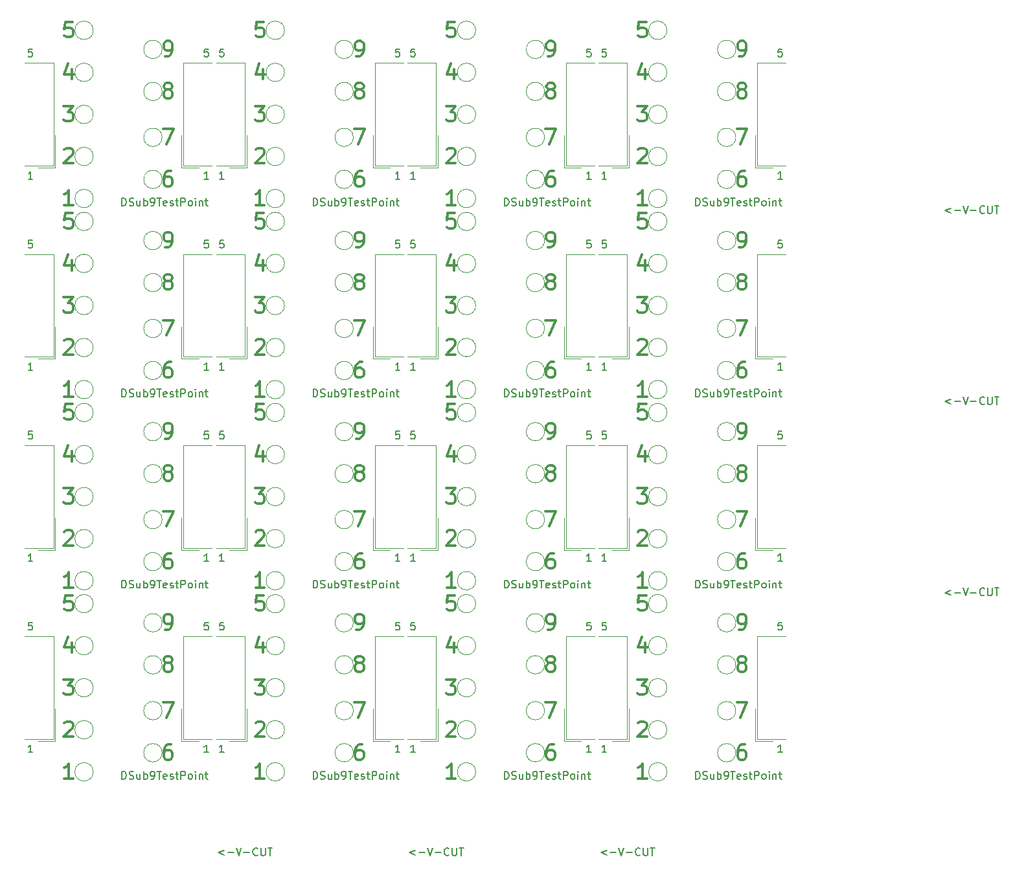
<source format=gto>
G04 #@! TF.GenerationSoftware,KiCad,Pcbnew,(5.1.5)-3*
G04 #@! TF.CreationDate,2021-04-28T18:54:50+09:00*
G04 #@! TF.ProjectId,DSub9TestPoint.kicad_pcb(4x4),44537562-3954-4657-9374-506f696e742e,rev?*
G04 #@! TF.SameCoordinates,Original*
G04 #@! TF.FileFunction,Legend,Top*
G04 #@! TF.FilePolarity,Positive*
%FSLAX46Y46*%
G04 Gerber Fmt 4.6, Leading zero omitted, Abs format (unit mm)*
G04 Created by KiCad (PCBNEW (5.1.5)-3) date 2021-04-28 18:54:50*
%MOMM*%
%LPD*%
G04 APERTURE LIST*
%ADD10C,0.150000*%
%ADD11C,0.120000*%
%ADD12C,0.300000*%
G04 APERTURE END LIST*
D10*
X171309523Y-74785714D02*
X170547619Y-75071428D01*
X171309523Y-75357142D01*
X171785714Y-75071428D02*
X172547619Y-75071428D01*
X172880952Y-74452380D02*
X173214285Y-75452380D01*
X173547619Y-74452380D01*
X173880952Y-75071428D02*
X174642857Y-75071428D01*
X175690476Y-75357142D02*
X175642857Y-75404761D01*
X175500000Y-75452380D01*
X175404761Y-75452380D01*
X175261904Y-75404761D01*
X175166666Y-75309523D01*
X175119047Y-75214285D01*
X175071428Y-75023809D01*
X175071428Y-74880952D01*
X175119047Y-74690476D01*
X175166666Y-74595238D01*
X175261904Y-74500000D01*
X175404761Y-74452380D01*
X175500000Y-74452380D01*
X175642857Y-74500000D01*
X175690476Y-74547619D01*
X176119047Y-74452380D02*
X176119047Y-75261904D01*
X176166666Y-75357142D01*
X176214285Y-75404761D01*
X176309523Y-75452380D01*
X176500000Y-75452380D01*
X176595238Y-75404761D01*
X176642857Y-75357142D01*
X176690476Y-75261904D01*
X176690476Y-74452380D01*
X177023809Y-74452380D02*
X177595238Y-74452380D01*
X177309523Y-75452380D02*
X177309523Y-74452380D01*
X171309523Y-99785714D02*
X170547619Y-100071428D01*
X171309523Y-100357142D01*
X171785714Y-100071428D02*
X172547619Y-100071428D01*
X172880952Y-99452380D02*
X173214285Y-100452380D01*
X173547619Y-99452380D01*
X173880952Y-100071428D02*
X174642857Y-100071428D01*
X175690476Y-100357142D02*
X175642857Y-100404761D01*
X175500000Y-100452380D01*
X175404761Y-100452380D01*
X175261904Y-100404761D01*
X175166666Y-100309523D01*
X175119047Y-100214285D01*
X175071428Y-100023809D01*
X175071428Y-99880952D01*
X175119047Y-99690476D01*
X175166666Y-99595238D01*
X175261904Y-99500000D01*
X175404761Y-99452380D01*
X175500000Y-99452380D01*
X175642857Y-99500000D01*
X175690476Y-99547619D01*
X176119047Y-99452380D02*
X176119047Y-100261904D01*
X176166666Y-100357142D01*
X176214285Y-100404761D01*
X176309523Y-100452380D01*
X176500000Y-100452380D01*
X176595238Y-100404761D01*
X176642857Y-100357142D01*
X176690476Y-100261904D01*
X176690476Y-99452380D01*
X177023809Y-99452380D02*
X177595238Y-99452380D01*
X177309523Y-100452380D02*
X177309523Y-99452380D01*
X171309523Y-124785714D02*
X170547619Y-125071428D01*
X171309523Y-125357142D01*
X171785714Y-125071428D02*
X172547619Y-125071428D01*
X172880952Y-124452380D02*
X173214285Y-125452380D01*
X173547619Y-124452380D01*
X173880952Y-125071428D02*
X174642857Y-125071428D01*
X175690476Y-125357142D02*
X175642857Y-125404761D01*
X175500000Y-125452380D01*
X175404761Y-125452380D01*
X175261904Y-125404761D01*
X175166666Y-125309523D01*
X175119047Y-125214285D01*
X175071428Y-125023809D01*
X175071428Y-124880952D01*
X175119047Y-124690476D01*
X175166666Y-124595238D01*
X175261904Y-124500000D01*
X175404761Y-124452380D01*
X175500000Y-124452380D01*
X175642857Y-124500000D01*
X175690476Y-124547619D01*
X176119047Y-124452380D02*
X176119047Y-125261904D01*
X176166666Y-125357142D01*
X176214285Y-125404761D01*
X176309523Y-125452380D01*
X176500000Y-125452380D01*
X176595238Y-125404761D01*
X176642857Y-125357142D01*
X176690476Y-125261904D01*
X176690476Y-124452380D01*
X177023809Y-124452380D02*
X177595238Y-124452380D01*
X177309523Y-125452380D02*
X177309523Y-124452380D01*
X126309523Y-158785714D02*
X125547619Y-159071428D01*
X126309523Y-159357142D01*
X126785714Y-159071428D02*
X127547619Y-159071428D01*
X127880952Y-158452380D02*
X128214285Y-159452380D01*
X128547619Y-158452380D01*
X128880952Y-159071428D02*
X129642857Y-159071428D01*
X130690476Y-159357142D02*
X130642857Y-159404761D01*
X130500000Y-159452380D01*
X130404761Y-159452380D01*
X130261904Y-159404761D01*
X130166666Y-159309523D01*
X130119047Y-159214285D01*
X130071428Y-159023809D01*
X130071428Y-158880952D01*
X130119047Y-158690476D01*
X130166666Y-158595238D01*
X130261904Y-158500000D01*
X130404761Y-158452380D01*
X130500000Y-158452380D01*
X130642857Y-158500000D01*
X130690476Y-158547619D01*
X131119047Y-158452380D02*
X131119047Y-159261904D01*
X131166666Y-159357142D01*
X131214285Y-159404761D01*
X131309523Y-159452380D01*
X131500000Y-159452380D01*
X131595238Y-159404761D01*
X131642857Y-159357142D01*
X131690476Y-159261904D01*
X131690476Y-158452380D01*
X132023809Y-158452380D02*
X132595238Y-158452380D01*
X132309523Y-159452380D02*
X132309523Y-158452380D01*
X101309523Y-158785714D02*
X100547619Y-159071428D01*
X101309523Y-159357142D01*
X101785714Y-159071428D02*
X102547619Y-159071428D01*
X102880952Y-158452380D02*
X103214285Y-159452380D01*
X103547619Y-158452380D01*
X103880952Y-159071428D02*
X104642857Y-159071428D01*
X105690476Y-159357142D02*
X105642857Y-159404761D01*
X105500000Y-159452380D01*
X105404761Y-159452380D01*
X105261904Y-159404761D01*
X105166666Y-159309523D01*
X105119047Y-159214285D01*
X105071428Y-159023809D01*
X105071428Y-158880952D01*
X105119047Y-158690476D01*
X105166666Y-158595238D01*
X105261904Y-158500000D01*
X105404761Y-158452380D01*
X105500000Y-158452380D01*
X105642857Y-158500000D01*
X105690476Y-158547619D01*
X106119047Y-158452380D02*
X106119047Y-159261904D01*
X106166666Y-159357142D01*
X106214285Y-159404761D01*
X106309523Y-159452380D01*
X106500000Y-159452380D01*
X106595238Y-159404761D01*
X106642857Y-159357142D01*
X106690476Y-159261904D01*
X106690476Y-158452380D01*
X107023809Y-158452380D02*
X107595238Y-158452380D01*
X107309523Y-159452380D02*
X107309523Y-158452380D01*
X76309523Y-158785714D02*
X75547619Y-159071428D01*
X76309523Y-159357142D01*
X76785714Y-159071428D02*
X77547619Y-159071428D01*
X77880952Y-158452380D02*
X78214285Y-159452380D01*
X78547619Y-158452380D01*
X78880952Y-159071428D02*
X79642857Y-159071428D01*
X80690476Y-159357142D02*
X80642857Y-159404761D01*
X80500000Y-159452380D01*
X80404761Y-159452380D01*
X80261904Y-159404761D01*
X80166666Y-159309523D01*
X80119047Y-159214285D01*
X80071428Y-159023809D01*
X80071428Y-158880952D01*
X80119047Y-158690476D01*
X80166666Y-158595238D01*
X80261904Y-158500000D01*
X80404761Y-158452380D01*
X80500000Y-158452380D01*
X80642857Y-158500000D01*
X80690476Y-158547619D01*
X81119047Y-158452380D02*
X81119047Y-159261904D01*
X81166666Y-159357142D01*
X81214285Y-159404761D01*
X81309523Y-159452380D01*
X81500000Y-159452380D01*
X81595238Y-159404761D01*
X81642857Y-159357142D01*
X81690476Y-159261904D01*
X81690476Y-158452380D01*
X82023809Y-158452380D02*
X82595238Y-158452380D01*
X82309523Y-159452380D02*
X82309523Y-158452380D01*
X149285714Y-70952380D02*
X148714285Y-70952380D01*
X149000000Y-70952380D02*
X149000000Y-69952380D01*
X148904761Y-70095238D01*
X148809523Y-70190476D01*
X148714285Y-70238095D01*
X126238095Y-128952380D02*
X125761904Y-128952380D01*
X125714285Y-129428571D01*
X125761904Y-129380952D01*
X125857142Y-129333333D01*
X126095238Y-129333333D01*
X126190476Y-129380952D01*
X126238095Y-129428571D01*
X126285714Y-129523809D01*
X126285714Y-129761904D01*
X126238095Y-129857142D01*
X126190476Y-129904761D01*
X126095238Y-129952380D01*
X125857142Y-129952380D01*
X125761904Y-129904761D01*
X125714285Y-129857142D01*
X149238095Y-103952380D02*
X148761904Y-103952380D01*
X148714285Y-104428571D01*
X148761904Y-104380952D01*
X148857142Y-104333333D01*
X149095238Y-104333333D01*
X149190476Y-104380952D01*
X149238095Y-104428571D01*
X149285714Y-104523809D01*
X149285714Y-104761904D01*
X149238095Y-104857142D01*
X149190476Y-104904761D01*
X149095238Y-104952380D01*
X148857142Y-104952380D01*
X148761904Y-104904761D01*
X148714285Y-104857142D01*
X137952380Y-149452380D02*
X137952380Y-148452380D01*
X138190476Y-148452380D01*
X138333333Y-148500000D01*
X138428571Y-148595238D01*
X138476190Y-148690476D01*
X138523809Y-148880952D01*
X138523809Y-149023809D01*
X138476190Y-149214285D01*
X138428571Y-149309523D01*
X138333333Y-149404761D01*
X138190476Y-149452380D01*
X137952380Y-149452380D01*
X138904761Y-149404761D02*
X139047619Y-149452380D01*
X139285714Y-149452380D01*
X139380952Y-149404761D01*
X139428571Y-149357142D01*
X139476190Y-149261904D01*
X139476190Y-149166666D01*
X139428571Y-149071428D01*
X139380952Y-149023809D01*
X139285714Y-148976190D01*
X139095238Y-148928571D01*
X139000000Y-148880952D01*
X138952380Y-148833333D01*
X138904761Y-148738095D01*
X138904761Y-148642857D01*
X138952380Y-148547619D01*
X139000000Y-148500000D01*
X139095238Y-148452380D01*
X139333333Y-148452380D01*
X139476190Y-148500000D01*
X140333333Y-148785714D02*
X140333333Y-149452380D01*
X139904761Y-148785714D02*
X139904761Y-149309523D01*
X139952380Y-149404761D01*
X140047619Y-149452380D01*
X140190476Y-149452380D01*
X140285714Y-149404761D01*
X140333333Y-149357142D01*
X140809523Y-149452380D02*
X140809523Y-148452380D01*
X140809523Y-148833333D02*
X140904761Y-148785714D01*
X141095238Y-148785714D01*
X141190476Y-148833333D01*
X141238095Y-148880952D01*
X141285714Y-148976190D01*
X141285714Y-149261904D01*
X141238095Y-149357142D01*
X141190476Y-149404761D01*
X141095238Y-149452380D01*
X140904761Y-149452380D01*
X140809523Y-149404761D01*
X141761904Y-149452380D02*
X141952380Y-149452380D01*
X142047619Y-149404761D01*
X142095238Y-149357142D01*
X142190476Y-149214285D01*
X142238095Y-149023809D01*
X142238095Y-148642857D01*
X142190476Y-148547619D01*
X142142857Y-148500000D01*
X142047619Y-148452380D01*
X141857142Y-148452380D01*
X141761904Y-148500000D01*
X141714285Y-148547619D01*
X141666666Y-148642857D01*
X141666666Y-148880952D01*
X141714285Y-148976190D01*
X141761904Y-149023809D01*
X141857142Y-149071428D01*
X142047619Y-149071428D01*
X142142857Y-149023809D01*
X142190476Y-148976190D01*
X142238095Y-148880952D01*
X142523809Y-148452380D02*
X143095238Y-148452380D01*
X142809523Y-149452380D02*
X142809523Y-148452380D01*
X143809523Y-149404761D02*
X143714285Y-149452380D01*
X143523809Y-149452380D01*
X143428571Y-149404761D01*
X143380952Y-149309523D01*
X143380952Y-148928571D01*
X143428571Y-148833333D01*
X143523809Y-148785714D01*
X143714285Y-148785714D01*
X143809523Y-148833333D01*
X143857142Y-148928571D01*
X143857142Y-149023809D01*
X143380952Y-149119047D01*
X144238095Y-149404761D02*
X144333333Y-149452380D01*
X144523809Y-149452380D01*
X144619047Y-149404761D01*
X144666666Y-149309523D01*
X144666666Y-149261904D01*
X144619047Y-149166666D01*
X144523809Y-149119047D01*
X144380952Y-149119047D01*
X144285714Y-149071428D01*
X144238095Y-148976190D01*
X144238095Y-148928571D01*
X144285714Y-148833333D01*
X144380952Y-148785714D01*
X144523809Y-148785714D01*
X144619047Y-148833333D01*
X144952380Y-148785714D02*
X145333333Y-148785714D01*
X145095238Y-148452380D02*
X145095238Y-149309523D01*
X145142857Y-149404761D01*
X145238095Y-149452380D01*
X145333333Y-149452380D01*
X145666666Y-149452380D02*
X145666666Y-148452380D01*
X146047619Y-148452380D01*
X146142857Y-148500000D01*
X146190476Y-148547619D01*
X146238095Y-148642857D01*
X146238095Y-148785714D01*
X146190476Y-148880952D01*
X146142857Y-148928571D01*
X146047619Y-148976190D01*
X145666666Y-148976190D01*
X146809523Y-149452380D02*
X146714285Y-149404761D01*
X146666666Y-149357142D01*
X146619047Y-149261904D01*
X146619047Y-148976190D01*
X146666666Y-148880952D01*
X146714285Y-148833333D01*
X146809523Y-148785714D01*
X146952380Y-148785714D01*
X147047619Y-148833333D01*
X147095238Y-148880952D01*
X147142857Y-148976190D01*
X147142857Y-149261904D01*
X147095238Y-149357142D01*
X147047619Y-149404761D01*
X146952380Y-149452380D01*
X146809523Y-149452380D01*
X147571428Y-149452380D02*
X147571428Y-148785714D01*
X147571428Y-148452380D02*
X147523809Y-148500000D01*
X147571428Y-148547619D01*
X147619047Y-148500000D01*
X147571428Y-148452380D01*
X147571428Y-148547619D01*
X148047619Y-148785714D02*
X148047619Y-149452380D01*
X148047619Y-148880952D02*
X148095238Y-148833333D01*
X148190476Y-148785714D01*
X148333333Y-148785714D01*
X148428571Y-148833333D01*
X148476190Y-148928571D01*
X148476190Y-149452380D01*
X148809523Y-148785714D02*
X149190476Y-148785714D01*
X148952380Y-148452380D02*
X148952380Y-149309523D01*
X149000000Y-149404761D01*
X149095238Y-149452380D01*
X149190476Y-149452380D01*
X137952380Y-74452380D02*
X137952380Y-73452380D01*
X138190476Y-73452380D01*
X138333333Y-73500000D01*
X138428571Y-73595238D01*
X138476190Y-73690476D01*
X138523809Y-73880952D01*
X138523809Y-74023809D01*
X138476190Y-74214285D01*
X138428571Y-74309523D01*
X138333333Y-74404761D01*
X138190476Y-74452380D01*
X137952380Y-74452380D01*
X138904761Y-74404761D02*
X139047619Y-74452380D01*
X139285714Y-74452380D01*
X139380952Y-74404761D01*
X139428571Y-74357142D01*
X139476190Y-74261904D01*
X139476190Y-74166666D01*
X139428571Y-74071428D01*
X139380952Y-74023809D01*
X139285714Y-73976190D01*
X139095238Y-73928571D01*
X139000000Y-73880952D01*
X138952380Y-73833333D01*
X138904761Y-73738095D01*
X138904761Y-73642857D01*
X138952380Y-73547619D01*
X139000000Y-73500000D01*
X139095238Y-73452380D01*
X139333333Y-73452380D01*
X139476190Y-73500000D01*
X140333333Y-73785714D02*
X140333333Y-74452380D01*
X139904761Y-73785714D02*
X139904761Y-74309523D01*
X139952380Y-74404761D01*
X140047619Y-74452380D01*
X140190476Y-74452380D01*
X140285714Y-74404761D01*
X140333333Y-74357142D01*
X140809523Y-74452380D02*
X140809523Y-73452380D01*
X140809523Y-73833333D02*
X140904761Y-73785714D01*
X141095238Y-73785714D01*
X141190476Y-73833333D01*
X141238095Y-73880952D01*
X141285714Y-73976190D01*
X141285714Y-74261904D01*
X141238095Y-74357142D01*
X141190476Y-74404761D01*
X141095238Y-74452380D01*
X140904761Y-74452380D01*
X140809523Y-74404761D01*
X141761904Y-74452380D02*
X141952380Y-74452380D01*
X142047619Y-74404761D01*
X142095238Y-74357142D01*
X142190476Y-74214285D01*
X142238095Y-74023809D01*
X142238095Y-73642857D01*
X142190476Y-73547619D01*
X142142857Y-73500000D01*
X142047619Y-73452380D01*
X141857142Y-73452380D01*
X141761904Y-73500000D01*
X141714285Y-73547619D01*
X141666666Y-73642857D01*
X141666666Y-73880952D01*
X141714285Y-73976190D01*
X141761904Y-74023809D01*
X141857142Y-74071428D01*
X142047619Y-74071428D01*
X142142857Y-74023809D01*
X142190476Y-73976190D01*
X142238095Y-73880952D01*
X142523809Y-73452380D02*
X143095238Y-73452380D01*
X142809523Y-74452380D02*
X142809523Y-73452380D01*
X143809523Y-74404761D02*
X143714285Y-74452380D01*
X143523809Y-74452380D01*
X143428571Y-74404761D01*
X143380952Y-74309523D01*
X143380952Y-73928571D01*
X143428571Y-73833333D01*
X143523809Y-73785714D01*
X143714285Y-73785714D01*
X143809523Y-73833333D01*
X143857142Y-73928571D01*
X143857142Y-74023809D01*
X143380952Y-74119047D01*
X144238095Y-74404761D02*
X144333333Y-74452380D01*
X144523809Y-74452380D01*
X144619047Y-74404761D01*
X144666666Y-74309523D01*
X144666666Y-74261904D01*
X144619047Y-74166666D01*
X144523809Y-74119047D01*
X144380952Y-74119047D01*
X144285714Y-74071428D01*
X144238095Y-73976190D01*
X144238095Y-73928571D01*
X144285714Y-73833333D01*
X144380952Y-73785714D01*
X144523809Y-73785714D01*
X144619047Y-73833333D01*
X144952380Y-73785714D02*
X145333333Y-73785714D01*
X145095238Y-73452380D02*
X145095238Y-74309523D01*
X145142857Y-74404761D01*
X145238095Y-74452380D01*
X145333333Y-74452380D01*
X145666666Y-74452380D02*
X145666666Y-73452380D01*
X146047619Y-73452380D01*
X146142857Y-73500000D01*
X146190476Y-73547619D01*
X146238095Y-73642857D01*
X146238095Y-73785714D01*
X146190476Y-73880952D01*
X146142857Y-73928571D01*
X146047619Y-73976190D01*
X145666666Y-73976190D01*
X146809523Y-74452380D02*
X146714285Y-74404761D01*
X146666666Y-74357142D01*
X146619047Y-74261904D01*
X146619047Y-73976190D01*
X146666666Y-73880952D01*
X146714285Y-73833333D01*
X146809523Y-73785714D01*
X146952380Y-73785714D01*
X147047619Y-73833333D01*
X147095238Y-73880952D01*
X147142857Y-73976190D01*
X147142857Y-74261904D01*
X147095238Y-74357142D01*
X147047619Y-74404761D01*
X146952380Y-74452380D01*
X146809523Y-74452380D01*
X147571428Y-74452380D02*
X147571428Y-73785714D01*
X147571428Y-73452380D02*
X147523809Y-73500000D01*
X147571428Y-73547619D01*
X147619047Y-73500000D01*
X147571428Y-73452380D01*
X147571428Y-73547619D01*
X148047619Y-73785714D02*
X148047619Y-74452380D01*
X148047619Y-73880952D02*
X148095238Y-73833333D01*
X148190476Y-73785714D01*
X148333333Y-73785714D01*
X148428571Y-73833333D01*
X148476190Y-73928571D01*
X148476190Y-74452380D01*
X148809523Y-73785714D02*
X149190476Y-73785714D01*
X148952380Y-73452380D02*
X148952380Y-74309523D01*
X149000000Y-74404761D01*
X149095238Y-74452380D01*
X149190476Y-74452380D01*
X149238095Y-128952380D02*
X148761904Y-128952380D01*
X148714285Y-129428571D01*
X148761904Y-129380952D01*
X148857142Y-129333333D01*
X149095238Y-129333333D01*
X149190476Y-129380952D01*
X149238095Y-129428571D01*
X149285714Y-129523809D01*
X149285714Y-129761904D01*
X149238095Y-129857142D01*
X149190476Y-129904761D01*
X149095238Y-129952380D01*
X148857142Y-129952380D01*
X148761904Y-129904761D01*
X148714285Y-129857142D01*
X126285714Y-145952380D02*
X125714285Y-145952380D01*
X126000000Y-145952380D02*
X126000000Y-144952380D01*
X125904761Y-145095238D01*
X125809523Y-145190476D01*
X125714285Y-145238095D01*
X149238095Y-53952380D02*
X148761904Y-53952380D01*
X148714285Y-54428571D01*
X148761904Y-54380952D01*
X148857142Y-54333333D01*
X149095238Y-54333333D01*
X149190476Y-54380952D01*
X149238095Y-54428571D01*
X149285714Y-54523809D01*
X149285714Y-54761904D01*
X149238095Y-54857142D01*
X149190476Y-54904761D01*
X149095238Y-54952380D01*
X148857142Y-54952380D01*
X148761904Y-54904761D01*
X148714285Y-54857142D01*
X149285714Y-145952380D02*
X148714285Y-145952380D01*
X149000000Y-145952380D02*
X149000000Y-144952380D01*
X148904761Y-145095238D01*
X148809523Y-145190476D01*
X148714285Y-145238095D01*
X126238095Y-53952380D02*
X125761904Y-53952380D01*
X125714285Y-54428571D01*
X125761904Y-54380952D01*
X125857142Y-54333333D01*
X126095238Y-54333333D01*
X126190476Y-54380952D01*
X126238095Y-54428571D01*
X126285714Y-54523809D01*
X126285714Y-54761904D01*
X126238095Y-54857142D01*
X126190476Y-54904761D01*
X126095238Y-54952380D01*
X125857142Y-54952380D01*
X125761904Y-54904761D01*
X125714285Y-54857142D01*
X126285714Y-70952380D02*
X125714285Y-70952380D01*
X126000000Y-70952380D02*
X126000000Y-69952380D01*
X125904761Y-70095238D01*
X125809523Y-70190476D01*
X125714285Y-70238095D01*
X101285714Y-70952380D02*
X100714285Y-70952380D01*
X101000000Y-70952380D02*
X101000000Y-69952380D01*
X100904761Y-70095238D01*
X100809523Y-70190476D01*
X100714285Y-70238095D01*
X101238095Y-53952380D02*
X100761904Y-53952380D01*
X100714285Y-54428571D01*
X100761904Y-54380952D01*
X100857142Y-54333333D01*
X101095238Y-54333333D01*
X101190476Y-54380952D01*
X101238095Y-54428571D01*
X101285714Y-54523809D01*
X101285714Y-54761904D01*
X101238095Y-54857142D01*
X101190476Y-54904761D01*
X101095238Y-54952380D01*
X100857142Y-54952380D01*
X100761904Y-54904761D01*
X100714285Y-54857142D01*
X124285714Y-70952380D02*
X123714285Y-70952380D01*
X124000000Y-70952380D02*
X124000000Y-69952380D01*
X123904761Y-70095238D01*
X123809523Y-70190476D01*
X123714285Y-70238095D01*
X124238095Y-53952380D02*
X123761904Y-53952380D01*
X123714285Y-54428571D01*
X123761904Y-54380952D01*
X123857142Y-54333333D01*
X124095238Y-54333333D01*
X124190476Y-54380952D01*
X124238095Y-54428571D01*
X124285714Y-54523809D01*
X124285714Y-54761904D01*
X124238095Y-54857142D01*
X124190476Y-54904761D01*
X124095238Y-54952380D01*
X123857142Y-54952380D01*
X123761904Y-54904761D01*
X123714285Y-54857142D01*
X112952380Y-74452380D02*
X112952380Y-73452380D01*
X113190476Y-73452380D01*
X113333333Y-73500000D01*
X113428571Y-73595238D01*
X113476190Y-73690476D01*
X113523809Y-73880952D01*
X113523809Y-74023809D01*
X113476190Y-74214285D01*
X113428571Y-74309523D01*
X113333333Y-74404761D01*
X113190476Y-74452380D01*
X112952380Y-74452380D01*
X113904761Y-74404761D02*
X114047619Y-74452380D01*
X114285714Y-74452380D01*
X114380952Y-74404761D01*
X114428571Y-74357142D01*
X114476190Y-74261904D01*
X114476190Y-74166666D01*
X114428571Y-74071428D01*
X114380952Y-74023809D01*
X114285714Y-73976190D01*
X114095238Y-73928571D01*
X114000000Y-73880952D01*
X113952380Y-73833333D01*
X113904761Y-73738095D01*
X113904761Y-73642857D01*
X113952380Y-73547619D01*
X114000000Y-73500000D01*
X114095238Y-73452380D01*
X114333333Y-73452380D01*
X114476190Y-73500000D01*
X115333333Y-73785714D02*
X115333333Y-74452380D01*
X114904761Y-73785714D02*
X114904761Y-74309523D01*
X114952380Y-74404761D01*
X115047619Y-74452380D01*
X115190476Y-74452380D01*
X115285714Y-74404761D01*
X115333333Y-74357142D01*
X115809523Y-74452380D02*
X115809523Y-73452380D01*
X115809523Y-73833333D02*
X115904761Y-73785714D01*
X116095238Y-73785714D01*
X116190476Y-73833333D01*
X116238095Y-73880952D01*
X116285714Y-73976190D01*
X116285714Y-74261904D01*
X116238095Y-74357142D01*
X116190476Y-74404761D01*
X116095238Y-74452380D01*
X115904761Y-74452380D01*
X115809523Y-74404761D01*
X116761904Y-74452380D02*
X116952380Y-74452380D01*
X117047619Y-74404761D01*
X117095238Y-74357142D01*
X117190476Y-74214285D01*
X117238095Y-74023809D01*
X117238095Y-73642857D01*
X117190476Y-73547619D01*
X117142857Y-73500000D01*
X117047619Y-73452380D01*
X116857142Y-73452380D01*
X116761904Y-73500000D01*
X116714285Y-73547619D01*
X116666666Y-73642857D01*
X116666666Y-73880952D01*
X116714285Y-73976190D01*
X116761904Y-74023809D01*
X116857142Y-74071428D01*
X117047619Y-74071428D01*
X117142857Y-74023809D01*
X117190476Y-73976190D01*
X117238095Y-73880952D01*
X117523809Y-73452380D02*
X118095238Y-73452380D01*
X117809523Y-74452380D02*
X117809523Y-73452380D01*
X118809523Y-74404761D02*
X118714285Y-74452380D01*
X118523809Y-74452380D01*
X118428571Y-74404761D01*
X118380952Y-74309523D01*
X118380952Y-73928571D01*
X118428571Y-73833333D01*
X118523809Y-73785714D01*
X118714285Y-73785714D01*
X118809523Y-73833333D01*
X118857142Y-73928571D01*
X118857142Y-74023809D01*
X118380952Y-74119047D01*
X119238095Y-74404761D02*
X119333333Y-74452380D01*
X119523809Y-74452380D01*
X119619047Y-74404761D01*
X119666666Y-74309523D01*
X119666666Y-74261904D01*
X119619047Y-74166666D01*
X119523809Y-74119047D01*
X119380952Y-74119047D01*
X119285714Y-74071428D01*
X119238095Y-73976190D01*
X119238095Y-73928571D01*
X119285714Y-73833333D01*
X119380952Y-73785714D01*
X119523809Y-73785714D01*
X119619047Y-73833333D01*
X119952380Y-73785714D02*
X120333333Y-73785714D01*
X120095238Y-73452380D02*
X120095238Y-74309523D01*
X120142857Y-74404761D01*
X120238095Y-74452380D01*
X120333333Y-74452380D01*
X120666666Y-74452380D02*
X120666666Y-73452380D01*
X121047619Y-73452380D01*
X121142857Y-73500000D01*
X121190476Y-73547619D01*
X121238095Y-73642857D01*
X121238095Y-73785714D01*
X121190476Y-73880952D01*
X121142857Y-73928571D01*
X121047619Y-73976190D01*
X120666666Y-73976190D01*
X121809523Y-74452380D02*
X121714285Y-74404761D01*
X121666666Y-74357142D01*
X121619047Y-74261904D01*
X121619047Y-73976190D01*
X121666666Y-73880952D01*
X121714285Y-73833333D01*
X121809523Y-73785714D01*
X121952380Y-73785714D01*
X122047619Y-73833333D01*
X122095238Y-73880952D01*
X122142857Y-73976190D01*
X122142857Y-74261904D01*
X122095238Y-74357142D01*
X122047619Y-74404761D01*
X121952380Y-74452380D01*
X121809523Y-74452380D01*
X122571428Y-74452380D02*
X122571428Y-73785714D01*
X122571428Y-73452380D02*
X122523809Y-73500000D01*
X122571428Y-73547619D01*
X122619047Y-73500000D01*
X122571428Y-73452380D01*
X122571428Y-73547619D01*
X123047619Y-73785714D02*
X123047619Y-74452380D01*
X123047619Y-73880952D02*
X123095238Y-73833333D01*
X123190476Y-73785714D01*
X123333333Y-73785714D01*
X123428571Y-73833333D01*
X123476190Y-73928571D01*
X123476190Y-74452380D01*
X123809523Y-73785714D02*
X124190476Y-73785714D01*
X123952380Y-73452380D02*
X123952380Y-74309523D01*
X124000000Y-74404761D01*
X124095238Y-74452380D01*
X124190476Y-74452380D01*
X126285714Y-120952380D02*
X125714285Y-120952380D01*
X126000000Y-120952380D02*
X126000000Y-119952380D01*
X125904761Y-120095238D01*
X125809523Y-120190476D01*
X125714285Y-120238095D01*
X137952380Y-124452380D02*
X137952380Y-123452380D01*
X138190476Y-123452380D01*
X138333333Y-123500000D01*
X138428571Y-123595238D01*
X138476190Y-123690476D01*
X138523809Y-123880952D01*
X138523809Y-124023809D01*
X138476190Y-124214285D01*
X138428571Y-124309523D01*
X138333333Y-124404761D01*
X138190476Y-124452380D01*
X137952380Y-124452380D01*
X138904761Y-124404761D02*
X139047619Y-124452380D01*
X139285714Y-124452380D01*
X139380952Y-124404761D01*
X139428571Y-124357142D01*
X139476190Y-124261904D01*
X139476190Y-124166666D01*
X139428571Y-124071428D01*
X139380952Y-124023809D01*
X139285714Y-123976190D01*
X139095238Y-123928571D01*
X139000000Y-123880952D01*
X138952380Y-123833333D01*
X138904761Y-123738095D01*
X138904761Y-123642857D01*
X138952380Y-123547619D01*
X139000000Y-123500000D01*
X139095238Y-123452380D01*
X139333333Y-123452380D01*
X139476190Y-123500000D01*
X140333333Y-123785714D02*
X140333333Y-124452380D01*
X139904761Y-123785714D02*
X139904761Y-124309523D01*
X139952380Y-124404761D01*
X140047619Y-124452380D01*
X140190476Y-124452380D01*
X140285714Y-124404761D01*
X140333333Y-124357142D01*
X140809523Y-124452380D02*
X140809523Y-123452380D01*
X140809523Y-123833333D02*
X140904761Y-123785714D01*
X141095238Y-123785714D01*
X141190476Y-123833333D01*
X141238095Y-123880952D01*
X141285714Y-123976190D01*
X141285714Y-124261904D01*
X141238095Y-124357142D01*
X141190476Y-124404761D01*
X141095238Y-124452380D01*
X140904761Y-124452380D01*
X140809523Y-124404761D01*
X141761904Y-124452380D02*
X141952380Y-124452380D01*
X142047619Y-124404761D01*
X142095238Y-124357142D01*
X142190476Y-124214285D01*
X142238095Y-124023809D01*
X142238095Y-123642857D01*
X142190476Y-123547619D01*
X142142857Y-123500000D01*
X142047619Y-123452380D01*
X141857142Y-123452380D01*
X141761904Y-123500000D01*
X141714285Y-123547619D01*
X141666666Y-123642857D01*
X141666666Y-123880952D01*
X141714285Y-123976190D01*
X141761904Y-124023809D01*
X141857142Y-124071428D01*
X142047619Y-124071428D01*
X142142857Y-124023809D01*
X142190476Y-123976190D01*
X142238095Y-123880952D01*
X142523809Y-123452380D02*
X143095238Y-123452380D01*
X142809523Y-124452380D02*
X142809523Y-123452380D01*
X143809523Y-124404761D02*
X143714285Y-124452380D01*
X143523809Y-124452380D01*
X143428571Y-124404761D01*
X143380952Y-124309523D01*
X143380952Y-123928571D01*
X143428571Y-123833333D01*
X143523809Y-123785714D01*
X143714285Y-123785714D01*
X143809523Y-123833333D01*
X143857142Y-123928571D01*
X143857142Y-124023809D01*
X143380952Y-124119047D01*
X144238095Y-124404761D02*
X144333333Y-124452380D01*
X144523809Y-124452380D01*
X144619047Y-124404761D01*
X144666666Y-124309523D01*
X144666666Y-124261904D01*
X144619047Y-124166666D01*
X144523809Y-124119047D01*
X144380952Y-124119047D01*
X144285714Y-124071428D01*
X144238095Y-123976190D01*
X144238095Y-123928571D01*
X144285714Y-123833333D01*
X144380952Y-123785714D01*
X144523809Y-123785714D01*
X144619047Y-123833333D01*
X144952380Y-123785714D02*
X145333333Y-123785714D01*
X145095238Y-123452380D02*
X145095238Y-124309523D01*
X145142857Y-124404761D01*
X145238095Y-124452380D01*
X145333333Y-124452380D01*
X145666666Y-124452380D02*
X145666666Y-123452380D01*
X146047619Y-123452380D01*
X146142857Y-123500000D01*
X146190476Y-123547619D01*
X146238095Y-123642857D01*
X146238095Y-123785714D01*
X146190476Y-123880952D01*
X146142857Y-123928571D01*
X146047619Y-123976190D01*
X145666666Y-123976190D01*
X146809523Y-124452380D02*
X146714285Y-124404761D01*
X146666666Y-124357142D01*
X146619047Y-124261904D01*
X146619047Y-123976190D01*
X146666666Y-123880952D01*
X146714285Y-123833333D01*
X146809523Y-123785714D01*
X146952380Y-123785714D01*
X147047619Y-123833333D01*
X147095238Y-123880952D01*
X147142857Y-123976190D01*
X147142857Y-124261904D01*
X147095238Y-124357142D01*
X147047619Y-124404761D01*
X146952380Y-124452380D01*
X146809523Y-124452380D01*
X147571428Y-124452380D02*
X147571428Y-123785714D01*
X147571428Y-123452380D02*
X147523809Y-123500000D01*
X147571428Y-123547619D01*
X147619047Y-123500000D01*
X147571428Y-123452380D01*
X147571428Y-123547619D01*
X148047619Y-123785714D02*
X148047619Y-124452380D01*
X148047619Y-123880952D02*
X148095238Y-123833333D01*
X148190476Y-123785714D01*
X148333333Y-123785714D01*
X148428571Y-123833333D01*
X148476190Y-123928571D01*
X148476190Y-124452380D01*
X148809523Y-123785714D02*
X149190476Y-123785714D01*
X148952380Y-123452380D02*
X148952380Y-124309523D01*
X149000000Y-124404761D01*
X149095238Y-124452380D01*
X149190476Y-124452380D01*
X149285714Y-120952380D02*
X148714285Y-120952380D01*
X149000000Y-120952380D02*
X149000000Y-119952380D01*
X148904761Y-120095238D01*
X148809523Y-120190476D01*
X148714285Y-120238095D01*
X126238095Y-103952380D02*
X125761904Y-103952380D01*
X125714285Y-104428571D01*
X125761904Y-104380952D01*
X125857142Y-104333333D01*
X126095238Y-104333333D01*
X126190476Y-104380952D01*
X126238095Y-104428571D01*
X126285714Y-104523809D01*
X126285714Y-104761904D01*
X126238095Y-104857142D01*
X126190476Y-104904761D01*
X126095238Y-104952380D01*
X125857142Y-104952380D01*
X125761904Y-104904761D01*
X125714285Y-104857142D01*
X126238095Y-78952380D02*
X125761904Y-78952380D01*
X125714285Y-79428571D01*
X125761904Y-79380952D01*
X125857142Y-79333333D01*
X126095238Y-79333333D01*
X126190476Y-79380952D01*
X126238095Y-79428571D01*
X126285714Y-79523809D01*
X126285714Y-79761904D01*
X126238095Y-79857142D01*
X126190476Y-79904761D01*
X126095238Y-79952380D01*
X125857142Y-79952380D01*
X125761904Y-79904761D01*
X125714285Y-79857142D01*
X149285714Y-95952380D02*
X148714285Y-95952380D01*
X149000000Y-95952380D02*
X149000000Y-94952380D01*
X148904761Y-95095238D01*
X148809523Y-95190476D01*
X148714285Y-95238095D01*
X149238095Y-78952380D02*
X148761904Y-78952380D01*
X148714285Y-79428571D01*
X148761904Y-79380952D01*
X148857142Y-79333333D01*
X149095238Y-79333333D01*
X149190476Y-79380952D01*
X149238095Y-79428571D01*
X149285714Y-79523809D01*
X149285714Y-79761904D01*
X149238095Y-79857142D01*
X149190476Y-79904761D01*
X149095238Y-79952380D01*
X148857142Y-79952380D01*
X148761904Y-79904761D01*
X148714285Y-79857142D01*
X137952380Y-99452380D02*
X137952380Y-98452380D01*
X138190476Y-98452380D01*
X138333333Y-98500000D01*
X138428571Y-98595238D01*
X138476190Y-98690476D01*
X138523809Y-98880952D01*
X138523809Y-99023809D01*
X138476190Y-99214285D01*
X138428571Y-99309523D01*
X138333333Y-99404761D01*
X138190476Y-99452380D01*
X137952380Y-99452380D01*
X138904761Y-99404761D02*
X139047619Y-99452380D01*
X139285714Y-99452380D01*
X139380952Y-99404761D01*
X139428571Y-99357142D01*
X139476190Y-99261904D01*
X139476190Y-99166666D01*
X139428571Y-99071428D01*
X139380952Y-99023809D01*
X139285714Y-98976190D01*
X139095238Y-98928571D01*
X139000000Y-98880952D01*
X138952380Y-98833333D01*
X138904761Y-98738095D01*
X138904761Y-98642857D01*
X138952380Y-98547619D01*
X139000000Y-98500000D01*
X139095238Y-98452380D01*
X139333333Y-98452380D01*
X139476190Y-98500000D01*
X140333333Y-98785714D02*
X140333333Y-99452380D01*
X139904761Y-98785714D02*
X139904761Y-99309523D01*
X139952380Y-99404761D01*
X140047619Y-99452380D01*
X140190476Y-99452380D01*
X140285714Y-99404761D01*
X140333333Y-99357142D01*
X140809523Y-99452380D02*
X140809523Y-98452380D01*
X140809523Y-98833333D02*
X140904761Y-98785714D01*
X141095238Y-98785714D01*
X141190476Y-98833333D01*
X141238095Y-98880952D01*
X141285714Y-98976190D01*
X141285714Y-99261904D01*
X141238095Y-99357142D01*
X141190476Y-99404761D01*
X141095238Y-99452380D01*
X140904761Y-99452380D01*
X140809523Y-99404761D01*
X141761904Y-99452380D02*
X141952380Y-99452380D01*
X142047619Y-99404761D01*
X142095238Y-99357142D01*
X142190476Y-99214285D01*
X142238095Y-99023809D01*
X142238095Y-98642857D01*
X142190476Y-98547619D01*
X142142857Y-98500000D01*
X142047619Y-98452380D01*
X141857142Y-98452380D01*
X141761904Y-98500000D01*
X141714285Y-98547619D01*
X141666666Y-98642857D01*
X141666666Y-98880952D01*
X141714285Y-98976190D01*
X141761904Y-99023809D01*
X141857142Y-99071428D01*
X142047619Y-99071428D01*
X142142857Y-99023809D01*
X142190476Y-98976190D01*
X142238095Y-98880952D01*
X142523809Y-98452380D02*
X143095238Y-98452380D01*
X142809523Y-99452380D02*
X142809523Y-98452380D01*
X143809523Y-99404761D02*
X143714285Y-99452380D01*
X143523809Y-99452380D01*
X143428571Y-99404761D01*
X143380952Y-99309523D01*
X143380952Y-98928571D01*
X143428571Y-98833333D01*
X143523809Y-98785714D01*
X143714285Y-98785714D01*
X143809523Y-98833333D01*
X143857142Y-98928571D01*
X143857142Y-99023809D01*
X143380952Y-99119047D01*
X144238095Y-99404761D02*
X144333333Y-99452380D01*
X144523809Y-99452380D01*
X144619047Y-99404761D01*
X144666666Y-99309523D01*
X144666666Y-99261904D01*
X144619047Y-99166666D01*
X144523809Y-99119047D01*
X144380952Y-99119047D01*
X144285714Y-99071428D01*
X144238095Y-98976190D01*
X144238095Y-98928571D01*
X144285714Y-98833333D01*
X144380952Y-98785714D01*
X144523809Y-98785714D01*
X144619047Y-98833333D01*
X144952380Y-98785714D02*
X145333333Y-98785714D01*
X145095238Y-98452380D02*
X145095238Y-99309523D01*
X145142857Y-99404761D01*
X145238095Y-99452380D01*
X145333333Y-99452380D01*
X145666666Y-99452380D02*
X145666666Y-98452380D01*
X146047619Y-98452380D01*
X146142857Y-98500000D01*
X146190476Y-98547619D01*
X146238095Y-98642857D01*
X146238095Y-98785714D01*
X146190476Y-98880952D01*
X146142857Y-98928571D01*
X146047619Y-98976190D01*
X145666666Y-98976190D01*
X146809523Y-99452380D02*
X146714285Y-99404761D01*
X146666666Y-99357142D01*
X146619047Y-99261904D01*
X146619047Y-98976190D01*
X146666666Y-98880952D01*
X146714285Y-98833333D01*
X146809523Y-98785714D01*
X146952380Y-98785714D01*
X147047619Y-98833333D01*
X147095238Y-98880952D01*
X147142857Y-98976190D01*
X147142857Y-99261904D01*
X147095238Y-99357142D01*
X147047619Y-99404761D01*
X146952380Y-99452380D01*
X146809523Y-99452380D01*
X147571428Y-99452380D02*
X147571428Y-98785714D01*
X147571428Y-98452380D02*
X147523809Y-98500000D01*
X147571428Y-98547619D01*
X147619047Y-98500000D01*
X147571428Y-98452380D01*
X147571428Y-98547619D01*
X148047619Y-98785714D02*
X148047619Y-99452380D01*
X148047619Y-98880952D02*
X148095238Y-98833333D01*
X148190476Y-98785714D01*
X148333333Y-98785714D01*
X148428571Y-98833333D01*
X148476190Y-98928571D01*
X148476190Y-99452380D01*
X148809523Y-98785714D02*
X149190476Y-98785714D01*
X148952380Y-98452380D02*
X148952380Y-99309523D01*
X149000000Y-99404761D01*
X149095238Y-99452380D01*
X149190476Y-99452380D01*
X126285714Y-95952380D02*
X125714285Y-95952380D01*
X126000000Y-95952380D02*
X126000000Y-94952380D01*
X125904761Y-95095238D01*
X125809523Y-95190476D01*
X125714285Y-95238095D01*
X112952380Y-149452380D02*
X112952380Y-148452380D01*
X113190476Y-148452380D01*
X113333333Y-148500000D01*
X113428571Y-148595238D01*
X113476190Y-148690476D01*
X113523809Y-148880952D01*
X113523809Y-149023809D01*
X113476190Y-149214285D01*
X113428571Y-149309523D01*
X113333333Y-149404761D01*
X113190476Y-149452380D01*
X112952380Y-149452380D01*
X113904761Y-149404761D02*
X114047619Y-149452380D01*
X114285714Y-149452380D01*
X114380952Y-149404761D01*
X114428571Y-149357142D01*
X114476190Y-149261904D01*
X114476190Y-149166666D01*
X114428571Y-149071428D01*
X114380952Y-149023809D01*
X114285714Y-148976190D01*
X114095238Y-148928571D01*
X114000000Y-148880952D01*
X113952380Y-148833333D01*
X113904761Y-148738095D01*
X113904761Y-148642857D01*
X113952380Y-148547619D01*
X114000000Y-148500000D01*
X114095238Y-148452380D01*
X114333333Y-148452380D01*
X114476190Y-148500000D01*
X115333333Y-148785714D02*
X115333333Y-149452380D01*
X114904761Y-148785714D02*
X114904761Y-149309523D01*
X114952380Y-149404761D01*
X115047619Y-149452380D01*
X115190476Y-149452380D01*
X115285714Y-149404761D01*
X115333333Y-149357142D01*
X115809523Y-149452380D02*
X115809523Y-148452380D01*
X115809523Y-148833333D02*
X115904761Y-148785714D01*
X116095238Y-148785714D01*
X116190476Y-148833333D01*
X116238095Y-148880952D01*
X116285714Y-148976190D01*
X116285714Y-149261904D01*
X116238095Y-149357142D01*
X116190476Y-149404761D01*
X116095238Y-149452380D01*
X115904761Y-149452380D01*
X115809523Y-149404761D01*
X116761904Y-149452380D02*
X116952380Y-149452380D01*
X117047619Y-149404761D01*
X117095238Y-149357142D01*
X117190476Y-149214285D01*
X117238095Y-149023809D01*
X117238095Y-148642857D01*
X117190476Y-148547619D01*
X117142857Y-148500000D01*
X117047619Y-148452380D01*
X116857142Y-148452380D01*
X116761904Y-148500000D01*
X116714285Y-148547619D01*
X116666666Y-148642857D01*
X116666666Y-148880952D01*
X116714285Y-148976190D01*
X116761904Y-149023809D01*
X116857142Y-149071428D01*
X117047619Y-149071428D01*
X117142857Y-149023809D01*
X117190476Y-148976190D01*
X117238095Y-148880952D01*
X117523809Y-148452380D02*
X118095238Y-148452380D01*
X117809523Y-149452380D02*
X117809523Y-148452380D01*
X118809523Y-149404761D02*
X118714285Y-149452380D01*
X118523809Y-149452380D01*
X118428571Y-149404761D01*
X118380952Y-149309523D01*
X118380952Y-148928571D01*
X118428571Y-148833333D01*
X118523809Y-148785714D01*
X118714285Y-148785714D01*
X118809523Y-148833333D01*
X118857142Y-148928571D01*
X118857142Y-149023809D01*
X118380952Y-149119047D01*
X119238095Y-149404761D02*
X119333333Y-149452380D01*
X119523809Y-149452380D01*
X119619047Y-149404761D01*
X119666666Y-149309523D01*
X119666666Y-149261904D01*
X119619047Y-149166666D01*
X119523809Y-149119047D01*
X119380952Y-149119047D01*
X119285714Y-149071428D01*
X119238095Y-148976190D01*
X119238095Y-148928571D01*
X119285714Y-148833333D01*
X119380952Y-148785714D01*
X119523809Y-148785714D01*
X119619047Y-148833333D01*
X119952380Y-148785714D02*
X120333333Y-148785714D01*
X120095238Y-148452380D02*
X120095238Y-149309523D01*
X120142857Y-149404761D01*
X120238095Y-149452380D01*
X120333333Y-149452380D01*
X120666666Y-149452380D02*
X120666666Y-148452380D01*
X121047619Y-148452380D01*
X121142857Y-148500000D01*
X121190476Y-148547619D01*
X121238095Y-148642857D01*
X121238095Y-148785714D01*
X121190476Y-148880952D01*
X121142857Y-148928571D01*
X121047619Y-148976190D01*
X120666666Y-148976190D01*
X121809523Y-149452380D02*
X121714285Y-149404761D01*
X121666666Y-149357142D01*
X121619047Y-149261904D01*
X121619047Y-148976190D01*
X121666666Y-148880952D01*
X121714285Y-148833333D01*
X121809523Y-148785714D01*
X121952380Y-148785714D01*
X122047619Y-148833333D01*
X122095238Y-148880952D01*
X122142857Y-148976190D01*
X122142857Y-149261904D01*
X122095238Y-149357142D01*
X122047619Y-149404761D01*
X121952380Y-149452380D01*
X121809523Y-149452380D01*
X122571428Y-149452380D02*
X122571428Y-148785714D01*
X122571428Y-148452380D02*
X122523809Y-148500000D01*
X122571428Y-148547619D01*
X122619047Y-148500000D01*
X122571428Y-148452380D01*
X122571428Y-148547619D01*
X123047619Y-148785714D02*
X123047619Y-149452380D01*
X123047619Y-148880952D02*
X123095238Y-148833333D01*
X123190476Y-148785714D01*
X123333333Y-148785714D01*
X123428571Y-148833333D01*
X123476190Y-148928571D01*
X123476190Y-149452380D01*
X123809523Y-148785714D02*
X124190476Y-148785714D01*
X123952380Y-148452380D02*
X123952380Y-149309523D01*
X124000000Y-149404761D01*
X124095238Y-149452380D01*
X124190476Y-149452380D01*
X101238095Y-128952380D02*
X100761904Y-128952380D01*
X100714285Y-129428571D01*
X100761904Y-129380952D01*
X100857142Y-129333333D01*
X101095238Y-129333333D01*
X101190476Y-129380952D01*
X101238095Y-129428571D01*
X101285714Y-129523809D01*
X101285714Y-129761904D01*
X101238095Y-129857142D01*
X101190476Y-129904761D01*
X101095238Y-129952380D01*
X100857142Y-129952380D01*
X100761904Y-129904761D01*
X100714285Y-129857142D01*
X124238095Y-128952380D02*
X123761904Y-128952380D01*
X123714285Y-129428571D01*
X123761904Y-129380952D01*
X123857142Y-129333333D01*
X124095238Y-129333333D01*
X124190476Y-129380952D01*
X124238095Y-129428571D01*
X124285714Y-129523809D01*
X124285714Y-129761904D01*
X124238095Y-129857142D01*
X124190476Y-129904761D01*
X124095238Y-129952380D01*
X123857142Y-129952380D01*
X123761904Y-129904761D01*
X123714285Y-129857142D01*
X101285714Y-145952380D02*
X100714285Y-145952380D01*
X101000000Y-145952380D02*
X101000000Y-144952380D01*
X100904761Y-145095238D01*
X100809523Y-145190476D01*
X100714285Y-145238095D01*
X124285714Y-145952380D02*
X123714285Y-145952380D01*
X124000000Y-145952380D02*
X124000000Y-144952380D01*
X123904761Y-145095238D01*
X123809523Y-145190476D01*
X123714285Y-145238095D01*
X124238095Y-103952380D02*
X123761904Y-103952380D01*
X123714285Y-104428571D01*
X123761904Y-104380952D01*
X123857142Y-104333333D01*
X124095238Y-104333333D01*
X124190476Y-104380952D01*
X124238095Y-104428571D01*
X124285714Y-104523809D01*
X124285714Y-104761904D01*
X124238095Y-104857142D01*
X124190476Y-104904761D01*
X124095238Y-104952380D01*
X123857142Y-104952380D01*
X123761904Y-104904761D01*
X123714285Y-104857142D01*
X101285714Y-120952380D02*
X100714285Y-120952380D01*
X101000000Y-120952380D02*
X101000000Y-119952380D01*
X100904761Y-120095238D01*
X100809523Y-120190476D01*
X100714285Y-120238095D01*
X112952380Y-124452380D02*
X112952380Y-123452380D01*
X113190476Y-123452380D01*
X113333333Y-123500000D01*
X113428571Y-123595238D01*
X113476190Y-123690476D01*
X113523809Y-123880952D01*
X113523809Y-124023809D01*
X113476190Y-124214285D01*
X113428571Y-124309523D01*
X113333333Y-124404761D01*
X113190476Y-124452380D01*
X112952380Y-124452380D01*
X113904761Y-124404761D02*
X114047619Y-124452380D01*
X114285714Y-124452380D01*
X114380952Y-124404761D01*
X114428571Y-124357142D01*
X114476190Y-124261904D01*
X114476190Y-124166666D01*
X114428571Y-124071428D01*
X114380952Y-124023809D01*
X114285714Y-123976190D01*
X114095238Y-123928571D01*
X114000000Y-123880952D01*
X113952380Y-123833333D01*
X113904761Y-123738095D01*
X113904761Y-123642857D01*
X113952380Y-123547619D01*
X114000000Y-123500000D01*
X114095238Y-123452380D01*
X114333333Y-123452380D01*
X114476190Y-123500000D01*
X115333333Y-123785714D02*
X115333333Y-124452380D01*
X114904761Y-123785714D02*
X114904761Y-124309523D01*
X114952380Y-124404761D01*
X115047619Y-124452380D01*
X115190476Y-124452380D01*
X115285714Y-124404761D01*
X115333333Y-124357142D01*
X115809523Y-124452380D02*
X115809523Y-123452380D01*
X115809523Y-123833333D02*
X115904761Y-123785714D01*
X116095238Y-123785714D01*
X116190476Y-123833333D01*
X116238095Y-123880952D01*
X116285714Y-123976190D01*
X116285714Y-124261904D01*
X116238095Y-124357142D01*
X116190476Y-124404761D01*
X116095238Y-124452380D01*
X115904761Y-124452380D01*
X115809523Y-124404761D01*
X116761904Y-124452380D02*
X116952380Y-124452380D01*
X117047619Y-124404761D01*
X117095238Y-124357142D01*
X117190476Y-124214285D01*
X117238095Y-124023809D01*
X117238095Y-123642857D01*
X117190476Y-123547619D01*
X117142857Y-123500000D01*
X117047619Y-123452380D01*
X116857142Y-123452380D01*
X116761904Y-123500000D01*
X116714285Y-123547619D01*
X116666666Y-123642857D01*
X116666666Y-123880952D01*
X116714285Y-123976190D01*
X116761904Y-124023809D01*
X116857142Y-124071428D01*
X117047619Y-124071428D01*
X117142857Y-124023809D01*
X117190476Y-123976190D01*
X117238095Y-123880952D01*
X117523809Y-123452380D02*
X118095238Y-123452380D01*
X117809523Y-124452380D02*
X117809523Y-123452380D01*
X118809523Y-124404761D02*
X118714285Y-124452380D01*
X118523809Y-124452380D01*
X118428571Y-124404761D01*
X118380952Y-124309523D01*
X118380952Y-123928571D01*
X118428571Y-123833333D01*
X118523809Y-123785714D01*
X118714285Y-123785714D01*
X118809523Y-123833333D01*
X118857142Y-123928571D01*
X118857142Y-124023809D01*
X118380952Y-124119047D01*
X119238095Y-124404761D02*
X119333333Y-124452380D01*
X119523809Y-124452380D01*
X119619047Y-124404761D01*
X119666666Y-124309523D01*
X119666666Y-124261904D01*
X119619047Y-124166666D01*
X119523809Y-124119047D01*
X119380952Y-124119047D01*
X119285714Y-124071428D01*
X119238095Y-123976190D01*
X119238095Y-123928571D01*
X119285714Y-123833333D01*
X119380952Y-123785714D01*
X119523809Y-123785714D01*
X119619047Y-123833333D01*
X119952380Y-123785714D02*
X120333333Y-123785714D01*
X120095238Y-123452380D02*
X120095238Y-124309523D01*
X120142857Y-124404761D01*
X120238095Y-124452380D01*
X120333333Y-124452380D01*
X120666666Y-124452380D02*
X120666666Y-123452380D01*
X121047619Y-123452380D01*
X121142857Y-123500000D01*
X121190476Y-123547619D01*
X121238095Y-123642857D01*
X121238095Y-123785714D01*
X121190476Y-123880952D01*
X121142857Y-123928571D01*
X121047619Y-123976190D01*
X120666666Y-123976190D01*
X121809523Y-124452380D02*
X121714285Y-124404761D01*
X121666666Y-124357142D01*
X121619047Y-124261904D01*
X121619047Y-123976190D01*
X121666666Y-123880952D01*
X121714285Y-123833333D01*
X121809523Y-123785714D01*
X121952380Y-123785714D01*
X122047619Y-123833333D01*
X122095238Y-123880952D01*
X122142857Y-123976190D01*
X122142857Y-124261904D01*
X122095238Y-124357142D01*
X122047619Y-124404761D01*
X121952380Y-124452380D01*
X121809523Y-124452380D01*
X122571428Y-124452380D02*
X122571428Y-123785714D01*
X122571428Y-123452380D02*
X122523809Y-123500000D01*
X122571428Y-123547619D01*
X122619047Y-123500000D01*
X122571428Y-123452380D01*
X122571428Y-123547619D01*
X123047619Y-123785714D02*
X123047619Y-124452380D01*
X123047619Y-123880952D02*
X123095238Y-123833333D01*
X123190476Y-123785714D01*
X123333333Y-123785714D01*
X123428571Y-123833333D01*
X123476190Y-123928571D01*
X123476190Y-124452380D01*
X123809523Y-123785714D02*
X124190476Y-123785714D01*
X123952380Y-123452380D02*
X123952380Y-124309523D01*
X124000000Y-124404761D01*
X124095238Y-124452380D01*
X124190476Y-124452380D01*
X124285714Y-120952380D02*
X123714285Y-120952380D01*
X124000000Y-120952380D02*
X124000000Y-119952380D01*
X123904761Y-120095238D01*
X123809523Y-120190476D01*
X123714285Y-120238095D01*
X101238095Y-103952380D02*
X100761904Y-103952380D01*
X100714285Y-104428571D01*
X100761904Y-104380952D01*
X100857142Y-104333333D01*
X101095238Y-104333333D01*
X101190476Y-104380952D01*
X101238095Y-104428571D01*
X101285714Y-104523809D01*
X101285714Y-104761904D01*
X101238095Y-104857142D01*
X101190476Y-104904761D01*
X101095238Y-104952380D01*
X100857142Y-104952380D01*
X100761904Y-104904761D01*
X100714285Y-104857142D01*
X124238095Y-78952380D02*
X123761904Y-78952380D01*
X123714285Y-79428571D01*
X123761904Y-79380952D01*
X123857142Y-79333333D01*
X124095238Y-79333333D01*
X124190476Y-79380952D01*
X124238095Y-79428571D01*
X124285714Y-79523809D01*
X124285714Y-79761904D01*
X124238095Y-79857142D01*
X124190476Y-79904761D01*
X124095238Y-79952380D01*
X123857142Y-79952380D01*
X123761904Y-79904761D01*
X123714285Y-79857142D01*
X101285714Y-95952380D02*
X100714285Y-95952380D01*
X101000000Y-95952380D02*
X101000000Y-94952380D01*
X100904761Y-95095238D01*
X100809523Y-95190476D01*
X100714285Y-95238095D01*
X101238095Y-78952380D02*
X100761904Y-78952380D01*
X100714285Y-79428571D01*
X100761904Y-79380952D01*
X100857142Y-79333333D01*
X101095238Y-79333333D01*
X101190476Y-79380952D01*
X101238095Y-79428571D01*
X101285714Y-79523809D01*
X101285714Y-79761904D01*
X101238095Y-79857142D01*
X101190476Y-79904761D01*
X101095238Y-79952380D01*
X100857142Y-79952380D01*
X100761904Y-79904761D01*
X100714285Y-79857142D01*
X112952380Y-99452380D02*
X112952380Y-98452380D01*
X113190476Y-98452380D01*
X113333333Y-98500000D01*
X113428571Y-98595238D01*
X113476190Y-98690476D01*
X113523809Y-98880952D01*
X113523809Y-99023809D01*
X113476190Y-99214285D01*
X113428571Y-99309523D01*
X113333333Y-99404761D01*
X113190476Y-99452380D01*
X112952380Y-99452380D01*
X113904761Y-99404761D02*
X114047619Y-99452380D01*
X114285714Y-99452380D01*
X114380952Y-99404761D01*
X114428571Y-99357142D01*
X114476190Y-99261904D01*
X114476190Y-99166666D01*
X114428571Y-99071428D01*
X114380952Y-99023809D01*
X114285714Y-98976190D01*
X114095238Y-98928571D01*
X114000000Y-98880952D01*
X113952380Y-98833333D01*
X113904761Y-98738095D01*
X113904761Y-98642857D01*
X113952380Y-98547619D01*
X114000000Y-98500000D01*
X114095238Y-98452380D01*
X114333333Y-98452380D01*
X114476190Y-98500000D01*
X115333333Y-98785714D02*
X115333333Y-99452380D01*
X114904761Y-98785714D02*
X114904761Y-99309523D01*
X114952380Y-99404761D01*
X115047619Y-99452380D01*
X115190476Y-99452380D01*
X115285714Y-99404761D01*
X115333333Y-99357142D01*
X115809523Y-99452380D02*
X115809523Y-98452380D01*
X115809523Y-98833333D02*
X115904761Y-98785714D01*
X116095238Y-98785714D01*
X116190476Y-98833333D01*
X116238095Y-98880952D01*
X116285714Y-98976190D01*
X116285714Y-99261904D01*
X116238095Y-99357142D01*
X116190476Y-99404761D01*
X116095238Y-99452380D01*
X115904761Y-99452380D01*
X115809523Y-99404761D01*
X116761904Y-99452380D02*
X116952380Y-99452380D01*
X117047619Y-99404761D01*
X117095238Y-99357142D01*
X117190476Y-99214285D01*
X117238095Y-99023809D01*
X117238095Y-98642857D01*
X117190476Y-98547619D01*
X117142857Y-98500000D01*
X117047619Y-98452380D01*
X116857142Y-98452380D01*
X116761904Y-98500000D01*
X116714285Y-98547619D01*
X116666666Y-98642857D01*
X116666666Y-98880952D01*
X116714285Y-98976190D01*
X116761904Y-99023809D01*
X116857142Y-99071428D01*
X117047619Y-99071428D01*
X117142857Y-99023809D01*
X117190476Y-98976190D01*
X117238095Y-98880952D01*
X117523809Y-98452380D02*
X118095238Y-98452380D01*
X117809523Y-99452380D02*
X117809523Y-98452380D01*
X118809523Y-99404761D02*
X118714285Y-99452380D01*
X118523809Y-99452380D01*
X118428571Y-99404761D01*
X118380952Y-99309523D01*
X118380952Y-98928571D01*
X118428571Y-98833333D01*
X118523809Y-98785714D01*
X118714285Y-98785714D01*
X118809523Y-98833333D01*
X118857142Y-98928571D01*
X118857142Y-99023809D01*
X118380952Y-99119047D01*
X119238095Y-99404761D02*
X119333333Y-99452380D01*
X119523809Y-99452380D01*
X119619047Y-99404761D01*
X119666666Y-99309523D01*
X119666666Y-99261904D01*
X119619047Y-99166666D01*
X119523809Y-99119047D01*
X119380952Y-99119047D01*
X119285714Y-99071428D01*
X119238095Y-98976190D01*
X119238095Y-98928571D01*
X119285714Y-98833333D01*
X119380952Y-98785714D01*
X119523809Y-98785714D01*
X119619047Y-98833333D01*
X119952380Y-98785714D02*
X120333333Y-98785714D01*
X120095238Y-98452380D02*
X120095238Y-99309523D01*
X120142857Y-99404761D01*
X120238095Y-99452380D01*
X120333333Y-99452380D01*
X120666666Y-99452380D02*
X120666666Y-98452380D01*
X121047619Y-98452380D01*
X121142857Y-98500000D01*
X121190476Y-98547619D01*
X121238095Y-98642857D01*
X121238095Y-98785714D01*
X121190476Y-98880952D01*
X121142857Y-98928571D01*
X121047619Y-98976190D01*
X120666666Y-98976190D01*
X121809523Y-99452380D02*
X121714285Y-99404761D01*
X121666666Y-99357142D01*
X121619047Y-99261904D01*
X121619047Y-98976190D01*
X121666666Y-98880952D01*
X121714285Y-98833333D01*
X121809523Y-98785714D01*
X121952380Y-98785714D01*
X122047619Y-98833333D01*
X122095238Y-98880952D01*
X122142857Y-98976190D01*
X122142857Y-99261904D01*
X122095238Y-99357142D01*
X122047619Y-99404761D01*
X121952380Y-99452380D01*
X121809523Y-99452380D01*
X122571428Y-99452380D02*
X122571428Y-98785714D01*
X122571428Y-98452380D02*
X122523809Y-98500000D01*
X122571428Y-98547619D01*
X122619047Y-98500000D01*
X122571428Y-98452380D01*
X122571428Y-98547619D01*
X123047619Y-98785714D02*
X123047619Y-99452380D01*
X123047619Y-98880952D02*
X123095238Y-98833333D01*
X123190476Y-98785714D01*
X123333333Y-98785714D01*
X123428571Y-98833333D01*
X123476190Y-98928571D01*
X123476190Y-99452380D01*
X123809523Y-98785714D02*
X124190476Y-98785714D01*
X123952380Y-98452380D02*
X123952380Y-99309523D01*
X124000000Y-99404761D01*
X124095238Y-99452380D01*
X124190476Y-99452380D01*
X124285714Y-95952380D02*
X123714285Y-95952380D01*
X124000000Y-95952380D02*
X124000000Y-94952380D01*
X123904761Y-95095238D01*
X123809523Y-95190476D01*
X123714285Y-95238095D01*
X76285714Y-70952380D02*
X75714285Y-70952380D01*
X76000000Y-70952380D02*
X76000000Y-69952380D01*
X75904761Y-70095238D01*
X75809523Y-70190476D01*
X75714285Y-70238095D01*
X76238095Y-53952380D02*
X75761904Y-53952380D01*
X75714285Y-54428571D01*
X75761904Y-54380952D01*
X75857142Y-54333333D01*
X76095238Y-54333333D01*
X76190476Y-54380952D01*
X76238095Y-54428571D01*
X76285714Y-54523809D01*
X76285714Y-54761904D01*
X76238095Y-54857142D01*
X76190476Y-54904761D01*
X76095238Y-54952380D01*
X75857142Y-54952380D01*
X75761904Y-54904761D01*
X75714285Y-54857142D01*
X99285714Y-70952380D02*
X98714285Y-70952380D01*
X99000000Y-70952380D02*
X99000000Y-69952380D01*
X98904761Y-70095238D01*
X98809523Y-70190476D01*
X98714285Y-70238095D01*
X99238095Y-53952380D02*
X98761904Y-53952380D01*
X98714285Y-54428571D01*
X98761904Y-54380952D01*
X98857142Y-54333333D01*
X99095238Y-54333333D01*
X99190476Y-54380952D01*
X99238095Y-54428571D01*
X99285714Y-54523809D01*
X99285714Y-54761904D01*
X99238095Y-54857142D01*
X99190476Y-54904761D01*
X99095238Y-54952380D01*
X98857142Y-54952380D01*
X98761904Y-54904761D01*
X98714285Y-54857142D01*
X87952380Y-74452380D02*
X87952380Y-73452380D01*
X88190476Y-73452380D01*
X88333333Y-73500000D01*
X88428571Y-73595238D01*
X88476190Y-73690476D01*
X88523809Y-73880952D01*
X88523809Y-74023809D01*
X88476190Y-74214285D01*
X88428571Y-74309523D01*
X88333333Y-74404761D01*
X88190476Y-74452380D01*
X87952380Y-74452380D01*
X88904761Y-74404761D02*
X89047619Y-74452380D01*
X89285714Y-74452380D01*
X89380952Y-74404761D01*
X89428571Y-74357142D01*
X89476190Y-74261904D01*
X89476190Y-74166666D01*
X89428571Y-74071428D01*
X89380952Y-74023809D01*
X89285714Y-73976190D01*
X89095238Y-73928571D01*
X89000000Y-73880952D01*
X88952380Y-73833333D01*
X88904761Y-73738095D01*
X88904761Y-73642857D01*
X88952380Y-73547619D01*
X89000000Y-73500000D01*
X89095238Y-73452380D01*
X89333333Y-73452380D01*
X89476190Y-73500000D01*
X90333333Y-73785714D02*
X90333333Y-74452380D01*
X89904761Y-73785714D02*
X89904761Y-74309523D01*
X89952380Y-74404761D01*
X90047619Y-74452380D01*
X90190476Y-74452380D01*
X90285714Y-74404761D01*
X90333333Y-74357142D01*
X90809523Y-74452380D02*
X90809523Y-73452380D01*
X90809523Y-73833333D02*
X90904761Y-73785714D01*
X91095238Y-73785714D01*
X91190476Y-73833333D01*
X91238095Y-73880952D01*
X91285714Y-73976190D01*
X91285714Y-74261904D01*
X91238095Y-74357142D01*
X91190476Y-74404761D01*
X91095238Y-74452380D01*
X90904761Y-74452380D01*
X90809523Y-74404761D01*
X91761904Y-74452380D02*
X91952380Y-74452380D01*
X92047619Y-74404761D01*
X92095238Y-74357142D01*
X92190476Y-74214285D01*
X92238095Y-74023809D01*
X92238095Y-73642857D01*
X92190476Y-73547619D01*
X92142857Y-73500000D01*
X92047619Y-73452380D01*
X91857142Y-73452380D01*
X91761904Y-73500000D01*
X91714285Y-73547619D01*
X91666666Y-73642857D01*
X91666666Y-73880952D01*
X91714285Y-73976190D01*
X91761904Y-74023809D01*
X91857142Y-74071428D01*
X92047619Y-74071428D01*
X92142857Y-74023809D01*
X92190476Y-73976190D01*
X92238095Y-73880952D01*
X92523809Y-73452380D02*
X93095238Y-73452380D01*
X92809523Y-74452380D02*
X92809523Y-73452380D01*
X93809523Y-74404761D02*
X93714285Y-74452380D01*
X93523809Y-74452380D01*
X93428571Y-74404761D01*
X93380952Y-74309523D01*
X93380952Y-73928571D01*
X93428571Y-73833333D01*
X93523809Y-73785714D01*
X93714285Y-73785714D01*
X93809523Y-73833333D01*
X93857142Y-73928571D01*
X93857142Y-74023809D01*
X93380952Y-74119047D01*
X94238095Y-74404761D02*
X94333333Y-74452380D01*
X94523809Y-74452380D01*
X94619047Y-74404761D01*
X94666666Y-74309523D01*
X94666666Y-74261904D01*
X94619047Y-74166666D01*
X94523809Y-74119047D01*
X94380952Y-74119047D01*
X94285714Y-74071428D01*
X94238095Y-73976190D01*
X94238095Y-73928571D01*
X94285714Y-73833333D01*
X94380952Y-73785714D01*
X94523809Y-73785714D01*
X94619047Y-73833333D01*
X94952380Y-73785714D02*
X95333333Y-73785714D01*
X95095238Y-73452380D02*
X95095238Y-74309523D01*
X95142857Y-74404761D01*
X95238095Y-74452380D01*
X95333333Y-74452380D01*
X95666666Y-74452380D02*
X95666666Y-73452380D01*
X96047619Y-73452380D01*
X96142857Y-73500000D01*
X96190476Y-73547619D01*
X96238095Y-73642857D01*
X96238095Y-73785714D01*
X96190476Y-73880952D01*
X96142857Y-73928571D01*
X96047619Y-73976190D01*
X95666666Y-73976190D01*
X96809523Y-74452380D02*
X96714285Y-74404761D01*
X96666666Y-74357142D01*
X96619047Y-74261904D01*
X96619047Y-73976190D01*
X96666666Y-73880952D01*
X96714285Y-73833333D01*
X96809523Y-73785714D01*
X96952380Y-73785714D01*
X97047619Y-73833333D01*
X97095238Y-73880952D01*
X97142857Y-73976190D01*
X97142857Y-74261904D01*
X97095238Y-74357142D01*
X97047619Y-74404761D01*
X96952380Y-74452380D01*
X96809523Y-74452380D01*
X97571428Y-74452380D02*
X97571428Y-73785714D01*
X97571428Y-73452380D02*
X97523809Y-73500000D01*
X97571428Y-73547619D01*
X97619047Y-73500000D01*
X97571428Y-73452380D01*
X97571428Y-73547619D01*
X98047619Y-73785714D02*
X98047619Y-74452380D01*
X98047619Y-73880952D02*
X98095238Y-73833333D01*
X98190476Y-73785714D01*
X98333333Y-73785714D01*
X98428571Y-73833333D01*
X98476190Y-73928571D01*
X98476190Y-74452380D01*
X98809523Y-73785714D02*
X99190476Y-73785714D01*
X98952380Y-73452380D02*
X98952380Y-74309523D01*
X99000000Y-74404761D01*
X99095238Y-74452380D01*
X99190476Y-74452380D01*
X87952380Y-149452380D02*
X87952380Y-148452380D01*
X88190476Y-148452380D01*
X88333333Y-148500000D01*
X88428571Y-148595238D01*
X88476190Y-148690476D01*
X88523809Y-148880952D01*
X88523809Y-149023809D01*
X88476190Y-149214285D01*
X88428571Y-149309523D01*
X88333333Y-149404761D01*
X88190476Y-149452380D01*
X87952380Y-149452380D01*
X88904761Y-149404761D02*
X89047619Y-149452380D01*
X89285714Y-149452380D01*
X89380952Y-149404761D01*
X89428571Y-149357142D01*
X89476190Y-149261904D01*
X89476190Y-149166666D01*
X89428571Y-149071428D01*
X89380952Y-149023809D01*
X89285714Y-148976190D01*
X89095238Y-148928571D01*
X89000000Y-148880952D01*
X88952380Y-148833333D01*
X88904761Y-148738095D01*
X88904761Y-148642857D01*
X88952380Y-148547619D01*
X89000000Y-148500000D01*
X89095238Y-148452380D01*
X89333333Y-148452380D01*
X89476190Y-148500000D01*
X90333333Y-148785714D02*
X90333333Y-149452380D01*
X89904761Y-148785714D02*
X89904761Y-149309523D01*
X89952380Y-149404761D01*
X90047619Y-149452380D01*
X90190476Y-149452380D01*
X90285714Y-149404761D01*
X90333333Y-149357142D01*
X90809523Y-149452380D02*
X90809523Y-148452380D01*
X90809523Y-148833333D02*
X90904761Y-148785714D01*
X91095238Y-148785714D01*
X91190476Y-148833333D01*
X91238095Y-148880952D01*
X91285714Y-148976190D01*
X91285714Y-149261904D01*
X91238095Y-149357142D01*
X91190476Y-149404761D01*
X91095238Y-149452380D01*
X90904761Y-149452380D01*
X90809523Y-149404761D01*
X91761904Y-149452380D02*
X91952380Y-149452380D01*
X92047619Y-149404761D01*
X92095238Y-149357142D01*
X92190476Y-149214285D01*
X92238095Y-149023809D01*
X92238095Y-148642857D01*
X92190476Y-148547619D01*
X92142857Y-148500000D01*
X92047619Y-148452380D01*
X91857142Y-148452380D01*
X91761904Y-148500000D01*
X91714285Y-148547619D01*
X91666666Y-148642857D01*
X91666666Y-148880952D01*
X91714285Y-148976190D01*
X91761904Y-149023809D01*
X91857142Y-149071428D01*
X92047619Y-149071428D01*
X92142857Y-149023809D01*
X92190476Y-148976190D01*
X92238095Y-148880952D01*
X92523809Y-148452380D02*
X93095238Y-148452380D01*
X92809523Y-149452380D02*
X92809523Y-148452380D01*
X93809523Y-149404761D02*
X93714285Y-149452380D01*
X93523809Y-149452380D01*
X93428571Y-149404761D01*
X93380952Y-149309523D01*
X93380952Y-148928571D01*
X93428571Y-148833333D01*
X93523809Y-148785714D01*
X93714285Y-148785714D01*
X93809523Y-148833333D01*
X93857142Y-148928571D01*
X93857142Y-149023809D01*
X93380952Y-149119047D01*
X94238095Y-149404761D02*
X94333333Y-149452380D01*
X94523809Y-149452380D01*
X94619047Y-149404761D01*
X94666666Y-149309523D01*
X94666666Y-149261904D01*
X94619047Y-149166666D01*
X94523809Y-149119047D01*
X94380952Y-149119047D01*
X94285714Y-149071428D01*
X94238095Y-148976190D01*
X94238095Y-148928571D01*
X94285714Y-148833333D01*
X94380952Y-148785714D01*
X94523809Y-148785714D01*
X94619047Y-148833333D01*
X94952380Y-148785714D02*
X95333333Y-148785714D01*
X95095238Y-148452380D02*
X95095238Y-149309523D01*
X95142857Y-149404761D01*
X95238095Y-149452380D01*
X95333333Y-149452380D01*
X95666666Y-149452380D02*
X95666666Y-148452380D01*
X96047619Y-148452380D01*
X96142857Y-148500000D01*
X96190476Y-148547619D01*
X96238095Y-148642857D01*
X96238095Y-148785714D01*
X96190476Y-148880952D01*
X96142857Y-148928571D01*
X96047619Y-148976190D01*
X95666666Y-148976190D01*
X96809523Y-149452380D02*
X96714285Y-149404761D01*
X96666666Y-149357142D01*
X96619047Y-149261904D01*
X96619047Y-148976190D01*
X96666666Y-148880952D01*
X96714285Y-148833333D01*
X96809523Y-148785714D01*
X96952380Y-148785714D01*
X97047619Y-148833333D01*
X97095238Y-148880952D01*
X97142857Y-148976190D01*
X97142857Y-149261904D01*
X97095238Y-149357142D01*
X97047619Y-149404761D01*
X96952380Y-149452380D01*
X96809523Y-149452380D01*
X97571428Y-149452380D02*
X97571428Y-148785714D01*
X97571428Y-148452380D02*
X97523809Y-148500000D01*
X97571428Y-148547619D01*
X97619047Y-148500000D01*
X97571428Y-148452380D01*
X97571428Y-148547619D01*
X98047619Y-148785714D02*
X98047619Y-149452380D01*
X98047619Y-148880952D02*
X98095238Y-148833333D01*
X98190476Y-148785714D01*
X98333333Y-148785714D01*
X98428571Y-148833333D01*
X98476190Y-148928571D01*
X98476190Y-149452380D01*
X98809523Y-148785714D02*
X99190476Y-148785714D01*
X98952380Y-148452380D02*
X98952380Y-149309523D01*
X99000000Y-149404761D01*
X99095238Y-149452380D01*
X99190476Y-149452380D01*
X76238095Y-128952380D02*
X75761904Y-128952380D01*
X75714285Y-129428571D01*
X75761904Y-129380952D01*
X75857142Y-129333333D01*
X76095238Y-129333333D01*
X76190476Y-129380952D01*
X76238095Y-129428571D01*
X76285714Y-129523809D01*
X76285714Y-129761904D01*
X76238095Y-129857142D01*
X76190476Y-129904761D01*
X76095238Y-129952380D01*
X75857142Y-129952380D01*
X75761904Y-129904761D01*
X75714285Y-129857142D01*
X99238095Y-128952380D02*
X98761904Y-128952380D01*
X98714285Y-129428571D01*
X98761904Y-129380952D01*
X98857142Y-129333333D01*
X99095238Y-129333333D01*
X99190476Y-129380952D01*
X99238095Y-129428571D01*
X99285714Y-129523809D01*
X99285714Y-129761904D01*
X99238095Y-129857142D01*
X99190476Y-129904761D01*
X99095238Y-129952380D01*
X98857142Y-129952380D01*
X98761904Y-129904761D01*
X98714285Y-129857142D01*
X76285714Y-145952380D02*
X75714285Y-145952380D01*
X76000000Y-145952380D02*
X76000000Y-144952380D01*
X75904761Y-145095238D01*
X75809523Y-145190476D01*
X75714285Y-145238095D01*
X99285714Y-145952380D02*
X98714285Y-145952380D01*
X99000000Y-145952380D02*
X99000000Y-144952380D01*
X98904761Y-145095238D01*
X98809523Y-145190476D01*
X98714285Y-145238095D01*
X99238095Y-103952380D02*
X98761904Y-103952380D01*
X98714285Y-104428571D01*
X98761904Y-104380952D01*
X98857142Y-104333333D01*
X99095238Y-104333333D01*
X99190476Y-104380952D01*
X99238095Y-104428571D01*
X99285714Y-104523809D01*
X99285714Y-104761904D01*
X99238095Y-104857142D01*
X99190476Y-104904761D01*
X99095238Y-104952380D01*
X98857142Y-104952380D01*
X98761904Y-104904761D01*
X98714285Y-104857142D01*
X76285714Y-120952380D02*
X75714285Y-120952380D01*
X76000000Y-120952380D02*
X76000000Y-119952380D01*
X75904761Y-120095238D01*
X75809523Y-120190476D01*
X75714285Y-120238095D01*
X87952380Y-124452380D02*
X87952380Y-123452380D01*
X88190476Y-123452380D01*
X88333333Y-123500000D01*
X88428571Y-123595238D01*
X88476190Y-123690476D01*
X88523809Y-123880952D01*
X88523809Y-124023809D01*
X88476190Y-124214285D01*
X88428571Y-124309523D01*
X88333333Y-124404761D01*
X88190476Y-124452380D01*
X87952380Y-124452380D01*
X88904761Y-124404761D02*
X89047619Y-124452380D01*
X89285714Y-124452380D01*
X89380952Y-124404761D01*
X89428571Y-124357142D01*
X89476190Y-124261904D01*
X89476190Y-124166666D01*
X89428571Y-124071428D01*
X89380952Y-124023809D01*
X89285714Y-123976190D01*
X89095238Y-123928571D01*
X89000000Y-123880952D01*
X88952380Y-123833333D01*
X88904761Y-123738095D01*
X88904761Y-123642857D01*
X88952380Y-123547619D01*
X89000000Y-123500000D01*
X89095238Y-123452380D01*
X89333333Y-123452380D01*
X89476190Y-123500000D01*
X90333333Y-123785714D02*
X90333333Y-124452380D01*
X89904761Y-123785714D02*
X89904761Y-124309523D01*
X89952380Y-124404761D01*
X90047619Y-124452380D01*
X90190476Y-124452380D01*
X90285714Y-124404761D01*
X90333333Y-124357142D01*
X90809523Y-124452380D02*
X90809523Y-123452380D01*
X90809523Y-123833333D02*
X90904761Y-123785714D01*
X91095238Y-123785714D01*
X91190476Y-123833333D01*
X91238095Y-123880952D01*
X91285714Y-123976190D01*
X91285714Y-124261904D01*
X91238095Y-124357142D01*
X91190476Y-124404761D01*
X91095238Y-124452380D01*
X90904761Y-124452380D01*
X90809523Y-124404761D01*
X91761904Y-124452380D02*
X91952380Y-124452380D01*
X92047619Y-124404761D01*
X92095238Y-124357142D01*
X92190476Y-124214285D01*
X92238095Y-124023809D01*
X92238095Y-123642857D01*
X92190476Y-123547619D01*
X92142857Y-123500000D01*
X92047619Y-123452380D01*
X91857142Y-123452380D01*
X91761904Y-123500000D01*
X91714285Y-123547619D01*
X91666666Y-123642857D01*
X91666666Y-123880952D01*
X91714285Y-123976190D01*
X91761904Y-124023809D01*
X91857142Y-124071428D01*
X92047619Y-124071428D01*
X92142857Y-124023809D01*
X92190476Y-123976190D01*
X92238095Y-123880952D01*
X92523809Y-123452380D02*
X93095238Y-123452380D01*
X92809523Y-124452380D02*
X92809523Y-123452380D01*
X93809523Y-124404761D02*
X93714285Y-124452380D01*
X93523809Y-124452380D01*
X93428571Y-124404761D01*
X93380952Y-124309523D01*
X93380952Y-123928571D01*
X93428571Y-123833333D01*
X93523809Y-123785714D01*
X93714285Y-123785714D01*
X93809523Y-123833333D01*
X93857142Y-123928571D01*
X93857142Y-124023809D01*
X93380952Y-124119047D01*
X94238095Y-124404761D02*
X94333333Y-124452380D01*
X94523809Y-124452380D01*
X94619047Y-124404761D01*
X94666666Y-124309523D01*
X94666666Y-124261904D01*
X94619047Y-124166666D01*
X94523809Y-124119047D01*
X94380952Y-124119047D01*
X94285714Y-124071428D01*
X94238095Y-123976190D01*
X94238095Y-123928571D01*
X94285714Y-123833333D01*
X94380952Y-123785714D01*
X94523809Y-123785714D01*
X94619047Y-123833333D01*
X94952380Y-123785714D02*
X95333333Y-123785714D01*
X95095238Y-123452380D02*
X95095238Y-124309523D01*
X95142857Y-124404761D01*
X95238095Y-124452380D01*
X95333333Y-124452380D01*
X95666666Y-124452380D02*
X95666666Y-123452380D01*
X96047619Y-123452380D01*
X96142857Y-123500000D01*
X96190476Y-123547619D01*
X96238095Y-123642857D01*
X96238095Y-123785714D01*
X96190476Y-123880952D01*
X96142857Y-123928571D01*
X96047619Y-123976190D01*
X95666666Y-123976190D01*
X96809523Y-124452380D02*
X96714285Y-124404761D01*
X96666666Y-124357142D01*
X96619047Y-124261904D01*
X96619047Y-123976190D01*
X96666666Y-123880952D01*
X96714285Y-123833333D01*
X96809523Y-123785714D01*
X96952380Y-123785714D01*
X97047619Y-123833333D01*
X97095238Y-123880952D01*
X97142857Y-123976190D01*
X97142857Y-124261904D01*
X97095238Y-124357142D01*
X97047619Y-124404761D01*
X96952380Y-124452380D01*
X96809523Y-124452380D01*
X97571428Y-124452380D02*
X97571428Y-123785714D01*
X97571428Y-123452380D02*
X97523809Y-123500000D01*
X97571428Y-123547619D01*
X97619047Y-123500000D01*
X97571428Y-123452380D01*
X97571428Y-123547619D01*
X98047619Y-123785714D02*
X98047619Y-124452380D01*
X98047619Y-123880952D02*
X98095238Y-123833333D01*
X98190476Y-123785714D01*
X98333333Y-123785714D01*
X98428571Y-123833333D01*
X98476190Y-123928571D01*
X98476190Y-124452380D01*
X98809523Y-123785714D02*
X99190476Y-123785714D01*
X98952380Y-123452380D02*
X98952380Y-124309523D01*
X99000000Y-124404761D01*
X99095238Y-124452380D01*
X99190476Y-124452380D01*
X99285714Y-120952380D02*
X98714285Y-120952380D01*
X99000000Y-120952380D02*
X99000000Y-119952380D01*
X98904761Y-120095238D01*
X98809523Y-120190476D01*
X98714285Y-120238095D01*
X76238095Y-103952380D02*
X75761904Y-103952380D01*
X75714285Y-104428571D01*
X75761904Y-104380952D01*
X75857142Y-104333333D01*
X76095238Y-104333333D01*
X76190476Y-104380952D01*
X76238095Y-104428571D01*
X76285714Y-104523809D01*
X76285714Y-104761904D01*
X76238095Y-104857142D01*
X76190476Y-104904761D01*
X76095238Y-104952380D01*
X75857142Y-104952380D01*
X75761904Y-104904761D01*
X75714285Y-104857142D01*
X99238095Y-78952380D02*
X98761904Y-78952380D01*
X98714285Y-79428571D01*
X98761904Y-79380952D01*
X98857142Y-79333333D01*
X99095238Y-79333333D01*
X99190476Y-79380952D01*
X99238095Y-79428571D01*
X99285714Y-79523809D01*
X99285714Y-79761904D01*
X99238095Y-79857142D01*
X99190476Y-79904761D01*
X99095238Y-79952380D01*
X98857142Y-79952380D01*
X98761904Y-79904761D01*
X98714285Y-79857142D01*
X76285714Y-95952380D02*
X75714285Y-95952380D01*
X76000000Y-95952380D02*
X76000000Y-94952380D01*
X75904761Y-95095238D01*
X75809523Y-95190476D01*
X75714285Y-95238095D01*
X76238095Y-78952380D02*
X75761904Y-78952380D01*
X75714285Y-79428571D01*
X75761904Y-79380952D01*
X75857142Y-79333333D01*
X76095238Y-79333333D01*
X76190476Y-79380952D01*
X76238095Y-79428571D01*
X76285714Y-79523809D01*
X76285714Y-79761904D01*
X76238095Y-79857142D01*
X76190476Y-79904761D01*
X76095238Y-79952380D01*
X75857142Y-79952380D01*
X75761904Y-79904761D01*
X75714285Y-79857142D01*
X87952380Y-99452380D02*
X87952380Y-98452380D01*
X88190476Y-98452380D01*
X88333333Y-98500000D01*
X88428571Y-98595238D01*
X88476190Y-98690476D01*
X88523809Y-98880952D01*
X88523809Y-99023809D01*
X88476190Y-99214285D01*
X88428571Y-99309523D01*
X88333333Y-99404761D01*
X88190476Y-99452380D01*
X87952380Y-99452380D01*
X88904761Y-99404761D02*
X89047619Y-99452380D01*
X89285714Y-99452380D01*
X89380952Y-99404761D01*
X89428571Y-99357142D01*
X89476190Y-99261904D01*
X89476190Y-99166666D01*
X89428571Y-99071428D01*
X89380952Y-99023809D01*
X89285714Y-98976190D01*
X89095238Y-98928571D01*
X89000000Y-98880952D01*
X88952380Y-98833333D01*
X88904761Y-98738095D01*
X88904761Y-98642857D01*
X88952380Y-98547619D01*
X89000000Y-98500000D01*
X89095238Y-98452380D01*
X89333333Y-98452380D01*
X89476190Y-98500000D01*
X90333333Y-98785714D02*
X90333333Y-99452380D01*
X89904761Y-98785714D02*
X89904761Y-99309523D01*
X89952380Y-99404761D01*
X90047619Y-99452380D01*
X90190476Y-99452380D01*
X90285714Y-99404761D01*
X90333333Y-99357142D01*
X90809523Y-99452380D02*
X90809523Y-98452380D01*
X90809523Y-98833333D02*
X90904761Y-98785714D01*
X91095238Y-98785714D01*
X91190476Y-98833333D01*
X91238095Y-98880952D01*
X91285714Y-98976190D01*
X91285714Y-99261904D01*
X91238095Y-99357142D01*
X91190476Y-99404761D01*
X91095238Y-99452380D01*
X90904761Y-99452380D01*
X90809523Y-99404761D01*
X91761904Y-99452380D02*
X91952380Y-99452380D01*
X92047619Y-99404761D01*
X92095238Y-99357142D01*
X92190476Y-99214285D01*
X92238095Y-99023809D01*
X92238095Y-98642857D01*
X92190476Y-98547619D01*
X92142857Y-98500000D01*
X92047619Y-98452380D01*
X91857142Y-98452380D01*
X91761904Y-98500000D01*
X91714285Y-98547619D01*
X91666666Y-98642857D01*
X91666666Y-98880952D01*
X91714285Y-98976190D01*
X91761904Y-99023809D01*
X91857142Y-99071428D01*
X92047619Y-99071428D01*
X92142857Y-99023809D01*
X92190476Y-98976190D01*
X92238095Y-98880952D01*
X92523809Y-98452380D02*
X93095238Y-98452380D01*
X92809523Y-99452380D02*
X92809523Y-98452380D01*
X93809523Y-99404761D02*
X93714285Y-99452380D01*
X93523809Y-99452380D01*
X93428571Y-99404761D01*
X93380952Y-99309523D01*
X93380952Y-98928571D01*
X93428571Y-98833333D01*
X93523809Y-98785714D01*
X93714285Y-98785714D01*
X93809523Y-98833333D01*
X93857142Y-98928571D01*
X93857142Y-99023809D01*
X93380952Y-99119047D01*
X94238095Y-99404761D02*
X94333333Y-99452380D01*
X94523809Y-99452380D01*
X94619047Y-99404761D01*
X94666666Y-99309523D01*
X94666666Y-99261904D01*
X94619047Y-99166666D01*
X94523809Y-99119047D01*
X94380952Y-99119047D01*
X94285714Y-99071428D01*
X94238095Y-98976190D01*
X94238095Y-98928571D01*
X94285714Y-98833333D01*
X94380952Y-98785714D01*
X94523809Y-98785714D01*
X94619047Y-98833333D01*
X94952380Y-98785714D02*
X95333333Y-98785714D01*
X95095238Y-98452380D02*
X95095238Y-99309523D01*
X95142857Y-99404761D01*
X95238095Y-99452380D01*
X95333333Y-99452380D01*
X95666666Y-99452380D02*
X95666666Y-98452380D01*
X96047619Y-98452380D01*
X96142857Y-98500000D01*
X96190476Y-98547619D01*
X96238095Y-98642857D01*
X96238095Y-98785714D01*
X96190476Y-98880952D01*
X96142857Y-98928571D01*
X96047619Y-98976190D01*
X95666666Y-98976190D01*
X96809523Y-99452380D02*
X96714285Y-99404761D01*
X96666666Y-99357142D01*
X96619047Y-99261904D01*
X96619047Y-98976190D01*
X96666666Y-98880952D01*
X96714285Y-98833333D01*
X96809523Y-98785714D01*
X96952380Y-98785714D01*
X97047619Y-98833333D01*
X97095238Y-98880952D01*
X97142857Y-98976190D01*
X97142857Y-99261904D01*
X97095238Y-99357142D01*
X97047619Y-99404761D01*
X96952380Y-99452380D01*
X96809523Y-99452380D01*
X97571428Y-99452380D02*
X97571428Y-98785714D01*
X97571428Y-98452380D02*
X97523809Y-98500000D01*
X97571428Y-98547619D01*
X97619047Y-98500000D01*
X97571428Y-98452380D01*
X97571428Y-98547619D01*
X98047619Y-98785714D02*
X98047619Y-99452380D01*
X98047619Y-98880952D02*
X98095238Y-98833333D01*
X98190476Y-98785714D01*
X98333333Y-98785714D01*
X98428571Y-98833333D01*
X98476190Y-98928571D01*
X98476190Y-99452380D01*
X98809523Y-98785714D02*
X99190476Y-98785714D01*
X98952380Y-98452380D02*
X98952380Y-99309523D01*
X99000000Y-99404761D01*
X99095238Y-99452380D01*
X99190476Y-99452380D01*
X99285714Y-95952380D02*
X98714285Y-95952380D01*
X99000000Y-95952380D02*
X99000000Y-94952380D01*
X98904761Y-95095238D01*
X98809523Y-95190476D01*
X98714285Y-95238095D01*
X62952380Y-74452380D02*
X62952380Y-73452380D01*
X63190476Y-73452380D01*
X63333333Y-73500000D01*
X63428571Y-73595238D01*
X63476190Y-73690476D01*
X63523809Y-73880952D01*
X63523809Y-74023809D01*
X63476190Y-74214285D01*
X63428571Y-74309523D01*
X63333333Y-74404761D01*
X63190476Y-74452380D01*
X62952380Y-74452380D01*
X63904761Y-74404761D02*
X64047619Y-74452380D01*
X64285714Y-74452380D01*
X64380952Y-74404761D01*
X64428571Y-74357142D01*
X64476190Y-74261904D01*
X64476190Y-74166666D01*
X64428571Y-74071428D01*
X64380952Y-74023809D01*
X64285714Y-73976190D01*
X64095238Y-73928571D01*
X64000000Y-73880952D01*
X63952380Y-73833333D01*
X63904761Y-73738095D01*
X63904761Y-73642857D01*
X63952380Y-73547619D01*
X64000000Y-73500000D01*
X64095238Y-73452380D01*
X64333333Y-73452380D01*
X64476190Y-73500000D01*
X65333333Y-73785714D02*
X65333333Y-74452380D01*
X64904761Y-73785714D02*
X64904761Y-74309523D01*
X64952380Y-74404761D01*
X65047619Y-74452380D01*
X65190476Y-74452380D01*
X65285714Y-74404761D01*
X65333333Y-74357142D01*
X65809523Y-74452380D02*
X65809523Y-73452380D01*
X65809523Y-73833333D02*
X65904761Y-73785714D01*
X66095238Y-73785714D01*
X66190476Y-73833333D01*
X66238095Y-73880952D01*
X66285714Y-73976190D01*
X66285714Y-74261904D01*
X66238095Y-74357142D01*
X66190476Y-74404761D01*
X66095238Y-74452380D01*
X65904761Y-74452380D01*
X65809523Y-74404761D01*
X66761904Y-74452380D02*
X66952380Y-74452380D01*
X67047619Y-74404761D01*
X67095238Y-74357142D01*
X67190476Y-74214285D01*
X67238095Y-74023809D01*
X67238095Y-73642857D01*
X67190476Y-73547619D01*
X67142857Y-73500000D01*
X67047619Y-73452380D01*
X66857142Y-73452380D01*
X66761904Y-73500000D01*
X66714285Y-73547619D01*
X66666666Y-73642857D01*
X66666666Y-73880952D01*
X66714285Y-73976190D01*
X66761904Y-74023809D01*
X66857142Y-74071428D01*
X67047619Y-74071428D01*
X67142857Y-74023809D01*
X67190476Y-73976190D01*
X67238095Y-73880952D01*
X67523809Y-73452380D02*
X68095238Y-73452380D01*
X67809523Y-74452380D02*
X67809523Y-73452380D01*
X68809523Y-74404761D02*
X68714285Y-74452380D01*
X68523809Y-74452380D01*
X68428571Y-74404761D01*
X68380952Y-74309523D01*
X68380952Y-73928571D01*
X68428571Y-73833333D01*
X68523809Y-73785714D01*
X68714285Y-73785714D01*
X68809523Y-73833333D01*
X68857142Y-73928571D01*
X68857142Y-74023809D01*
X68380952Y-74119047D01*
X69238095Y-74404761D02*
X69333333Y-74452380D01*
X69523809Y-74452380D01*
X69619047Y-74404761D01*
X69666666Y-74309523D01*
X69666666Y-74261904D01*
X69619047Y-74166666D01*
X69523809Y-74119047D01*
X69380952Y-74119047D01*
X69285714Y-74071428D01*
X69238095Y-73976190D01*
X69238095Y-73928571D01*
X69285714Y-73833333D01*
X69380952Y-73785714D01*
X69523809Y-73785714D01*
X69619047Y-73833333D01*
X69952380Y-73785714D02*
X70333333Y-73785714D01*
X70095238Y-73452380D02*
X70095238Y-74309523D01*
X70142857Y-74404761D01*
X70238095Y-74452380D01*
X70333333Y-74452380D01*
X70666666Y-74452380D02*
X70666666Y-73452380D01*
X71047619Y-73452380D01*
X71142857Y-73500000D01*
X71190476Y-73547619D01*
X71238095Y-73642857D01*
X71238095Y-73785714D01*
X71190476Y-73880952D01*
X71142857Y-73928571D01*
X71047619Y-73976190D01*
X70666666Y-73976190D01*
X71809523Y-74452380D02*
X71714285Y-74404761D01*
X71666666Y-74357142D01*
X71619047Y-74261904D01*
X71619047Y-73976190D01*
X71666666Y-73880952D01*
X71714285Y-73833333D01*
X71809523Y-73785714D01*
X71952380Y-73785714D01*
X72047619Y-73833333D01*
X72095238Y-73880952D01*
X72142857Y-73976190D01*
X72142857Y-74261904D01*
X72095238Y-74357142D01*
X72047619Y-74404761D01*
X71952380Y-74452380D01*
X71809523Y-74452380D01*
X72571428Y-74452380D02*
X72571428Y-73785714D01*
X72571428Y-73452380D02*
X72523809Y-73500000D01*
X72571428Y-73547619D01*
X72619047Y-73500000D01*
X72571428Y-73452380D01*
X72571428Y-73547619D01*
X73047619Y-73785714D02*
X73047619Y-74452380D01*
X73047619Y-73880952D02*
X73095238Y-73833333D01*
X73190476Y-73785714D01*
X73333333Y-73785714D01*
X73428571Y-73833333D01*
X73476190Y-73928571D01*
X73476190Y-74452380D01*
X73809523Y-73785714D02*
X74190476Y-73785714D01*
X73952380Y-73452380D02*
X73952380Y-74309523D01*
X74000000Y-74404761D01*
X74095238Y-74452380D01*
X74190476Y-74452380D01*
X74238095Y-53952380D02*
X73761904Y-53952380D01*
X73714285Y-54428571D01*
X73761904Y-54380952D01*
X73857142Y-54333333D01*
X74095238Y-54333333D01*
X74190476Y-54380952D01*
X74238095Y-54428571D01*
X74285714Y-54523809D01*
X74285714Y-54761904D01*
X74238095Y-54857142D01*
X74190476Y-54904761D01*
X74095238Y-54952380D01*
X73857142Y-54952380D01*
X73761904Y-54904761D01*
X73714285Y-54857142D01*
X74285714Y-70952380D02*
X73714285Y-70952380D01*
X74000000Y-70952380D02*
X74000000Y-69952380D01*
X73904761Y-70095238D01*
X73809523Y-70190476D01*
X73714285Y-70238095D01*
X51238095Y-53952380D02*
X50761904Y-53952380D01*
X50714285Y-54428571D01*
X50761904Y-54380952D01*
X50857142Y-54333333D01*
X51095238Y-54333333D01*
X51190476Y-54380952D01*
X51238095Y-54428571D01*
X51285714Y-54523809D01*
X51285714Y-54761904D01*
X51238095Y-54857142D01*
X51190476Y-54904761D01*
X51095238Y-54952380D01*
X50857142Y-54952380D01*
X50761904Y-54904761D01*
X50714285Y-54857142D01*
X51285714Y-70952380D02*
X50714285Y-70952380D01*
X51000000Y-70952380D02*
X51000000Y-69952380D01*
X50904761Y-70095238D01*
X50809523Y-70190476D01*
X50714285Y-70238095D01*
X62952380Y-99452380D02*
X62952380Y-98452380D01*
X63190476Y-98452380D01*
X63333333Y-98500000D01*
X63428571Y-98595238D01*
X63476190Y-98690476D01*
X63523809Y-98880952D01*
X63523809Y-99023809D01*
X63476190Y-99214285D01*
X63428571Y-99309523D01*
X63333333Y-99404761D01*
X63190476Y-99452380D01*
X62952380Y-99452380D01*
X63904761Y-99404761D02*
X64047619Y-99452380D01*
X64285714Y-99452380D01*
X64380952Y-99404761D01*
X64428571Y-99357142D01*
X64476190Y-99261904D01*
X64476190Y-99166666D01*
X64428571Y-99071428D01*
X64380952Y-99023809D01*
X64285714Y-98976190D01*
X64095238Y-98928571D01*
X64000000Y-98880952D01*
X63952380Y-98833333D01*
X63904761Y-98738095D01*
X63904761Y-98642857D01*
X63952380Y-98547619D01*
X64000000Y-98500000D01*
X64095238Y-98452380D01*
X64333333Y-98452380D01*
X64476190Y-98500000D01*
X65333333Y-98785714D02*
X65333333Y-99452380D01*
X64904761Y-98785714D02*
X64904761Y-99309523D01*
X64952380Y-99404761D01*
X65047619Y-99452380D01*
X65190476Y-99452380D01*
X65285714Y-99404761D01*
X65333333Y-99357142D01*
X65809523Y-99452380D02*
X65809523Y-98452380D01*
X65809523Y-98833333D02*
X65904761Y-98785714D01*
X66095238Y-98785714D01*
X66190476Y-98833333D01*
X66238095Y-98880952D01*
X66285714Y-98976190D01*
X66285714Y-99261904D01*
X66238095Y-99357142D01*
X66190476Y-99404761D01*
X66095238Y-99452380D01*
X65904761Y-99452380D01*
X65809523Y-99404761D01*
X66761904Y-99452380D02*
X66952380Y-99452380D01*
X67047619Y-99404761D01*
X67095238Y-99357142D01*
X67190476Y-99214285D01*
X67238095Y-99023809D01*
X67238095Y-98642857D01*
X67190476Y-98547619D01*
X67142857Y-98500000D01*
X67047619Y-98452380D01*
X66857142Y-98452380D01*
X66761904Y-98500000D01*
X66714285Y-98547619D01*
X66666666Y-98642857D01*
X66666666Y-98880952D01*
X66714285Y-98976190D01*
X66761904Y-99023809D01*
X66857142Y-99071428D01*
X67047619Y-99071428D01*
X67142857Y-99023809D01*
X67190476Y-98976190D01*
X67238095Y-98880952D01*
X67523809Y-98452380D02*
X68095238Y-98452380D01*
X67809523Y-99452380D02*
X67809523Y-98452380D01*
X68809523Y-99404761D02*
X68714285Y-99452380D01*
X68523809Y-99452380D01*
X68428571Y-99404761D01*
X68380952Y-99309523D01*
X68380952Y-98928571D01*
X68428571Y-98833333D01*
X68523809Y-98785714D01*
X68714285Y-98785714D01*
X68809523Y-98833333D01*
X68857142Y-98928571D01*
X68857142Y-99023809D01*
X68380952Y-99119047D01*
X69238095Y-99404761D02*
X69333333Y-99452380D01*
X69523809Y-99452380D01*
X69619047Y-99404761D01*
X69666666Y-99309523D01*
X69666666Y-99261904D01*
X69619047Y-99166666D01*
X69523809Y-99119047D01*
X69380952Y-99119047D01*
X69285714Y-99071428D01*
X69238095Y-98976190D01*
X69238095Y-98928571D01*
X69285714Y-98833333D01*
X69380952Y-98785714D01*
X69523809Y-98785714D01*
X69619047Y-98833333D01*
X69952380Y-98785714D02*
X70333333Y-98785714D01*
X70095238Y-98452380D02*
X70095238Y-99309523D01*
X70142857Y-99404761D01*
X70238095Y-99452380D01*
X70333333Y-99452380D01*
X70666666Y-99452380D02*
X70666666Y-98452380D01*
X71047619Y-98452380D01*
X71142857Y-98500000D01*
X71190476Y-98547619D01*
X71238095Y-98642857D01*
X71238095Y-98785714D01*
X71190476Y-98880952D01*
X71142857Y-98928571D01*
X71047619Y-98976190D01*
X70666666Y-98976190D01*
X71809523Y-99452380D02*
X71714285Y-99404761D01*
X71666666Y-99357142D01*
X71619047Y-99261904D01*
X71619047Y-98976190D01*
X71666666Y-98880952D01*
X71714285Y-98833333D01*
X71809523Y-98785714D01*
X71952380Y-98785714D01*
X72047619Y-98833333D01*
X72095238Y-98880952D01*
X72142857Y-98976190D01*
X72142857Y-99261904D01*
X72095238Y-99357142D01*
X72047619Y-99404761D01*
X71952380Y-99452380D01*
X71809523Y-99452380D01*
X72571428Y-99452380D02*
X72571428Y-98785714D01*
X72571428Y-98452380D02*
X72523809Y-98500000D01*
X72571428Y-98547619D01*
X72619047Y-98500000D01*
X72571428Y-98452380D01*
X72571428Y-98547619D01*
X73047619Y-98785714D02*
X73047619Y-99452380D01*
X73047619Y-98880952D02*
X73095238Y-98833333D01*
X73190476Y-98785714D01*
X73333333Y-98785714D01*
X73428571Y-98833333D01*
X73476190Y-98928571D01*
X73476190Y-99452380D01*
X73809523Y-98785714D02*
X74190476Y-98785714D01*
X73952380Y-98452380D02*
X73952380Y-99309523D01*
X74000000Y-99404761D01*
X74095238Y-99452380D01*
X74190476Y-99452380D01*
X74238095Y-78952380D02*
X73761904Y-78952380D01*
X73714285Y-79428571D01*
X73761904Y-79380952D01*
X73857142Y-79333333D01*
X74095238Y-79333333D01*
X74190476Y-79380952D01*
X74238095Y-79428571D01*
X74285714Y-79523809D01*
X74285714Y-79761904D01*
X74238095Y-79857142D01*
X74190476Y-79904761D01*
X74095238Y-79952380D01*
X73857142Y-79952380D01*
X73761904Y-79904761D01*
X73714285Y-79857142D01*
X74285714Y-95952380D02*
X73714285Y-95952380D01*
X74000000Y-95952380D02*
X74000000Y-94952380D01*
X73904761Y-95095238D01*
X73809523Y-95190476D01*
X73714285Y-95238095D01*
X51238095Y-78952380D02*
X50761904Y-78952380D01*
X50714285Y-79428571D01*
X50761904Y-79380952D01*
X50857142Y-79333333D01*
X51095238Y-79333333D01*
X51190476Y-79380952D01*
X51238095Y-79428571D01*
X51285714Y-79523809D01*
X51285714Y-79761904D01*
X51238095Y-79857142D01*
X51190476Y-79904761D01*
X51095238Y-79952380D01*
X50857142Y-79952380D01*
X50761904Y-79904761D01*
X50714285Y-79857142D01*
X51285714Y-95952380D02*
X50714285Y-95952380D01*
X51000000Y-95952380D02*
X51000000Y-94952380D01*
X50904761Y-95095238D01*
X50809523Y-95190476D01*
X50714285Y-95238095D01*
X62952380Y-124452380D02*
X62952380Y-123452380D01*
X63190476Y-123452380D01*
X63333333Y-123500000D01*
X63428571Y-123595238D01*
X63476190Y-123690476D01*
X63523809Y-123880952D01*
X63523809Y-124023809D01*
X63476190Y-124214285D01*
X63428571Y-124309523D01*
X63333333Y-124404761D01*
X63190476Y-124452380D01*
X62952380Y-124452380D01*
X63904761Y-124404761D02*
X64047619Y-124452380D01*
X64285714Y-124452380D01*
X64380952Y-124404761D01*
X64428571Y-124357142D01*
X64476190Y-124261904D01*
X64476190Y-124166666D01*
X64428571Y-124071428D01*
X64380952Y-124023809D01*
X64285714Y-123976190D01*
X64095238Y-123928571D01*
X64000000Y-123880952D01*
X63952380Y-123833333D01*
X63904761Y-123738095D01*
X63904761Y-123642857D01*
X63952380Y-123547619D01*
X64000000Y-123500000D01*
X64095238Y-123452380D01*
X64333333Y-123452380D01*
X64476190Y-123500000D01*
X65333333Y-123785714D02*
X65333333Y-124452380D01*
X64904761Y-123785714D02*
X64904761Y-124309523D01*
X64952380Y-124404761D01*
X65047619Y-124452380D01*
X65190476Y-124452380D01*
X65285714Y-124404761D01*
X65333333Y-124357142D01*
X65809523Y-124452380D02*
X65809523Y-123452380D01*
X65809523Y-123833333D02*
X65904761Y-123785714D01*
X66095238Y-123785714D01*
X66190476Y-123833333D01*
X66238095Y-123880952D01*
X66285714Y-123976190D01*
X66285714Y-124261904D01*
X66238095Y-124357142D01*
X66190476Y-124404761D01*
X66095238Y-124452380D01*
X65904761Y-124452380D01*
X65809523Y-124404761D01*
X66761904Y-124452380D02*
X66952380Y-124452380D01*
X67047619Y-124404761D01*
X67095238Y-124357142D01*
X67190476Y-124214285D01*
X67238095Y-124023809D01*
X67238095Y-123642857D01*
X67190476Y-123547619D01*
X67142857Y-123500000D01*
X67047619Y-123452380D01*
X66857142Y-123452380D01*
X66761904Y-123500000D01*
X66714285Y-123547619D01*
X66666666Y-123642857D01*
X66666666Y-123880952D01*
X66714285Y-123976190D01*
X66761904Y-124023809D01*
X66857142Y-124071428D01*
X67047619Y-124071428D01*
X67142857Y-124023809D01*
X67190476Y-123976190D01*
X67238095Y-123880952D01*
X67523809Y-123452380D02*
X68095238Y-123452380D01*
X67809523Y-124452380D02*
X67809523Y-123452380D01*
X68809523Y-124404761D02*
X68714285Y-124452380D01*
X68523809Y-124452380D01*
X68428571Y-124404761D01*
X68380952Y-124309523D01*
X68380952Y-123928571D01*
X68428571Y-123833333D01*
X68523809Y-123785714D01*
X68714285Y-123785714D01*
X68809523Y-123833333D01*
X68857142Y-123928571D01*
X68857142Y-124023809D01*
X68380952Y-124119047D01*
X69238095Y-124404761D02*
X69333333Y-124452380D01*
X69523809Y-124452380D01*
X69619047Y-124404761D01*
X69666666Y-124309523D01*
X69666666Y-124261904D01*
X69619047Y-124166666D01*
X69523809Y-124119047D01*
X69380952Y-124119047D01*
X69285714Y-124071428D01*
X69238095Y-123976190D01*
X69238095Y-123928571D01*
X69285714Y-123833333D01*
X69380952Y-123785714D01*
X69523809Y-123785714D01*
X69619047Y-123833333D01*
X69952380Y-123785714D02*
X70333333Y-123785714D01*
X70095238Y-123452380D02*
X70095238Y-124309523D01*
X70142857Y-124404761D01*
X70238095Y-124452380D01*
X70333333Y-124452380D01*
X70666666Y-124452380D02*
X70666666Y-123452380D01*
X71047619Y-123452380D01*
X71142857Y-123500000D01*
X71190476Y-123547619D01*
X71238095Y-123642857D01*
X71238095Y-123785714D01*
X71190476Y-123880952D01*
X71142857Y-123928571D01*
X71047619Y-123976190D01*
X70666666Y-123976190D01*
X71809523Y-124452380D02*
X71714285Y-124404761D01*
X71666666Y-124357142D01*
X71619047Y-124261904D01*
X71619047Y-123976190D01*
X71666666Y-123880952D01*
X71714285Y-123833333D01*
X71809523Y-123785714D01*
X71952380Y-123785714D01*
X72047619Y-123833333D01*
X72095238Y-123880952D01*
X72142857Y-123976190D01*
X72142857Y-124261904D01*
X72095238Y-124357142D01*
X72047619Y-124404761D01*
X71952380Y-124452380D01*
X71809523Y-124452380D01*
X72571428Y-124452380D02*
X72571428Y-123785714D01*
X72571428Y-123452380D02*
X72523809Y-123500000D01*
X72571428Y-123547619D01*
X72619047Y-123500000D01*
X72571428Y-123452380D01*
X72571428Y-123547619D01*
X73047619Y-123785714D02*
X73047619Y-124452380D01*
X73047619Y-123880952D02*
X73095238Y-123833333D01*
X73190476Y-123785714D01*
X73333333Y-123785714D01*
X73428571Y-123833333D01*
X73476190Y-123928571D01*
X73476190Y-124452380D01*
X73809523Y-123785714D02*
X74190476Y-123785714D01*
X73952380Y-123452380D02*
X73952380Y-124309523D01*
X74000000Y-124404761D01*
X74095238Y-124452380D01*
X74190476Y-124452380D01*
X74238095Y-103952380D02*
X73761904Y-103952380D01*
X73714285Y-104428571D01*
X73761904Y-104380952D01*
X73857142Y-104333333D01*
X74095238Y-104333333D01*
X74190476Y-104380952D01*
X74238095Y-104428571D01*
X74285714Y-104523809D01*
X74285714Y-104761904D01*
X74238095Y-104857142D01*
X74190476Y-104904761D01*
X74095238Y-104952380D01*
X73857142Y-104952380D01*
X73761904Y-104904761D01*
X73714285Y-104857142D01*
X74285714Y-120952380D02*
X73714285Y-120952380D01*
X74000000Y-120952380D02*
X74000000Y-119952380D01*
X73904761Y-120095238D01*
X73809523Y-120190476D01*
X73714285Y-120238095D01*
X51238095Y-103952380D02*
X50761904Y-103952380D01*
X50714285Y-104428571D01*
X50761904Y-104380952D01*
X50857142Y-104333333D01*
X51095238Y-104333333D01*
X51190476Y-104380952D01*
X51238095Y-104428571D01*
X51285714Y-104523809D01*
X51285714Y-104761904D01*
X51238095Y-104857142D01*
X51190476Y-104904761D01*
X51095238Y-104952380D01*
X50857142Y-104952380D01*
X50761904Y-104904761D01*
X50714285Y-104857142D01*
X51285714Y-120952380D02*
X50714285Y-120952380D01*
X51000000Y-120952380D02*
X51000000Y-119952380D01*
X50904761Y-120095238D01*
X50809523Y-120190476D01*
X50714285Y-120238095D01*
X62952380Y-149452380D02*
X62952380Y-148452380D01*
X63190476Y-148452380D01*
X63333333Y-148500000D01*
X63428571Y-148595238D01*
X63476190Y-148690476D01*
X63523809Y-148880952D01*
X63523809Y-149023809D01*
X63476190Y-149214285D01*
X63428571Y-149309523D01*
X63333333Y-149404761D01*
X63190476Y-149452380D01*
X62952380Y-149452380D01*
X63904761Y-149404761D02*
X64047619Y-149452380D01*
X64285714Y-149452380D01*
X64380952Y-149404761D01*
X64428571Y-149357142D01*
X64476190Y-149261904D01*
X64476190Y-149166666D01*
X64428571Y-149071428D01*
X64380952Y-149023809D01*
X64285714Y-148976190D01*
X64095238Y-148928571D01*
X64000000Y-148880952D01*
X63952380Y-148833333D01*
X63904761Y-148738095D01*
X63904761Y-148642857D01*
X63952380Y-148547619D01*
X64000000Y-148500000D01*
X64095238Y-148452380D01*
X64333333Y-148452380D01*
X64476190Y-148500000D01*
X65333333Y-148785714D02*
X65333333Y-149452380D01*
X64904761Y-148785714D02*
X64904761Y-149309523D01*
X64952380Y-149404761D01*
X65047619Y-149452380D01*
X65190476Y-149452380D01*
X65285714Y-149404761D01*
X65333333Y-149357142D01*
X65809523Y-149452380D02*
X65809523Y-148452380D01*
X65809523Y-148833333D02*
X65904761Y-148785714D01*
X66095238Y-148785714D01*
X66190476Y-148833333D01*
X66238095Y-148880952D01*
X66285714Y-148976190D01*
X66285714Y-149261904D01*
X66238095Y-149357142D01*
X66190476Y-149404761D01*
X66095238Y-149452380D01*
X65904761Y-149452380D01*
X65809523Y-149404761D01*
X66761904Y-149452380D02*
X66952380Y-149452380D01*
X67047619Y-149404761D01*
X67095238Y-149357142D01*
X67190476Y-149214285D01*
X67238095Y-149023809D01*
X67238095Y-148642857D01*
X67190476Y-148547619D01*
X67142857Y-148500000D01*
X67047619Y-148452380D01*
X66857142Y-148452380D01*
X66761904Y-148500000D01*
X66714285Y-148547619D01*
X66666666Y-148642857D01*
X66666666Y-148880952D01*
X66714285Y-148976190D01*
X66761904Y-149023809D01*
X66857142Y-149071428D01*
X67047619Y-149071428D01*
X67142857Y-149023809D01*
X67190476Y-148976190D01*
X67238095Y-148880952D01*
X67523809Y-148452380D02*
X68095238Y-148452380D01*
X67809523Y-149452380D02*
X67809523Y-148452380D01*
X68809523Y-149404761D02*
X68714285Y-149452380D01*
X68523809Y-149452380D01*
X68428571Y-149404761D01*
X68380952Y-149309523D01*
X68380952Y-148928571D01*
X68428571Y-148833333D01*
X68523809Y-148785714D01*
X68714285Y-148785714D01*
X68809523Y-148833333D01*
X68857142Y-148928571D01*
X68857142Y-149023809D01*
X68380952Y-149119047D01*
X69238095Y-149404761D02*
X69333333Y-149452380D01*
X69523809Y-149452380D01*
X69619047Y-149404761D01*
X69666666Y-149309523D01*
X69666666Y-149261904D01*
X69619047Y-149166666D01*
X69523809Y-149119047D01*
X69380952Y-149119047D01*
X69285714Y-149071428D01*
X69238095Y-148976190D01*
X69238095Y-148928571D01*
X69285714Y-148833333D01*
X69380952Y-148785714D01*
X69523809Y-148785714D01*
X69619047Y-148833333D01*
X69952380Y-148785714D02*
X70333333Y-148785714D01*
X70095238Y-148452380D02*
X70095238Y-149309523D01*
X70142857Y-149404761D01*
X70238095Y-149452380D01*
X70333333Y-149452380D01*
X70666666Y-149452380D02*
X70666666Y-148452380D01*
X71047619Y-148452380D01*
X71142857Y-148500000D01*
X71190476Y-148547619D01*
X71238095Y-148642857D01*
X71238095Y-148785714D01*
X71190476Y-148880952D01*
X71142857Y-148928571D01*
X71047619Y-148976190D01*
X70666666Y-148976190D01*
X71809523Y-149452380D02*
X71714285Y-149404761D01*
X71666666Y-149357142D01*
X71619047Y-149261904D01*
X71619047Y-148976190D01*
X71666666Y-148880952D01*
X71714285Y-148833333D01*
X71809523Y-148785714D01*
X71952380Y-148785714D01*
X72047619Y-148833333D01*
X72095238Y-148880952D01*
X72142857Y-148976190D01*
X72142857Y-149261904D01*
X72095238Y-149357142D01*
X72047619Y-149404761D01*
X71952380Y-149452380D01*
X71809523Y-149452380D01*
X72571428Y-149452380D02*
X72571428Y-148785714D01*
X72571428Y-148452380D02*
X72523809Y-148500000D01*
X72571428Y-148547619D01*
X72619047Y-148500000D01*
X72571428Y-148452380D01*
X72571428Y-148547619D01*
X73047619Y-148785714D02*
X73047619Y-149452380D01*
X73047619Y-148880952D02*
X73095238Y-148833333D01*
X73190476Y-148785714D01*
X73333333Y-148785714D01*
X73428571Y-148833333D01*
X73476190Y-148928571D01*
X73476190Y-149452380D01*
X73809523Y-148785714D02*
X74190476Y-148785714D01*
X73952380Y-148452380D02*
X73952380Y-149309523D01*
X74000000Y-149404761D01*
X74095238Y-149452380D01*
X74190476Y-149452380D01*
X74238095Y-128952380D02*
X73761904Y-128952380D01*
X73714285Y-129428571D01*
X73761904Y-129380952D01*
X73857142Y-129333333D01*
X74095238Y-129333333D01*
X74190476Y-129380952D01*
X74238095Y-129428571D01*
X74285714Y-129523809D01*
X74285714Y-129761904D01*
X74238095Y-129857142D01*
X74190476Y-129904761D01*
X74095238Y-129952380D01*
X73857142Y-129952380D01*
X73761904Y-129904761D01*
X73714285Y-129857142D01*
X74285714Y-145952380D02*
X73714285Y-145952380D01*
X74000000Y-145952380D02*
X74000000Y-144952380D01*
X73904761Y-145095238D01*
X73809523Y-145190476D01*
X73714285Y-145238095D01*
X51238095Y-128952380D02*
X50761904Y-128952380D01*
X50714285Y-129428571D01*
X50761904Y-129380952D01*
X50857142Y-129333333D01*
X51095238Y-129333333D01*
X51190476Y-129380952D01*
X51238095Y-129428571D01*
X51285714Y-129523809D01*
X51285714Y-129761904D01*
X51238095Y-129857142D01*
X51190476Y-129904761D01*
X51095238Y-129952380D01*
X50857142Y-129952380D01*
X50761904Y-129904761D01*
X50714285Y-129857142D01*
X51285714Y-145952380D02*
X50714285Y-145952380D01*
X51000000Y-145952380D02*
X51000000Y-144952380D01*
X50904761Y-145095238D01*
X50809523Y-145190476D01*
X50714285Y-145238095D01*
D11*
X134200000Y-101500000D02*
G75*
G03X134200000Y-101500000I-1200000J0D01*
G01*
X143200000Y-146000000D02*
G75*
G03X143200000Y-146000000I-1200000J0D01*
G01*
X143200000Y-115500000D02*
G75*
G03X143200000Y-115500000I-1200000J0D01*
G01*
X134200000Y-137500000D02*
G75*
G03X134200000Y-137500000I-1200000J0D01*
G01*
X143200000Y-109500000D02*
G75*
G03X143200000Y-109500000I-1200000J0D01*
G01*
X143200000Y-134500000D02*
G75*
G03X143200000Y-134500000I-1200000J0D01*
G01*
X134200000Y-148500000D02*
G75*
G03X134200000Y-148500000I-1200000J0D01*
G01*
X134200000Y-143000000D02*
G75*
G03X134200000Y-143000000I-1200000J0D01*
G01*
X134200000Y-107000000D02*
G75*
G03X134200000Y-107000000I-1200000J0D01*
G01*
X134200000Y-126500000D02*
G75*
G03X134200000Y-126500000I-1200000J0D01*
G01*
X143200000Y-121000000D02*
G75*
G03X143200000Y-121000000I-1200000J0D01*
G01*
X109200000Y-73500000D02*
G75*
G03X109200000Y-73500000I-1200000J0D01*
G01*
X120760000Y-69463333D02*
X120760000Y-65270000D01*
X123000000Y-69463333D02*
X120760000Y-69463333D01*
X121000000Y-69223333D02*
X124740000Y-69223333D01*
X121000000Y-55776667D02*
X121000000Y-69223333D01*
X124740000Y-55776667D02*
X121000000Y-55776667D01*
X104240000Y-69463333D02*
X104240000Y-65270000D01*
X102000000Y-69463333D02*
X104240000Y-69463333D01*
X104000000Y-55776667D02*
X100260000Y-55776667D01*
X104000000Y-69223333D02*
X104000000Y-55776667D01*
X100260000Y-69223333D02*
X104000000Y-69223333D01*
X118200000Y-65500000D02*
G75*
G03X118200000Y-65500000I-1200000J0D01*
G01*
X118200000Y-71000000D02*
G75*
G03X118200000Y-71000000I-1200000J0D01*
G01*
X109200000Y-51500000D02*
G75*
G03X109200000Y-51500000I-1200000J0D01*
G01*
X109200000Y-57000000D02*
G75*
G03X109200000Y-57000000I-1200000J0D01*
G01*
X109200000Y-62500000D02*
G75*
G03X109200000Y-62500000I-1200000J0D01*
G01*
X109200000Y-68000000D02*
G75*
G03X109200000Y-68000000I-1200000J0D01*
G01*
X118200000Y-84500000D02*
G75*
G03X118200000Y-84500000I-1200000J0D01*
G01*
X118200000Y-54000000D02*
G75*
G03X118200000Y-54000000I-1200000J0D01*
G01*
X118200000Y-59500000D02*
G75*
G03X118200000Y-59500000I-1200000J0D01*
G01*
X109200000Y-76500000D02*
G75*
G03X109200000Y-76500000I-1200000J0D01*
G01*
X109200000Y-93000000D02*
G75*
G03X109200000Y-93000000I-1200000J0D01*
G01*
X120760000Y-94463333D02*
X120760000Y-90270000D01*
X123000000Y-94463333D02*
X120760000Y-94463333D01*
X121000000Y-94223333D02*
X124740000Y-94223333D01*
X121000000Y-80776667D02*
X121000000Y-94223333D01*
X124740000Y-80776667D02*
X121000000Y-80776667D01*
X104240000Y-119463333D02*
X104240000Y-115270000D01*
X102000000Y-119463333D02*
X104240000Y-119463333D01*
X104000000Y-105776667D02*
X100260000Y-105776667D01*
X104000000Y-119223333D02*
X104000000Y-105776667D01*
X100260000Y-119223333D02*
X104000000Y-119223333D01*
X118200000Y-79000000D02*
G75*
G03X118200000Y-79000000I-1200000J0D01*
G01*
X104240000Y-94463333D02*
X104240000Y-90270000D01*
X102000000Y-94463333D02*
X104240000Y-94463333D01*
X104000000Y-80776667D02*
X100260000Y-80776667D01*
X104000000Y-94223333D02*
X104000000Y-80776667D01*
X100260000Y-94223333D02*
X104000000Y-94223333D01*
X109200000Y-112500000D02*
G75*
G03X109200000Y-112500000I-1200000J0D01*
G01*
X109200000Y-118000000D02*
G75*
G03X109200000Y-118000000I-1200000J0D01*
G01*
X118200000Y-96000000D02*
G75*
G03X118200000Y-96000000I-1200000J0D01*
G01*
X109200000Y-82000000D02*
G75*
G03X109200000Y-82000000I-1200000J0D01*
G01*
X109200000Y-87500000D02*
G75*
G03X109200000Y-87500000I-1200000J0D01*
G01*
X118200000Y-90500000D02*
G75*
G03X118200000Y-90500000I-1200000J0D01*
G01*
X109200000Y-98500000D02*
G75*
G03X109200000Y-98500000I-1200000J0D01*
G01*
X109200000Y-123500000D02*
G75*
G03X109200000Y-123500000I-1200000J0D01*
G01*
X120760000Y-119463333D02*
X120760000Y-115270000D01*
X123000000Y-119463333D02*
X120760000Y-119463333D01*
X121000000Y-119223333D02*
X124740000Y-119223333D01*
X121000000Y-105776667D02*
X121000000Y-119223333D01*
X124740000Y-105776667D02*
X121000000Y-105776667D01*
X120760000Y-144463333D02*
X120760000Y-140270000D01*
X123000000Y-144463333D02*
X120760000Y-144463333D01*
X121000000Y-144223333D02*
X124740000Y-144223333D01*
X121000000Y-130776667D02*
X121000000Y-144223333D01*
X124740000Y-130776667D02*
X121000000Y-130776667D01*
X118200000Y-140500000D02*
G75*
G03X118200000Y-140500000I-1200000J0D01*
G01*
X109200000Y-132000000D02*
G75*
G03X109200000Y-132000000I-1200000J0D01*
G01*
X104240000Y-144463333D02*
X104240000Y-140270000D01*
X102000000Y-144463333D02*
X104240000Y-144463333D01*
X104000000Y-130776667D02*
X100260000Y-130776667D01*
X104000000Y-144223333D02*
X104000000Y-130776667D01*
X100260000Y-144223333D02*
X104000000Y-144223333D01*
X118200000Y-104000000D02*
G75*
G03X118200000Y-104000000I-1200000J0D01*
G01*
X118200000Y-129000000D02*
G75*
G03X118200000Y-129000000I-1200000J0D01*
G01*
X109200000Y-126500000D02*
G75*
G03X109200000Y-126500000I-1200000J0D01*
G01*
X118200000Y-121000000D02*
G75*
G03X118200000Y-121000000I-1200000J0D01*
G01*
X109200000Y-107000000D02*
G75*
G03X109200000Y-107000000I-1200000J0D01*
G01*
X118200000Y-134500000D02*
G75*
G03X118200000Y-134500000I-1200000J0D01*
G01*
X118200000Y-146000000D02*
G75*
G03X118200000Y-146000000I-1200000J0D01*
G01*
X109200000Y-137500000D02*
G75*
G03X109200000Y-137500000I-1200000J0D01*
G01*
X109200000Y-143000000D02*
G75*
G03X109200000Y-143000000I-1200000J0D01*
G01*
X109200000Y-148500000D02*
G75*
G03X109200000Y-148500000I-1200000J0D01*
G01*
X118200000Y-109500000D02*
G75*
G03X118200000Y-109500000I-1200000J0D01*
G01*
X109200000Y-101500000D02*
G75*
G03X109200000Y-101500000I-1200000J0D01*
G01*
X118200000Y-115500000D02*
G75*
G03X118200000Y-115500000I-1200000J0D01*
G01*
X143200000Y-71000000D02*
G75*
G03X143200000Y-71000000I-1200000J0D01*
G01*
X143200000Y-59500000D02*
G75*
G03X143200000Y-59500000I-1200000J0D01*
G01*
X134200000Y-51500000D02*
G75*
G03X134200000Y-51500000I-1200000J0D01*
G01*
X149740000Y-80776667D02*
X146000000Y-80776667D01*
X146000000Y-80776667D02*
X146000000Y-94223333D01*
X146000000Y-94223333D02*
X149740000Y-94223333D01*
X148000000Y-94463333D02*
X145760000Y-94463333D01*
X145760000Y-94463333D02*
X145760000Y-90270000D01*
X134200000Y-93000000D02*
G75*
G03X134200000Y-93000000I-1200000J0D01*
G01*
X143200000Y-54000000D02*
G75*
G03X143200000Y-54000000I-1200000J0D01*
G01*
X143200000Y-84500000D02*
G75*
G03X143200000Y-84500000I-1200000J0D01*
G01*
X149740000Y-55776667D02*
X146000000Y-55776667D01*
X146000000Y-55776667D02*
X146000000Y-69223333D01*
X146000000Y-69223333D02*
X149740000Y-69223333D01*
X148000000Y-69463333D02*
X145760000Y-69463333D01*
X145760000Y-69463333D02*
X145760000Y-65270000D01*
X134200000Y-68000000D02*
G75*
G03X134200000Y-68000000I-1200000J0D01*
G01*
X134200000Y-76500000D02*
G75*
G03X134200000Y-76500000I-1200000J0D01*
G01*
X134200000Y-73500000D02*
G75*
G03X134200000Y-73500000I-1200000J0D01*
G01*
X125260000Y-69223333D02*
X129000000Y-69223333D01*
X129000000Y-69223333D02*
X129000000Y-55776667D01*
X129000000Y-55776667D02*
X125260000Y-55776667D01*
X127000000Y-69463333D02*
X129240000Y-69463333D01*
X129240000Y-69463333D02*
X129240000Y-65270000D01*
X134200000Y-57000000D02*
G75*
G03X134200000Y-57000000I-1200000J0D01*
G01*
X134200000Y-62500000D02*
G75*
G03X134200000Y-62500000I-1200000J0D01*
G01*
X143200000Y-65500000D02*
G75*
G03X143200000Y-65500000I-1200000J0D01*
G01*
X134200000Y-112500000D02*
G75*
G03X134200000Y-112500000I-1200000J0D01*
G01*
X134200000Y-82000000D02*
G75*
G03X134200000Y-82000000I-1200000J0D01*
G01*
X149740000Y-105776667D02*
X146000000Y-105776667D01*
X146000000Y-105776667D02*
X146000000Y-119223333D01*
X146000000Y-119223333D02*
X149740000Y-119223333D01*
X148000000Y-119463333D02*
X145760000Y-119463333D01*
X145760000Y-119463333D02*
X145760000Y-115270000D01*
X134200000Y-118000000D02*
G75*
G03X134200000Y-118000000I-1200000J0D01*
G01*
X134200000Y-87500000D02*
G75*
G03X134200000Y-87500000I-1200000J0D01*
G01*
X125260000Y-144223333D02*
X129000000Y-144223333D01*
X129000000Y-144223333D02*
X129000000Y-130776667D01*
X129000000Y-130776667D02*
X125260000Y-130776667D01*
X127000000Y-144463333D02*
X129240000Y-144463333D01*
X129240000Y-144463333D02*
X129240000Y-140270000D01*
X143200000Y-90500000D02*
G75*
G03X143200000Y-90500000I-1200000J0D01*
G01*
X143200000Y-140500000D02*
G75*
G03X143200000Y-140500000I-1200000J0D01*
G01*
X143200000Y-96000000D02*
G75*
G03X143200000Y-96000000I-1200000J0D01*
G01*
X134200000Y-98500000D02*
G75*
G03X134200000Y-98500000I-1200000J0D01*
G01*
X134200000Y-123500000D02*
G75*
G03X134200000Y-123500000I-1200000J0D01*
G01*
X143200000Y-129000000D02*
G75*
G03X143200000Y-129000000I-1200000J0D01*
G01*
X125260000Y-119223333D02*
X129000000Y-119223333D01*
X129000000Y-119223333D02*
X129000000Y-105776667D01*
X129000000Y-105776667D02*
X125260000Y-105776667D01*
X127000000Y-119463333D02*
X129240000Y-119463333D01*
X129240000Y-119463333D02*
X129240000Y-115270000D01*
X143200000Y-104000000D02*
G75*
G03X143200000Y-104000000I-1200000J0D01*
G01*
X143200000Y-79000000D02*
G75*
G03X143200000Y-79000000I-1200000J0D01*
G01*
X134200000Y-132000000D02*
G75*
G03X134200000Y-132000000I-1200000J0D01*
G01*
X149740000Y-130776667D02*
X146000000Y-130776667D01*
X146000000Y-130776667D02*
X146000000Y-144223333D01*
X146000000Y-144223333D02*
X149740000Y-144223333D01*
X148000000Y-144463333D02*
X145760000Y-144463333D01*
X145760000Y-144463333D02*
X145760000Y-140270000D01*
X125260000Y-94223333D02*
X129000000Y-94223333D01*
X129000000Y-94223333D02*
X129000000Y-80776667D01*
X129000000Y-80776667D02*
X125260000Y-80776667D01*
X127000000Y-94463333D02*
X129240000Y-94463333D01*
X129240000Y-94463333D02*
X129240000Y-90270000D01*
X84200000Y-73500000D02*
G75*
G03X84200000Y-73500000I-1200000J0D01*
G01*
X95760000Y-69463333D02*
X95760000Y-65270000D01*
X98000000Y-69463333D02*
X95760000Y-69463333D01*
X96000000Y-69223333D02*
X99740000Y-69223333D01*
X96000000Y-55776667D02*
X96000000Y-69223333D01*
X99740000Y-55776667D02*
X96000000Y-55776667D01*
X79240000Y-69463333D02*
X79240000Y-65270000D01*
X77000000Y-69463333D02*
X79240000Y-69463333D01*
X79000000Y-55776667D02*
X75260000Y-55776667D01*
X79000000Y-69223333D02*
X79000000Y-55776667D01*
X75260000Y-69223333D02*
X79000000Y-69223333D01*
X93200000Y-65500000D02*
G75*
G03X93200000Y-65500000I-1200000J0D01*
G01*
X93200000Y-71000000D02*
G75*
G03X93200000Y-71000000I-1200000J0D01*
G01*
X84200000Y-51500000D02*
G75*
G03X84200000Y-51500000I-1200000J0D01*
G01*
X84200000Y-57000000D02*
G75*
G03X84200000Y-57000000I-1200000J0D01*
G01*
X84200000Y-62500000D02*
G75*
G03X84200000Y-62500000I-1200000J0D01*
G01*
X84200000Y-68000000D02*
G75*
G03X84200000Y-68000000I-1200000J0D01*
G01*
X93200000Y-84500000D02*
G75*
G03X93200000Y-84500000I-1200000J0D01*
G01*
X93200000Y-54000000D02*
G75*
G03X93200000Y-54000000I-1200000J0D01*
G01*
X93200000Y-59500000D02*
G75*
G03X93200000Y-59500000I-1200000J0D01*
G01*
X84200000Y-76500000D02*
G75*
G03X84200000Y-76500000I-1200000J0D01*
G01*
X84200000Y-93000000D02*
G75*
G03X84200000Y-93000000I-1200000J0D01*
G01*
X95760000Y-94463333D02*
X95760000Y-90270000D01*
X98000000Y-94463333D02*
X95760000Y-94463333D01*
X96000000Y-94223333D02*
X99740000Y-94223333D01*
X96000000Y-80776667D02*
X96000000Y-94223333D01*
X99740000Y-80776667D02*
X96000000Y-80776667D01*
X79240000Y-119463333D02*
X79240000Y-115270000D01*
X77000000Y-119463333D02*
X79240000Y-119463333D01*
X79000000Y-105776667D02*
X75260000Y-105776667D01*
X79000000Y-119223333D02*
X79000000Y-105776667D01*
X75260000Y-119223333D02*
X79000000Y-119223333D01*
X93200000Y-79000000D02*
G75*
G03X93200000Y-79000000I-1200000J0D01*
G01*
X79240000Y-94463333D02*
X79240000Y-90270000D01*
X77000000Y-94463333D02*
X79240000Y-94463333D01*
X79000000Y-80776667D02*
X75260000Y-80776667D01*
X79000000Y-94223333D02*
X79000000Y-80776667D01*
X75260000Y-94223333D02*
X79000000Y-94223333D01*
X84200000Y-112500000D02*
G75*
G03X84200000Y-112500000I-1200000J0D01*
G01*
X84200000Y-118000000D02*
G75*
G03X84200000Y-118000000I-1200000J0D01*
G01*
X93200000Y-96000000D02*
G75*
G03X93200000Y-96000000I-1200000J0D01*
G01*
X84200000Y-82000000D02*
G75*
G03X84200000Y-82000000I-1200000J0D01*
G01*
X84200000Y-87500000D02*
G75*
G03X84200000Y-87500000I-1200000J0D01*
G01*
X93200000Y-90500000D02*
G75*
G03X93200000Y-90500000I-1200000J0D01*
G01*
X84200000Y-98500000D02*
G75*
G03X84200000Y-98500000I-1200000J0D01*
G01*
X84200000Y-123500000D02*
G75*
G03X84200000Y-123500000I-1200000J0D01*
G01*
X95760000Y-119463333D02*
X95760000Y-115270000D01*
X98000000Y-119463333D02*
X95760000Y-119463333D01*
X96000000Y-119223333D02*
X99740000Y-119223333D01*
X96000000Y-105776667D02*
X96000000Y-119223333D01*
X99740000Y-105776667D02*
X96000000Y-105776667D01*
X95760000Y-144463333D02*
X95760000Y-140270000D01*
X98000000Y-144463333D02*
X95760000Y-144463333D01*
X96000000Y-144223333D02*
X99740000Y-144223333D01*
X96000000Y-130776667D02*
X96000000Y-144223333D01*
X99740000Y-130776667D02*
X96000000Y-130776667D01*
X93200000Y-140500000D02*
G75*
G03X93200000Y-140500000I-1200000J0D01*
G01*
X84200000Y-132000000D02*
G75*
G03X84200000Y-132000000I-1200000J0D01*
G01*
X79240000Y-144463333D02*
X79240000Y-140270000D01*
X77000000Y-144463333D02*
X79240000Y-144463333D01*
X79000000Y-130776667D02*
X75260000Y-130776667D01*
X79000000Y-144223333D02*
X79000000Y-130776667D01*
X75260000Y-144223333D02*
X79000000Y-144223333D01*
X93200000Y-104000000D02*
G75*
G03X93200000Y-104000000I-1200000J0D01*
G01*
X93200000Y-129000000D02*
G75*
G03X93200000Y-129000000I-1200000J0D01*
G01*
X84200000Y-126500000D02*
G75*
G03X84200000Y-126500000I-1200000J0D01*
G01*
X93200000Y-121000000D02*
G75*
G03X93200000Y-121000000I-1200000J0D01*
G01*
X84200000Y-107000000D02*
G75*
G03X84200000Y-107000000I-1200000J0D01*
G01*
X93200000Y-134500000D02*
G75*
G03X93200000Y-134500000I-1200000J0D01*
G01*
X93200000Y-146000000D02*
G75*
G03X93200000Y-146000000I-1200000J0D01*
G01*
X84200000Y-137500000D02*
G75*
G03X84200000Y-137500000I-1200000J0D01*
G01*
X84200000Y-143000000D02*
G75*
G03X84200000Y-143000000I-1200000J0D01*
G01*
X84200000Y-148500000D02*
G75*
G03X84200000Y-148500000I-1200000J0D01*
G01*
X93200000Y-109500000D02*
G75*
G03X93200000Y-109500000I-1200000J0D01*
G01*
X84200000Y-101500000D02*
G75*
G03X84200000Y-101500000I-1200000J0D01*
G01*
X93200000Y-115500000D02*
G75*
G03X93200000Y-115500000I-1200000J0D01*
G01*
X50260000Y-69223333D02*
X54000000Y-69223333D01*
X54000000Y-69223333D02*
X54000000Y-55776667D01*
X54000000Y-55776667D02*
X50260000Y-55776667D01*
X52000000Y-69463333D02*
X54240000Y-69463333D01*
X54240000Y-69463333D02*
X54240000Y-65270000D01*
X74740000Y-55776667D02*
X71000000Y-55776667D01*
X71000000Y-55776667D02*
X71000000Y-69223333D01*
X71000000Y-69223333D02*
X74740000Y-69223333D01*
X73000000Y-69463333D02*
X70760000Y-69463333D01*
X70760000Y-69463333D02*
X70760000Y-65270000D01*
X59200000Y-73500000D02*
G75*
G03X59200000Y-73500000I-1200000J0D01*
G01*
X59200000Y-68000000D02*
G75*
G03X59200000Y-68000000I-1200000J0D01*
G01*
X59200000Y-62500000D02*
G75*
G03X59200000Y-62500000I-1200000J0D01*
G01*
X59200000Y-57000000D02*
G75*
G03X59200000Y-57000000I-1200000J0D01*
G01*
X59200000Y-51500000D02*
G75*
G03X59200000Y-51500000I-1200000J0D01*
G01*
X68200000Y-71000000D02*
G75*
G03X68200000Y-71000000I-1200000J0D01*
G01*
X68200000Y-65500000D02*
G75*
G03X68200000Y-65500000I-1200000J0D01*
G01*
X68200000Y-59500000D02*
G75*
G03X68200000Y-59500000I-1200000J0D01*
G01*
X68200000Y-54000000D02*
G75*
G03X68200000Y-54000000I-1200000J0D01*
G01*
X50260000Y-94223333D02*
X54000000Y-94223333D01*
X54000000Y-94223333D02*
X54000000Y-80776667D01*
X54000000Y-80776667D02*
X50260000Y-80776667D01*
X52000000Y-94463333D02*
X54240000Y-94463333D01*
X54240000Y-94463333D02*
X54240000Y-90270000D01*
X74740000Y-80776667D02*
X71000000Y-80776667D01*
X71000000Y-80776667D02*
X71000000Y-94223333D01*
X71000000Y-94223333D02*
X74740000Y-94223333D01*
X73000000Y-94463333D02*
X70760000Y-94463333D01*
X70760000Y-94463333D02*
X70760000Y-90270000D01*
X59200000Y-98500000D02*
G75*
G03X59200000Y-98500000I-1200000J0D01*
G01*
X59200000Y-93000000D02*
G75*
G03X59200000Y-93000000I-1200000J0D01*
G01*
X59200000Y-87500000D02*
G75*
G03X59200000Y-87500000I-1200000J0D01*
G01*
X59200000Y-82000000D02*
G75*
G03X59200000Y-82000000I-1200000J0D01*
G01*
X59200000Y-76500000D02*
G75*
G03X59200000Y-76500000I-1200000J0D01*
G01*
X68200000Y-96000000D02*
G75*
G03X68200000Y-96000000I-1200000J0D01*
G01*
X68200000Y-90500000D02*
G75*
G03X68200000Y-90500000I-1200000J0D01*
G01*
X68200000Y-84500000D02*
G75*
G03X68200000Y-84500000I-1200000J0D01*
G01*
X68200000Y-79000000D02*
G75*
G03X68200000Y-79000000I-1200000J0D01*
G01*
X50260000Y-119223333D02*
X54000000Y-119223333D01*
X54000000Y-119223333D02*
X54000000Y-105776667D01*
X54000000Y-105776667D02*
X50260000Y-105776667D01*
X52000000Y-119463333D02*
X54240000Y-119463333D01*
X54240000Y-119463333D02*
X54240000Y-115270000D01*
X74740000Y-105776667D02*
X71000000Y-105776667D01*
X71000000Y-105776667D02*
X71000000Y-119223333D01*
X71000000Y-119223333D02*
X74740000Y-119223333D01*
X73000000Y-119463333D02*
X70760000Y-119463333D01*
X70760000Y-119463333D02*
X70760000Y-115270000D01*
X59200000Y-123500000D02*
G75*
G03X59200000Y-123500000I-1200000J0D01*
G01*
X59200000Y-118000000D02*
G75*
G03X59200000Y-118000000I-1200000J0D01*
G01*
X59200000Y-112500000D02*
G75*
G03X59200000Y-112500000I-1200000J0D01*
G01*
X59200000Y-107000000D02*
G75*
G03X59200000Y-107000000I-1200000J0D01*
G01*
X59200000Y-101500000D02*
G75*
G03X59200000Y-101500000I-1200000J0D01*
G01*
X68200000Y-121000000D02*
G75*
G03X68200000Y-121000000I-1200000J0D01*
G01*
X68200000Y-115500000D02*
G75*
G03X68200000Y-115500000I-1200000J0D01*
G01*
X68200000Y-109500000D02*
G75*
G03X68200000Y-109500000I-1200000J0D01*
G01*
X68200000Y-104000000D02*
G75*
G03X68200000Y-104000000I-1200000J0D01*
G01*
X50260000Y-144223333D02*
X54000000Y-144223333D01*
X54000000Y-144223333D02*
X54000000Y-130776667D01*
X54000000Y-130776667D02*
X50260000Y-130776667D01*
X52000000Y-144463333D02*
X54240000Y-144463333D01*
X54240000Y-144463333D02*
X54240000Y-140270000D01*
X74740000Y-130776667D02*
X71000000Y-130776667D01*
X71000000Y-130776667D02*
X71000000Y-144223333D01*
X71000000Y-144223333D02*
X74740000Y-144223333D01*
X73000000Y-144463333D02*
X70760000Y-144463333D01*
X70760000Y-144463333D02*
X70760000Y-140270000D01*
X59200000Y-148500000D02*
G75*
G03X59200000Y-148500000I-1200000J0D01*
G01*
X59200000Y-143000000D02*
G75*
G03X59200000Y-143000000I-1200000J0D01*
G01*
X59200000Y-137500000D02*
G75*
G03X59200000Y-137500000I-1200000J0D01*
G01*
X59200000Y-132000000D02*
G75*
G03X59200000Y-132000000I-1200000J0D01*
G01*
X59200000Y-126500000D02*
G75*
G03X59200000Y-126500000I-1200000J0D01*
G01*
X68200000Y-146000000D02*
G75*
G03X68200000Y-146000000I-1200000J0D01*
G01*
X68200000Y-140500000D02*
G75*
G03X68200000Y-140500000I-1200000J0D01*
G01*
X68200000Y-134500000D02*
G75*
G03X68200000Y-134500000I-1200000J0D01*
G01*
X68200000Y-129000000D02*
G75*
G03X68200000Y-129000000I-1200000J0D01*
G01*
D12*
X131476190Y-100404761D02*
X130523809Y-100404761D01*
X130428571Y-101357142D01*
X130523809Y-101261904D01*
X130714285Y-101166666D01*
X131190476Y-101166666D01*
X131380952Y-101261904D01*
X131476190Y-101357142D01*
X131571428Y-101547619D01*
X131571428Y-102023809D01*
X131476190Y-102214285D01*
X131380952Y-102309523D01*
X131190476Y-102404761D01*
X130714285Y-102404761D01*
X130523809Y-102309523D01*
X130428571Y-102214285D01*
X144380952Y-144904761D02*
X144000000Y-144904761D01*
X143809523Y-145000000D01*
X143714285Y-145095238D01*
X143523809Y-145380952D01*
X143428571Y-145761904D01*
X143428571Y-146523809D01*
X143523809Y-146714285D01*
X143619047Y-146809523D01*
X143809523Y-146904761D01*
X144190476Y-146904761D01*
X144380952Y-146809523D01*
X144476190Y-146714285D01*
X144571428Y-146523809D01*
X144571428Y-146047619D01*
X144476190Y-145857142D01*
X144380952Y-145761904D01*
X144190476Y-145666666D01*
X143809523Y-145666666D01*
X143619047Y-145761904D01*
X143523809Y-145857142D01*
X143428571Y-146047619D01*
X143333333Y-114404761D02*
X144666666Y-114404761D01*
X143809523Y-116404761D01*
X130333333Y-136404761D02*
X131571428Y-136404761D01*
X130904761Y-137166666D01*
X131190476Y-137166666D01*
X131380952Y-137261904D01*
X131476190Y-137357142D01*
X131571428Y-137547619D01*
X131571428Y-138023809D01*
X131476190Y-138214285D01*
X131380952Y-138309523D01*
X131190476Y-138404761D01*
X130619047Y-138404761D01*
X130428571Y-138309523D01*
X130333333Y-138214285D01*
X143809523Y-109261904D02*
X143619047Y-109166666D01*
X143523809Y-109071428D01*
X143428571Y-108880952D01*
X143428571Y-108785714D01*
X143523809Y-108595238D01*
X143619047Y-108500000D01*
X143809523Y-108404761D01*
X144190476Y-108404761D01*
X144380952Y-108500000D01*
X144476190Y-108595238D01*
X144571428Y-108785714D01*
X144571428Y-108880952D01*
X144476190Y-109071428D01*
X144380952Y-109166666D01*
X144190476Y-109261904D01*
X143809523Y-109261904D01*
X143619047Y-109357142D01*
X143523809Y-109452380D01*
X143428571Y-109642857D01*
X143428571Y-110023809D01*
X143523809Y-110214285D01*
X143619047Y-110309523D01*
X143809523Y-110404761D01*
X144190476Y-110404761D01*
X144380952Y-110309523D01*
X144476190Y-110214285D01*
X144571428Y-110023809D01*
X144571428Y-109642857D01*
X144476190Y-109452380D01*
X144380952Y-109357142D01*
X144190476Y-109261904D01*
X143809523Y-134261904D02*
X143619047Y-134166666D01*
X143523809Y-134071428D01*
X143428571Y-133880952D01*
X143428571Y-133785714D01*
X143523809Y-133595238D01*
X143619047Y-133500000D01*
X143809523Y-133404761D01*
X144190476Y-133404761D01*
X144380952Y-133500000D01*
X144476190Y-133595238D01*
X144571428Y-133785714D01*
X144571428Y-133880952D01*
X144476190Y-134071428D01*
X144380952Y-134166666D01*
X144190476Y-134261904D01*
X143809523Y-134261904D01*
X143619047Y-134357142D01*
X143523809Y-134452380D01*
X143428571Y-134642857D01*
X143428571Y-135023809D01*
X143523809Y-135214285D01*
X143619047Y-135309523D01*
X143809523Y-135404761D01*
X144190476Y-135404761D01*
X144380952Y-135309523D01*
X144476190Y-135214285D01*
X144571428Y-135023809D01*
X144571428Y-134642857D01*
X144476190Y-134452380D01*
X144380952Y-134357142D01*
X144190476Y-134261904D01*
X131571428Y-149404761D02*
X130428571Y-149404761D01*
X131000000Y-149404761D02*
X131000000Y-147404761D01*
X130809523Y-147690476D01*
X130619047Y-147880952D01*
X130428571Y-147976190D01*
X130428571Y-142095238D02*
X130523809Y-142000000D01*
X130714285Y-141904761D01*
X131190476Y-141904761D01*
X131380952Y-142000000D01*
X131476190Y-142095238D01*
X131571428Y-142285714D01*
X131571428Y-142476190D01*
X131476190Y-142761904D01*
X130333333Y-143904761D01*
X131571428Y-143904761D01*
X131380952Y-106571428D02*
X131380952Y-107904761D01*
X130904761Y-105809523D02*
X130428571Y-107238095D01*
X131666666Y-107238095D01*
X131476190Y-125404761D02*
X130523809Y-125404761D01*
X130428571Y-126357142D01*
X130523809Y-126261904D01*
X130714285Y-126166666D01*
X131190476Y-126166666D01*
X131380952Y-126261904D01*
X131476190Y-126357142D01*
X131571428Y-126547619D01*
X131571428Y-127023809D01*
X131476190Y-127214285D01*
X131380952Y-127309523D01*
X131190476Y-127404761D01*
X130714285Y-127404761D01*
X130523809Y-127309523D01*
X130428571Y-127214285D01*
X144380952Y-119904761D02*
X144000000Y-119904761D01*
X143809523Y-120000000D01*
X143714285Y-120095238D01*
X143523809Y-120380952D01*
X143428571Y-120761904D01*
X143428571Y-121523809D01*
X143523809Y-121714285D01*
X143619047Y-121809523D01*
X143809523Y-121904761D01*
X144190476Y-121904761D01*
X144380952Y-121809523D01*
X144476190Y-121714285D01*
X144571428Y-121523809D01*
X144571428Y-121047619D01*
X144476190Y-120857142D01*
X144380952Y-120761904D01*
X144190476Y-120666666D01*
X143809523Y-120666666D01*
X143619047Y-120761904D01*
X143523809Y-120857142D01*
X143428571Y-121047619D01*
X106571428Y-74404761D02*
X105428571Y-74404761D01*
X106000000Y-74404761D02*
X106000000Y-72404761D01*
X105809523Y-72690476D01*
X105619047Y-72880952D01*
X105428571Y-72976190D01*
X118333333Y-64404761D02*
X119666666Y-64404761D01*
X118809523Y-66404761D01*
X119380952Y-69904761D02*
X119000000Y-69904761D01*
X118809523Y-70000000D01*
X118714285Y-70095238D01*
X118523809Y-70380952D01*
X118428571Y-70761904D01*
X118428571Y-71523809D01*
X118523809Y-71714285D01*
X118619047Y-71809523D01*
X118809523Y-71904761D01*
X119190476Y-71904761D01*
X119380952Y-71809523D01*
X119476190Y-71714285D01*
X119571428Y-71523809D01*
X119571428Y-71047619D01*
X119476190Y-70857142D01*
X119380952Y-70761904D01*
X119190476Y-70666666D01*
X118809523Y-70666666D01*
X118619047Y-70761904D01*
X118523809Y-70857142D01*
X118428571Y-71047619D01*
X106476190Y-50404761D02*
X105523809Y-50404761D01*
X105428571Y-51357142D01*
X105523809Y-51261904D01*
X105714285Y-51166666D01*
X106190476Y-51166666D01*
X106380952Y-51261904D01*
X106476190Y-51357142D01*
X106571428Y-51547619D01*
X106571428Y-52023809D01*
X106476190Y-52214285D01*
X106380952Y-52309523D01*
X106190476Y-52404761D01*
X105714285Y-52404761D01*
X105523809Y-52309523D01*
X105428571Y-52214285D01*
X106380952Y-56571428D02*
X106380952Y-57904761D01*
X105904761Y-55809523D02*
X105428571Y-57238095D01*
X106666666Y-57238095D01*
X105333333Y-61404761D02*
X106571428Y-61404761D01*
X105904761Y-62166666D01*
X106190476Y-62166666D01*
X106380952Y-62261904D01*
X106476190Y-62357142D01*
X106571428Y-62547619D01*
X106571428Y-63023809D01*
X106476190Y-63214285D01*
X106380952Y-63309523D01*
X106190476Y-63404761D01*
X105619047Y-63404761D01*
X105428571Y-63309523D01*
X105333333Y-63214285D01*
X105428571Y-67095238D02*
X105523809Y-67000000D01*
X105714285Y-66904761D01*
X106190476Y-66904761D01*
X106380952Y-67000000D01*
X106476190Y-67095238D01*
X106571428Y-67285714D01*
X106571428Y-67476190D01*
X106476190Y-67761904D01*
X105333333Y-68904761D01*
X106571428Y-68904761D01*
X118809523Y-84261904D02*
X118619047Y-84166666D01*
X118523809Y-84071428D01*
X118428571Y-83880952D01*
X118428571Y-83785714D01*
X118523809Y-83595238D01*
X118619047Y-83500000D01*
X118809523Y-83404761D01*
X119190476Y-83404761D01*
X119380952Y-83500000D01*
X119476190Y-83595238D01*
X119571428Y-83785714D01*
X119571428Y-83880952D01*
X119476190Y-84071428D01*
X119380952Y-84166666D01*
X119190476Y-84261904D01*
X118809523Y-84261904D01*
X118619047Y-84357142D01*
X118523809Y-84452380D01*
X118428571Y-84642857D01*
X118428571Y-85023809D01*
X118523809Y-85214285D01*
X118619047Y-85309523D01*
X118809523Y-85404761D01*
X119190476Y-85404761D01*
X119380952Y-85309523D01*
X119476190Y-85214285D01*
X119571428Y-85023809D01*
X119571428Y-84642857D01*
X119476190Y-84452380D01*
X119380952Y-84357142D01*
X119190476Y-84261904D01*
X118619047Y-54904761D02*
X119000000Y-54904761D01*
X119190476Y-54809523D01*
X119285714Y-54714285D01*
X119476190Y-54428571D01*
X119571428Y-54047619D01*
X119571428Y-53285714D01*
X119476190Y-53095238D01*
X119380952Y-53000000D01*
X119190476Y-52904761D01*
X118809523Y-52904761D01*
X118619047Y-53000000D01*
X118523809Y-53095238D01*
X118428571Y-53285714D01*
X118428571Y-53761904D01*
X118523809Y-53952380D01*
X118619047Y-54047619D01*
X118809523Y-54142857D01*
X119190476Y-54142857D01*
X119380952Y-54047619D01*
X119476190Y-53952380D01*
X119571428Y-53761904D01*
X118809523Y-59261904D02*
X118619047Y-59166666D01*
X118523809Y-59071428D01*
X118428571Y-58880952D01*
X118428571Y-58785714D01*
X118523809Y-58595238D01*
X118619047Y-58500000D01*
X118809523Y-58404761D01*
X119190476Y-58404761D01*
X119380952Y-58500000D01*
X119476190Y-58595238D01*
X119571428Y-58785714D01*
X119571428Y-58880952D01*
X119476190Y-59071428D01*
X119380952Y-59166666D01*
X119190476Y-59261904D01*
X118809523Y-59261904D01*
X118619047Y-59357142D01*
X118523809Y-59452380D01*
X118428571Y-59642857D01*
X118428571Y-60023809D01*
X118523809Y-60214285D01*
X118619047Y-60309523D01*
X118809523Y-60404761D01*
X119190476Y-60404761D01*
X119380952Y-60309523D01*
X119476190Y-60214285D01*
X119571428Y-60023809D01*
X119571428Y-59642857D01*
X119476190Y-59452380D01*
X119380952Y-59357142D01*
X119190476Y-59261904D01*
X106476190Y-75404761D02*
X105523809Y-75404761D01*
X105428571Y-76357142D01*
X105523809Y-76261904D01*
X105714285Y-76166666D01*
X106190476Y-76166666D01*
X106380952Y-76261904D01*
X106476190Y-76357142D01*
X106571428Y-76547619D01*
X106571428Y-77023809D01*
X106476190Y-77214285D01*
X106380952Y-77309523D01*
X106190476Y-77404761D01*
X105714285Y-77404761D01*
X105523809Y-77309523D01*
X105428571Y-77214285D01*
X105428571Y-92095238D02*
X105523809Y-92000000D01*
X105714285Y-91904761D01*
X106190476Y-91904761D01*
X106380952Y-92000000D01*
X106476190Y-92095238D01*
X106571428Y-92285714D01*
X106571428Y-92476190D01*
X106476190Y-92761904D01*
X105333333Y-93904761D01*
X106571428Y-93904761D01*
X118619047Y-79904761D02*
X119000000Y-79904761D01*
X119190476Y-79809523D01*
X119285714Y-79714285D01*
X119476190Y-79428571D01*
X119571428Y-79047619D01*
X119571428Y-78285714D01*
X119476190Y-78095238D01*
X119380952Y-78000000D01*
X119190476Y-77904761D01*
X118809523Y-77904761D01*
X118619047Y-78000000D01*
X118523809Y-78095238D01*
X118428571Y-78285714D01*
X118428571Y-78761904D01*
X118523809Y-78952380D01*
X118619047Y-79047619D01*
X118809523Y-79142857D01*
X119190476Y-79142857D01*
X119380952Y-79047619D01*
X119476190Y-78952380D01*
X119571428Y-78761904D01*
X105333333Y-111404761D02*
X106571428Y-111404761D01*
X105904761Y-112166666D01*
X106190476Y-112166666D01*
X106380952Y-112261904D01*
X106476190Y-112357142D01*
X106571428Y-112547619D01*
X106571428Y-113023809D01*
X106476190Y-113214285D01*
X106380952Y-113309523D01*
X106190476Y-113404761D01*
X105619047Y-113404761D01*
X105428571Y-113309523D01*
X105333333Y-113214285D01*
X105428571Y-117095238D02*
X105523809Y-117000000D01*
X105714285Y-116904761D01*
X106190476Y-116904761D01*
X106380952Y-117000000D01*
X106476190Y-117095238D01*
X106571428Y-117285714D01*
X106571428Y-117476190D01*
X106476190Y-117761904D01*
X105333333Y-118904761D01*
X106571428Y-118904761D01*
X119380952Y-94904761D02*
X119000000Y-94904761D01*
X118809523Y-95000000D01*
X118714285Y-95095238D01*
X118523809Y-95380952D01*
X118428571Y-95761904D01*
X118428571Y-96523809D01*
X118523809Y-96714285D01*
X118619047Y-96809523D01*
X118809523Y-96904761D01*
X119190476Y-96904761D01*
X119380952Y-96809523D01*
X119476190Y-96714285D01*
X119571428Y-96523809D01*
X119571428Y-96047619D01*
X119476190Y-95857142D01*
X119380952Y-95761904D01*
X119190476Y-95666666D01*
X118809523Y-95666666D01*
X118619047Y-95761904D01*
X118523809Y-95857142D01*
X118428571Y-96047619D01*
X106380952Y-81571428D02*
X106380952Y-82904761D01*
X105904761Y-80809523D02*
X105428571Y-82238095D01*
X106666666Y-82238095D01*
X105333333Y-86404761D02*
X106571428Y-86404761D01*
X105904761Y-87166666D01*
X106190476Y-87166666D01*
X106380952Y-87261904D01*
X106476190Y-87357142D01*
X106571428Y-87547619D01*
X106571428Y-88023809D01*
X106476190Y-88214285D01*
X106380952Y-88309523D01*
X106190476Y-88404761D01*
X105619047Y-88404761D01*
X105428571Y-88309523D01*
X105333333Y-88214285D01*
X118333333Y-89404761D02*
X119666666Y-89404761D01*
X118809523Y-91404761D01*
X106571428Y-99404761D02*
X105428571Y-99404761D01*
X106000000Y-99404761D02*
X106000000Y-97404761D01*
X105809523Y-97690476D01*
X105619047Y-97880952D01*
X105428571Y-97976190D01*
X106571428Y-124404761D02*
X105428571Y-124404761D01*
X106000000Y-124404761D02*
X106000000Y-122404761D01*
X105809523Y-122690476D01*
X105619047Y-122880952D01*
X105428571Y-122976190D01*
X118333333Y-139404761D02*
X119666666Y-139404761D01*
X118809523Y-141404761D01*
X106380952Y-131571428D02*
X106380952Y-132904761D01*
X105904761Y-130809523D02*
X105428571Y-132238095D01*
X106666666Y-132238095D01*
X118619047Y-104904761D02*
X119000000Y-104904761D01*
X119190476Y-104809523D01*
X119285714Y-104714285D01*
X119476190Y-104428571D01*
X119571428Y-104047619D01*
X119571428Y-103285714D01*
X119476190Y-103095238D01*
X119380952Y-103000000D01*
X119190476Y-102904761D01*
X118809523Y-102904761D01*
X118619047Y-103000000D01*
X118523809Y-103095238D01*
X118428571Y-103285714D01*
X118428571Y-103761904D01*
X118523809Y-103952380D01*
X118619047Y-104047619D01*
X118809523Y-104142857D01*
X119190476Y-104142857D01*
X119380952Y-104047619D01*
X119476190Y-103952380D01*
X119571428Y-103761904D01*
X118619047Y-129904761D02*
X119000000Y-129904761D01*
X119190476Y-129809523D01*
X119285714Y-129714285D01*
X119476190Y-129428571D01*
X119571428Y-129047619D01*
X119571428Y-128285714D01*
X119476190Y-128095238D01*
X119380952Y-128000000D01*
X119190476Y-127904761D01*
X118809523Y-127904761D01*
X118619047Y-128000000D01*
X118523809Y-128095238D01*
X118428571Y-128285714D01*
X118428571Y-128761904D01*
X118523809Y-128952380D01*
X118619047Y-129047619D01*
X118809523Y-129142857D01*
X119190476Y-129142857D01*
X119380952Y-129047619D01*
X119476190Y-128952380D01*
X119571428Y-128761904D01*
X106476190Y-125404761D02*
X105523809Y-125404761D01*
X105428571Y-126357142D01*
X105523809Y-126261904D01*
X105714285Y-126166666D01*
X106190476Y-126166666D01*
X106380952Y-126261904D01*
X106476190Y-126357142D01*
X106571428Y-126547619D01*
X106571428Y-127023809D01*
X106476190Y-127214285D01*
X106380952Y-127309523D01*
X106190476Y-127404761D01*
X105714285Y-127404761D01*
X105523809Y-127309523D01*
X105428571Y-127214285D01*
X119380952Y-119904761D02*
X119000000Y-119904761D01*
X118809523Y-120000000D01*
X118714285Y-120095238D01*
X118523809Y-120380952D01*
X118428571Y-120761904D01*
X118428571Y-121523809D01*
X118523809Y-121714285D01*
X118619047Y-121809523D01*
X118809523Y-121904761D01*
X119190476Y-121904761D01*
X119380952Y-121809523D01*
X119476190Y-121714285D01*
X119571428Y-121523809D01*
X119571428Y-121047619D01*
X119476190Y-120857142D01*
X119380952Y-120761904D01*
X119190476Y-120666666D01*
X118809523Y-120666666D01*
X118619047Y-120761904D01*
X118523809Y-120857142D01*
X118428571Y-121047619D01*
X106380952Y-106571428D02*
X106380952Y-107904761D01*
X105904761Y-105809523D02*
X105428571Y-107238095D01*
X106666666Y-107238095D01*
X118809523Y-134261904D02*
X118619047Y-134166666D01*
X118523809Y-134071428D01*
X118428571Y-133880952D01*
X118428571Y-133785714D01*
X118523809Y-133595238D01*
X118619047Y-133500000D01*
X118809523Y-133404761D01*
X119190476Y-133404761D01*
X119380952Y-133500000D01*
X119476190Y-133595238D01*
X119571428Y-133785714D01*
X119571428Y-133880952D01*
X119476190Y-134071428D01*
X119380952Y-134166666D01*
X119190476Y-134261904D01*
X118809523Y-134261904D01*
X118619047Y-134357142D01*
X118523809Y-134452380D01*
X118428571Y-134642857D01*
X118428571Y-135023809D01*
X118523809Y-135214285D01*
X118619047Y-135309523D01*
X118809523Y-135404761D01*
X119190476Y-135404761D01*
X119380952Y-135309523D01*
X119476190Y-135214285D01*
X119571428Y-135023809D01*
X119571428Y-134642857D01*
X119476190Y-134452380D01*
X119380952Y-134357142D01*
X119190476Y-134261904D01*
X119380952Y-144904761D02*
X119000000Y-144904761D01*
X118809523Y-145000000D01*
X118714285Y-145095238D01*
X118523809Y-145380952D01*
X118428571Y-145761904D01*
X118428571Y-146523809D01*
X118523809Y-146714285D01*
X118619047Y-146809523D01*
X118809523Y-146904761D01*
X119190476Y-146904761D01*
X119380952Y-146809523D01*
X119476190Y-146714285D01*
X119571428Y-146523809D01*
X119571428Y-146047619D01*
X119476190Y-145857142D01*
X119380952Y-145761904D01*
X119190476Y-145666666D01*
X118809523Y-145666666D01*
X118619047Y-145761904D01*
X118523809Y-145857142D01*
X118428571Y-146047619D01*
X105333333Y-136404761D02*
X106571428Y-136404761D01*
X105904761Y-137166666D01*
X106190476Y-137166666D01*
X106380952Y-137261904D01*
X106476190Y-137357142D01*
X106571428Y-137547619D01*
X106571428Y-138023809D01*
X106476190Y-138214285D01*
X106380952Y-138309523D01*
X106190476Y-138404761D01*
X105619047Y-138404761D01*
X105428571Y-138309523D01*
X105333333Y-138214285D01*
X105428571Y-142095238D02*
X105523809Y-142000000D01*
X105714285Y-141904761D01*
X106190476Y-141904761D01*
X106380952Y-142000000D01*
X106476190Y-142095238D01*
X106571428Y-142285714D01*
X106571428Y-142476190D01*
X106476190Y-142761904D01*
X105333333Y-143904761D01*
X106571428Y-143904761D01*
X106571428Y-149404761D02*
X105428571Y-149404761D01*
X106000000Y-149404761D02*
X106000000Y-147404761D01*
X105809523Y-147690476D01*
X105619047Y-147880952D01*
X105428571Y-147976190D01*
X118809523Y-109261904D02*
X118619047Y-109166666D01*
X118523809Y-109071428D01*
X118428571Y-108880952D01*
X118428571Y-108785714D01*
X118523809Y-108595238D01*
X118619047Y-108500000D01*
X118809523Y-108404761D01*
X119190476Y-108404761D01*
X119380952Y-108500000D01*
X119476190Y-108595238D01*
X119571428Y-108785714D01*
X119571428Y-108880952D01*
X119476190Y-109071428D01*
X119380952Y-109166666D01*
X119190476Y-109261904D01*
X118809523Y-109261904D01*
X118619047Y-109357142D01*
X118523809Y-109452380D01*
X118428571Y-109642857D01*
X118428571Y-110023809D01*
X118523809Y-110214285D01*
X118619047Y-110309523D01*
X118809523Y-110404761D01*
X119190476Y-110404761D01*
X119380952Y-110309523D01*
X119476190Y-110214285D01*
X119571428Y-110023809D01*
X119571428Y-109642857D01*
X119476190Y-109452380D01*
X119380952Y-109357142D01*
X119190476Y-109261904D01*
X106476190Y-100404761D02*
X105523809Y-100404761D01*
X105428571Y-101357142D01*
X105523809Y-101261904D01*
X105714285Y-101166666D01*
X106190476Y-101166666D01*
X106380952Y-101261904D01*
X106476190Y-101357142D01*
X106571428Y-101547619D01*
X106571428Y-102023809D01*
X106476190Y-102214285D01*
X106380952Y-102309523D01*
X106190476Y-102404761D01*
X105714285Y-102404761D01*
X105523809Y-102309523D01*
X105428571Y-102214285D01*
X118333333Y-114404761D02*
X119666666Y-114404761D01*
X118809523Y-116404761D01*
X144380952Y-69904761D02*
X144000000Y-69904761D01*
X143809523Y-70000000D01*
X143714285Y-70095238D01*
X143523809Y-70380952D01*
X143428571Y-70761904D01*
X143428571Y-71523809D01*
X143523809Y-71714285D01*
X143619047Y-71809523D01*
X143809523Y-71904761D01*
X144190476Y-71904761D01*
X144380952Y-71809523D01*
X144476190Y-71714285D01*
X144571428Y-71523809D01*
X144571428Y-71047619D01*
X144476190Y-70857142D01*
X144380952Y-70761904D01*
X144190476Y-70666666D01*
X143809523Y-70666666D01*
X143619047Y-70761904D01*
X143523809Y-70857142D01*
X143428571Y-71047619D01*
X143809523Y-59261904D02*
X143619047Y-59166666D01*
X143523809Y-59071428D01*
X143428571Y-58880952D01*
X143428571Y-58785714D01*
X143523809Y-58595238D01*
X143619047Y-58500000D01*
X143809523Y-58404761D01*
X144190476Y-58404761D01*
X144380952Y-58500000D01*
X144476190Y-58595238D01*
X144571428Y-58785714D01*
X144571428Y-58880952D01*
X144476190Y-59071428D01*
X144380952Y-59166666D01*
X144190476Y-59261904D01*
X143809523Y-59261904D01*
X143619047Y-59357142D01*
X143523809Y-59452380D01*
X143428571Y-59642857D01*
X143428571Y-60023809D01*
X143523809Y-60214285D01*
X143619047Y-60309523D01*
X143809523Y-60404761D01*
X144190476Y-60404761D01*
X144380952Y-60309523D01*
X144476190Y-60214285D01*
X144571428Y-60023809D01*
X144571428Y-59642857D01*
X144476190Y-59452380D01*
X144380952Y-59357142D01*
X144190476Y-59261904D01*
X131476190Y-50404761D02*
X130523809Y-50404761D01*
X130428571Y-51357142D01*
X130523809Y-51261904D01*
X130714285Y-51166666D01*
X131190476Y-51166666D01*
X131380952Y-51261904D01*
X131476190Y-51357142D01*
X131571428Y-51547619D01*
X131571428Y-52023809D01*
X131476190Y-52214285D01*
X131380952Y-52309523D01*
X131190476Y-52404761D01*
X130714285Y-52404761D01*
X130523809Y-52309523D01*
X130428571Y-52214285D01*
X130428571Y-92095238D02*
X130523809Y-92000000D01*
X130714285Y-91904761D01*
X131190476Y-91904761D01*
X131380952Y-92000000D01*
X131476190Y-92095238D01*
X131571428Y-92285714D01*
X131571428Y-92476190D01*
X131476190Y-92761904D01*
X130333333Y-93904761D01*
X131571428Y-93904761D01*
X143619047Y-54904761D02*
X144000000Y-54904761D01*
X144190476Y-54809523D01*
X144285714Y-54714285D01*
X144476190Y-54428571D01*
X144571428Y-54047619D01*
X144571428Y-53285714D01*
X144476190Y-53095238D01*
X144380952Y-53000000D01*
X144190476Y-52904761D01*
X143809523Y-52904761D01*
X143619047Y-53000000D01*
X143523809Y-53095238D01*
X143428571Y-53285714D01*
X143428571Y-53761904D01*
X143523809Y-53952380D01*
X143619047Y-54047619D01*
X143809523Y-54142857D01*
X144190476Y-54142857D01*
X144380952Y-54047619D01*
X144476190Y-53952380D01*
X144571428Y-53761904D01*
X143809523Y-84261904D02*
X143619047Y-84166666D01*
X143523809Y-84071428D01*
X143428571Y-83880952D01*
X143428571Y-83785714D01*
X143523809Y-83595238D01*
X143619047Y-83500000D01*
X143809523Y-83404761D01*
X144190476Y-83404761D01*
X144380952Y-83500000D01*
X144476190Y-83595238D01*
X144571428Y-83785714D01*
X144571428Y-83880952D01*
X144476190Y-84071428D01*
X144380952Y-84166666D01*
X144190476Y-84261904D01*
X143809523Y-84261904D01*
X143619047Y-84357142D01*
X143523809Y-84452380D01*
X143428571Y-84642857D01*
X143428571Y-85023809D01*
X143523809Y-85214285D01*
X143619047Y-85309523D01*
X143809523Y-85404761D01*
X144190476Y-85404761D01*
X144380952Y-85309523D01*
X144476190Y-85214285D01*
X144571428Y-85023809D01*
X144571428Y-84642857D01*
X144476190Y-84452380D01*
X144380952Y-84357142D01*
X144190476Y-84261904D01*
X130428571Y-67095238D02*
X130523809Y-67000000D01*
X130714285Y-66904761D01*
X131190476Y-66904761D01*
X131380952Y-67000000D01*
X131476190Y-67095238D01*
X131571428Y-67285714D01*
X131571428Y-67476190D01*
X131476190Y-67761904D01*
X130333333Y-68904761D01*
X131571428Y-68904761D01*
X131476190Y-75404761D02*
X130523809Y-75404761D01*
X130428571Y-76357142D01*
X130523809Y-76261904D01*
X130714285Y-76166666D01*
X131190476Y-76166666D01*
X131380952Y-76261904D01*
X131476190Y-76357142D01*
X131571428Y-76547619D01*
X131571428Y-77023809D01*
X131476190Y-77214285D01*
X131380952Y-77309523D01*
X131190476Y-77404761D01*
X130714285Y-77404761D01*
X130523809Y-77309523D01*
X130428571Y-77214285D01*
X131571428Y-74404761D02*
X130428571Y-74404761D01*
X131000000Y-74404761D02*
X131000000Y-72404761D01*
X130809523Y-72690476D01*
X130619047Y-72880952D01*
X130428571Y-72976190D01*
X131380952Y-56571428D02*
X131380952Y-57904761D01*
X130904761Y-55809523D02*
X130428571Y-57238095D01*
X131666666Y-57238095D01*
X130333333Y-61404761D02*
X131571428Y-61404761D01*
X130904761Y-62166666D01*
X131190476Y-62166666D01*
X131380952Y-62261904D01*
X131476190Y-62357142D01*
X131571428Y-62547619D01*
X131571428Y-63023809D01*
X131476190Y-63214285D01*
X131380952Y-63309523D01*
X131190476Y-63404761D01*
X130619047Y-63404761D01*
X130428571Y-63309523D01*
X130333333Y-63214285D01*
X143333333Y-64404761D02*
X144666666Y-64404761D01*
X143809523Y-66404761D01*
X130333333Y-111404761D02*
X131571428Y-111404761D01*
X130904761Y-112166666D01*
X131190476Y-112166666D01*
X131380952Y-112261904D01*
X131476190Y-112357142D01*
X131571428Y-112547619D01*
X131571428Y-113023809D01*
X131476190Y-113214285D01*
X131380952Y-113309523D01*
X131190476Y-113404761D01*
X130619047Y-113404761D01*
X130428571Y-113309523D01*
X130333333Y-113214285D01*
X131380952Y-81571428D02*
X131380952Y-82904761D01*
X130904761Y-80809523D02*
X130428571Y-82238095D01*
X131666666Y-82238095D01*
X130428571Y-117095238D02*
X130523809Y-117000000D01*
X130714285Y-116904761D01*
X131190476Y-116904761D01*
X131380952Y-117000000D01*
X131476190Y-117095238D01*
X131571428Y-117285714D01*
X131571428Y-117476190D01*
X131476190Y-117761904D01*
X130333333Y-118904761D01*
X131571428Y-118904761D01*
X130333333Y-86404761D02*
X131571428Y-86404761D01*
X130904761Y-87166666D01*
X131190476Y-87166666D01*
X131380952Y-87261904D01*
X131476190Y-87357142D01*
X131571428Y-87547619D01*
X131571428Y-88023809D01*
X131476190Y-88214285D01*
X131380952Y-88309523D01*
X131190476Y-88404761D01*
X130619047Y-88404761D01*
X130428571Y-88309523D01*
X130333333Y-88214285D01*
X143333333Y-89404761D02*
X144666666Y-89404761D01*
X143809523Y-91404761D01*
X143333333Y-139404761D02*
X144666666Y-139404761D01*
X143809523Y-141404761D01*
X144380952Y-94904761D02*
X144000000Y-94904761D01*
X143809523Y-95000000D01*
X143714285Y-95095238D01*
X143523809Y-95380952D01*
X143428571Y-95761904D01*
X143428571Y-96523809D01*
X143523809Y-96714285D01*
X143619047Y-96809523D01*
X143809523Y-96904761D01*
X144190476Y-96904761D01*
X144380952Y-96809523D01*
X144476190Y-96714285D01*
X144571428Y-96523809D01*
X144571428Y-96047619D01*
X144476190Y-95857142D01*
X144380952Y-95761904D01*
X144190476Y-95666666D01*
X143809523Y-95666666D01*
X143619047Y-95761904D01*
X143523809Y-95857142D01*
X143428571Y-96047619D01*
X131571428Y-99404761D02*
X130428571Y-99404761D01*
X131000000Y-99404761D02*
X131000000Y-97404761D01*
X130809523Y-97690476D01*
X130619047Y-97880952D01*
X130428571Y-97976190D01*
X131571428Y-124404761D02*
X130428571Y-124404761D01*
X131000000Y-124404761D02*
X131000000Y-122404761D01*
X130809523Y-122690476D01*
X130619047Y-122880952D01*
X130428571Y-122976190D01*
X143619047Y-129904761D02*
X144000000Y-129904761D01*
X144190476Y-129809523D01*
X144285714Y-129714285D01*
X144476190Y-129428571D01*
X144571428Y-129047619D01*
X144571428Y-128285714D01*
X144476190Y-128095238D01*
X144380952Y-128000000D01*
X144190476Y-127904761D01*
X143809523Y-127904761D01*
X143619047Y-128000000D01*
X143523809Y-128095238D01*
X143428571Y-128285714D01*
X143428571Y-128761904D01*
X143523809Y-128952380D01*
X143619047Y-129047619D01*
X143809523Y-129142857D01*
X144190476Y-129142857D01*
X144380952Y-129047619D01*
X144476190Y-128952380D01*
X144571428Y-128761904D01*
X143619047Y-104904761D02*
X144000000Y-104904761D01*
X144190476Y-104809523D01*
X144285714Y-104714285D01*
X144476190Y-104428571D01*
X144571428Y-104047619D01*
X144571428Y-103285714D01*
X144476190Y-103095238D01*
X144380952Y-103000000D01*
X144190476Y-102904761D01*
X143809523Y-102904761D01*
X143619047Y-103000000D01*
X143523809Y-103095238D01*
X143428571Y-103285714D01*
X143428571Y-103761904D01*
X143523809Y-103952380D01*
X143619047Y-104047619D01*
X143809523Y-104142857D01*
X144190476Y-104142857D01*
X144380952Y-104047619D01*
X144476190Y-103952380D01*
X144571428Y-103761904D01*
X143619047Y-79904761D02*
X144000000Y-79904761D01*
X144190476Y-79809523D01*
X144285714Y-79714285D01*
X144476190Y-79428571D01*
X144571428Y-79047619D01*
X144571428Y-78285714D01*
X144476190Y-78095238D01*
X144380952Y-78000000D01*
X144190476Y-77904761D01*
X143809523Y-77904761D01*
X143619047Y-78000000D01*
X143523809Y-78095238D01*
X143428571Y-78285714D01*
X143428571Y-78761904D01*
X143523809Y-78952380D01*
X143619047Y-79047619D01*
X143809523Y-79142857D01*
X144190476Y-79142857D01*
X144380952Y-79047619D01*
X144476190Y-78952380D01*
X144571428Y-78761904D01*
X131380952Y-131571428D02*
X131380952Y-132904761D01*
X130904761Y-130809523D02*
X130428571Y-132238095D01*
X131666666Y-132238095D01*
X81571428Y-74404761D02*
X80428571Y-74404761D01*
X81000000Y-74404761D02*
X81000000Y-72404761D01*
X80809523Y-72690476D01*
X80619047Y-72880952D01*
X80428571Y-72976190D01*
X93333333Y-64404761D02*
X94666666Y-64404761D01*
X93809523Y-66404761D01*
X94380952Y-69904761D02*
X94000000Y-69904761D01*
X93809523Y-70000000D01*
X93714285Y-70095238D01*
X93523809Y-70380952D01*
X93428571Y-70761904D01*
X93428571Y-71523809D01*
X93523809Y-71714285D01*
X93619047Y-71809523D01*
X93809523Y-71904761D01*
X94190476Y-71904761D01*
X94380952Y-71809523D01*
X94476190Y-71714285D01*
X94571428Y-71523809D01*
X94571428Y-71047619D01*
X94476190Y-70857142D01*
X94380952Y-70761904D01*
X94190476Y-70666666D01*
X93809523Y-70666666D01*
X93619047Y-70761904D01*
X93523809Y-70857142D01*
X93428571Y-71047619D01*
X81476190Y-50404761D02*
X80523809Y-50404761D01*
X80428571Y-51357142D01*
X80523809Y-51261904D01*
X80714285Y-51166666D01*
X81190476Y-51166666D01*
X81380952Y-51261904D01*
X81476190Y-51357142D01*
X81571428Y-51547619D01*
X81571428Y-52023809D01*
X81476190Y-52214285D01*
X81380952Y-52309523D01*
X81190476Y-52404761D01*
X80714285Y-52404761D01*
X80523809Y-52309523D01*
X80428571Y-52214285D01*
X81380952Y-56571428D02*
X81380952Y-57904761D01*
X80904761Y-55809523D02*
X80428571Y-57238095D01*
X81666666Y-57238095D01*
X80333333Y-61404761D02*
X81571428Y-61404761D01*
X80904761Y-62166666D01*
X81190476Y-62166666D01*
X81380952Y-62261904D01*
X81476190Y-62357142D01*
X81571428Y-62547619D01*
X81571428Y-63023809D01*
X81476190Y-63214285D01*
X81380952Y-63309523D01*
X81190476Y-63404761D01*
X80619047Y-63404761D01*
X80428571Y-63309523D01*
X80333333Y-63214285D01*
X80428571Y-67095238D02*
X80523809Y-67000000D01*
X80714285Y-66904761D01*
X81190476Y-66904761D01*
X81380952Y-67000000D01*
X81476190Y-67095238D01*
X81571428Y-67285714D01*
X81571428Y-67476190D01*
X81476190Y-67761904D01*
X80333333Y-68904761D01*
X81571428Y-68904761D01*
X93809523Y-84261904D02*
X93619047Y-84166666D01*
X93523809Y-84071428D01*
X93428571Y-83880952D01*
X93428571Y-83785714D01*
X93523809Y-83595238D01*
X93619047Y-83500000D01*
X93809523Y-83404761D01*
X94190476Y-83404761D01*
X94380952Y-83500000D01*
X94476190Y-83595238D01*
X94571428Y-83785714D01*
X94571428Y-83880952D01*
X94476190Y-84071428D01*
X94380952Y-84166666D01*
X94190476Y-84261904D01*
X93809523Y-84261904D01*
X93619047Y-84357142D01*
X93523809Y-84452380D01*
X93428571Y-84642857D01*
X93428571Y-85023809D01*
X93523809Y-85214285D01*
X93619047Y-85309523D01*
X93809523Y-85404761D01*
X94190476Y-85404761D01*
X94380952Y-85309523D01*
X94476190Y-85214285D01*
X94571428Y-85023809D01*
X94571428Y-84642857D01*
X94476190Y-84452380D01*
X94380952Y-84357142D01*
X94190476Y-84261904D01*
X93619047Y-54904761D02*
X94000000Y-54904761D01*
X94190476Y-54809523D01*
X94285714Y-54714285D01*
X94476190Y-54428571D01*
X94571428Y-54047619D01*
X94571428Y-53285714D01*
X94476190Y-53095238D01*
X94380952Y-53000000D01*
X94190476Y-52904761D01*
X93809523Y-52904761D01*
X93619047Y-53000000D01*
X93523809Y-53095238D01*
X93428571Y-53285714D01*
X93428571Y-53761904D01*
X93523809Y-53952380D01*
X93619047Y-54047619D01*
X93809523Y-54142857D01*
X94190476Y-54142857D01*
X94380952Y-54047619D01*
X94476190Y-53952380D01*
X94571428Y-53761904D01*
X93809523Y-59261904D02*
X93619047Y-59166666D01*
X93523809Y-59071428D01*
X93428571Y-58880952D01*
X93428571Y-58785714D01*
X93523809Y-58595238D01*
X93619047Y-58500000D01*
X93809523Y-58404761D01*
X94190476Y-58404761D01*
X94380952Y-58500000D01*
X94476190Y-58595238D01*
X94571428Y-58785714D01*
X94571428Y-58880952D01*
X94476190Y-59071428D01*
X94380952Y-59166666D01*
X94190476Y-59261904D01*
X93809523Y-59261904D01*
X93619047Y-59357142D01*
X93523809Y-59452380D01*
X93428571Y-59642857D01*
X93428571Y-60023809D01*
X93523809Y-60214285D01*
X93619047Y-60309523D01*
X93809523Y-60404761D01*
X94190476Y-60404761D01*
X94380952Y-60309523D01*
X94476190Y-60214285D01*
X94571428Y-60023809D01*
X94571428Y-59642857D01*
X94476190Y-59452380D01*
X94380952Y-59357142D01*
X94190476Y-59261904D01*
X81476190Y-75404761D02*
X80523809Y-75404761D01*
X80428571Y-76357142D01*
X80523809Y-76261904D01*
X80714285Y-76166666D01*
X81190476Y-76166666D01*
X81380952Y-76261904D01*
X81476190Y-76357142D01*
X81571428Y-76547619D01*
X81571428Y-77023809D01*
X81476190Y-77214285D01*
X81380952Y-77309523D01*
X81190476Y-77404761D01*
X80714285Y-77404761D01*
X80523809Y-77309523D01*
X80428571Y-77214285D01*
X80428571Y-92095238D02*
X80523809Y-92000000D01*
X80714285Y-91904761D01*
X81190476Y-91904761D01*
X81380952Y-92000000D01*
X81476190Y-92095238D01*
X81571428Y-92285714D01*
X81571428Y-92476190D01*
X81476190Y-92761904D01*
X80333333Y-93904761D01*
X81571428Y-93904761D01*
X93619047Y-79904761D02*
X94000000Y-79904761D01*
X94190476Y-79809523D01*
X94285714Y-79714285D01*
X94476190Y-79428571D01*
X94571428Y-79047619D01*
X94571428Y-78285714D01*
X94476190Y-78095238D01*
X94380952Y-78000000D01*
X94190476Y-77904761D01*
X93809523Y-77904761D01*
X93619047Y-78000000D01*
X93523809Y-78095238D01*
X93428571Y-78285714D01*
X93428571Y-78761904D01*
X93523809Y-78952380D01*
X93619047Y-79047619D01*
X93809523Y-79142857D01*
X94190476Y-79142857D01*
X94380952Y-79047619D01*
X94476190Y-78952380D01*
X94571428Y-78761904D01*
X80333333Y-111404761D02*
X81571428Y-111404761D01*
X80904761Y-112166666D01*
X81190476Y-112166666D01*
X81380952Y-112261904D01*
X81476190Y-112357142D01*
X81571428Y-112547619D01*
X81571428Y-113023809D01*
X81476190Y-113214285D01*
X81380952Y-113309523D01*
X81190476Y-113404761D01*
X80619047Y-113404761D01*
X80428571Y-113309523D01*
X80333333Y-113214285D01*
X80428571Y-117095238D02*
X80523809Y-117000000D01*
X80714285Y-116904761D01*
X81190476Y-116904761D01*
X81380952Y-117000000D01*
X81476190Y-117095238D01*
X81571428Y-117285714D01*
X81571428Y-117476190D01*
X81476190Y-117761904D01*
X80333333Y-118904761D01*
X81571428Y-118904761D01*
X94380952Y-94904761D02*
X94000000Y-94904761D01*
X93809523Y-95000000D01*
X93714285Y-95095238D01*
X93523809Y-95380952D01*
X93428571Y-95761904D01*
X93428571Y-96523809D01*
X93523809Y-96714285D01*
X93619047Y-96809523D01*
X93809523Y-96904761D01*
X94190476Y-96904761D01*
X94380952Y-96809523D01*
X94476190Y-96714285D01*
X94571428Y-96523809D01*
X94571428Y-96047619D01*
X94476190Y-95857142D01*
X94380952Y-95761904D01*
X94190476Y-95666666D01*
X93809523Y-95666666D01*
X93619047Y-95761904D01*
X93523809Y-95857142D01*
X93428571Y-96047619D01*
X81380952Y-81571428D02*
X81380952Y-82904761D01*
X80904761Y-80809523D02*
X80428571Y-82238095D01*
X81666666Y-82238095D01*
X80333333Y-86404761D02*
X81571428Y-86404761D01*
X80904761Y-87166666D01*
X81190476Y-87166666D01*
X81380952Y-87261904D01*
X81476190Y-87357142D01*
X81571428Y-87547619D01*
X81571428Y-88023809D01*
X81476190Y-88214285D01*
X81380952Y-88309523D01*
X81190476Y-88404761D01*
X80619047Y-88404761D01*
X80428571Y-88309523D01*
X80333333Y-88214285D01*
X93333333Y-89404761D02*
X94666666Y-89404761D01*
X93809523Y-91404761D01*
X81571428Y-99404761D02*
X80428571Y-99404761D01*
X81000000Y-99404761D02*
X81000000Y-97404761D01*
X80809523Y-97690476D01*
X80619047Y-97880952D01*
X80428571Y-97976190D01*
X81571428Y-124404761D02*
X80428571Y-124404761D01*
X81000000Y-124404761D02*
X81000000Y-122404761D01*
X80809523Y-122690476D01*
X80619047Y-122880952D01*
X80428571Y-122976190D01*
X93333333Y-139404761D02*
X94666666Y-139404761D01*
X93809523Y-141404761D01*
X81380952Y-131571428D02*
X81380952Y-132904761D01*
X80904761Y-130809523D02*
X80428571Y-132238095D01*
X81666666Y-132238095D01*
X93619047Y-104904761D02*
X94000000Y-104904761D01*
X94190476Y-104809523D01*
X94285714Y-104714285D01*
X94476190Y-104428571D01*
X94571428Y-104047619D01*
X94571428Y-103285714D01*
X94476190Y-103095238D01*
X94380952Y-103000000D01*
X94190476Y-102904761D01*
X93809523Y-102904761D01*
X93619047Y-103000000D01*
X93523809Y-103095238D01*
X93428571Y-103285714D01*
X93428571Y-103761904D01*
X93523809Y-103952380D01*
X93619047Y-104047619D01*
X93809523Y-104142857D01*
X94190476Y-104142857D01*
X94380952Y-104047619D01*
X94476190Y-103952380D01*
X94571428Y-103761904D01*
X93619047Y-129904761D02*
X94000000Y-129904761D01*
X94190476Y-129809523D01*
X94285714Y-129714285D01*
X94476190Y-129428571D01*
X94571428Y-129047619D01*
X94571428Y-128285714D01*
X94476190Y-128095238D01*
X94380952Y-128000000D01*
X94190476Y-127904761D01*
X93809523Y-127904761D01*
X93619047Y-128000000D01*
X93523809Y-128095238D01*
X93428571Y-128285714D01*
X93428571Y-128761904D01*
X93523809Y-128952380D01*
X93619047Y-129047619D01*
X93809523Y-129142857D01*
X94190476Y-129142857D01*
X94380952Y-129047619D01*
X94476190Y-128952380D01*
X94571428Y-128761904D01*
X81476190Y-125404761D02*
X80523809Y-125404761D01*
X80428571Y-126357142D01*
X80523809Y-126261904D01*
X80714285Y-126166666D01*
X81190476Y-126166666D01*
X81380952Y-126261904D01*
X81476190Y-126357142D01*
X81571428Y-126547619D01*
X81571428Y-127023809D01*
X81476190Y-127214285D01*
X81380952Y-127309523D01*
X81190476Y-127404761D01*
X80714285Y-127404761D01*
X80523809Y-127309523D01*
X80428571Y-127214285D01*
X94380952Y-119904761D02*
X94000000Y-119904761D01*
X93809523Y-120000000D01*
X93714285Y-120095238D01*
X93523809Y-120380952D01*
X93428571Y-120761904D01*
X93428571Y-121523809D01*
X93523809Y-121714285D01*
X93619047Y-121809523D01*
X93809523Y-121904761D01*
X94190476Y-121904761D01*
X94380952Y-121809523D01*
X94476190Y-121714285D01*
X94571428Y-121523809D01*
X94571428Y-121047619D01*
X94476190Y-120857142D01*
X94380952Y-120761904D01*
X94190476Y-120666666D01*
X93809523Y-120666666D01*
X93619047Y-120761904D01*
X93523809Y-120857142D01*
X93428571Y-121047619D01*
X81380952Y-106571428D02*
X81380952Y-107904761D01*
X80904761Y-105809523D02*
X80428571Y-107238095D01*
X81666666Y-107238095D01*
X93809523Y-134261904D02*
X93619047Y-134166666D01*
X93523809Y-134071428D01*
X93428571Y-133880952D01*
X93428571Y-133785714D01*
X93523809Y-133595238D01*
X93619047Y-133500000D01*
X93809523Y-133404761D01*
X94190476Y-133404761D01*
X94380952Y-133500000D01*
X94476190Y-133595238D01*
X94571428Y-133785714D01*
X94571428Y-133880952D01*
X94476190Y-134071428D01*
X94380952Y-134166666D01*
X94190476Y-134261904D01*
X93809523Y-134261904D01*
X93619047Y-134357142D01*
X93523809Y-134452380D01*
X93428571Y-134642857D01*
X93428571Y-135023809D01*
X93523809Y-135214285D01*
X93619047Y-135309523D01*
X93809523Y-135404761D01*
X94190476Y-135404761D01*
X94380952Y-135309523D01*
X94476190Y-135214285D01*
X94571428Y-135023809D01*
X94571428Y-134642857D01*
X94476190Y-134452380D01*
X94380952Y-134357142D01*
X94190476Y-134261904D01*
X94380952Y-144904761D02*
X94000000Y-144904761D01*
X93809523Y-145000000D01*
X93714285Y-145095238D01*
X93523809Y-145380952D01*
X93428571Y-145761904D01*
X93428571Y-146523809D01*
X93523809Y-146714285D01*
X93619047Y-146809523D01*
X93809523Y-146904761D01*
X94190476Y-146904761D01*
X94380952Y-146809523D01*
X94476190Y-146714285D01*
X94571428Y-146523809D01*
X94571428Y-146047619D01*
X94476190Y-145857142D01*
X94380952Y-145761904D01*
X94190476Y-145666666D01*
X93809523Y-145666666D01*
X93619047Y-145761904D01*
X93523809Y-145857142D01*
X93428571Y-146047619D01*
X80333333Y-136404761D02*
X81571428Y-136404761D01*
X80904761Y-137166666D01*
X81190476Y-137166666D01*
X81380952Y-137261904D01*
X81476190Y-137357142D01*
X81571428Y-137547619D01*
X81571428Y-138023809D01*
X81476190Y-138214285D01*
X81380952Y-138309523D01*
X81190476Y-138404761D01*
X80619047Y-138404761D01*
X80428571Y-138309523D01*
X80333333Y-138214285D01*
X80428571Y-142095238D02*
X80523809Y-142000000D01*
X80714285Y-141904761D01*
X81190476Y-141904761D01*
X81380952Y-142000000D01*
X81476190Y-142095238D01*
X81571428Y-142285714D01*
X81571428Y-142476190D01*
X81476190Y-142761904D01*
X80333333Y-143904761D01*
X81571428Y-143904761D01*
X81571428Y-149404761D02*
X80428571Y-149404761D01*
X81000000Y-149404761D02*
X81000000Y-147404761D01*
X80809523Y-147690476D01*
X80619047Y-147880952D01*
X80428571Y-147976190D01*
X93809523Y-109261904D02*
X93619047Y-109166666D01*
X93523809Y-109071428D01*
X93428571Y-108880952D01*
X93428571Y-108785714D01*
X93523809Y-108595238D01*
X93619047Y-108500000D01*
X93809523Y-108404761D01*
X94190476Y-108404761D01*
X94380952Y-108500000D01*
X94476190Y-108595238D01*
X94571428Y-108785714D01*
X94571428Y-108880952D01*
X94476190Y-109071428D01*
X94380952Y-109166666D01*
X94190476Y-109261904D01*
X93809523Y-109261904D01*
X93619047Y-109357142D01*
X93523809Y-109452380D01*
X93428571Y-109642857D01*
X93428571Y-110023809D01*
X93523809Y-110214285D01*
X93619047Y-110309523D01*
X93809523Y-110404761D01*
X94190476Y-110404761D01*
X94380952Y-110309523D01*
X94476190Y-110214285D01*
X94571428Y-110023809D01*
X94571428Y-109642857D01*
X94476190Y-109452380D01*
X94380952Y-109357142D01*
X94190476Y-109261904D01*
X81476190Y-100404761D02*
X80523809Y-100404761D01*
X80428571Y-101357142D01*
X80523809Y-101261904D01*
X80714285Y-101166666D01*
X81190476Y-101166666D01*
X81380952Y-101261904D01*
X81476190Y-101357142D01*
X81571428Y-101547619D01*
X81571428Y-102023809D01*
X81476190Y-102214285D01*
X81380952Y-102309523D01*
X81190476Y-102404761D01*
X80714285Y-102404761D01*
X80523809Y-102309523D01*
X80428571Y-102214285D01*
X93333333Y-114404761D02*
X94666666Y-114404761D01*
X93809523Y-116404761D01*
X56571428Y-74404761D02*
X55428571Y-74404761D01*
X56000000Y-74404761D02*
X56000000Y-72404761D01*
X55809523Y-72690476D01*
X55619047Y-72880952D01*
X55428571Y-72976190D01*
X55428571Y-67095238D02*
X55523809Y-67000000D01*
X55714285Y-66904761D01*
X56190476Y-66904761D01*
X56380952Y-67000000D01*
X56476190Y-67095238D01*
X56571428Y-67285714D01*
X56571428Y-67476190D01*
X56476190Y-67761904D01*
X55333333Y-68904761D01*
X56571428Y-68904761D01*
X55333333Y-61404761D02*
X56571428Y-61404761D01*
X55904761Y-62166666D01*
X56190476Y-62166666D01*
X56380952Y-62261904D01*
X56476190Y-62357142D01*
X56571428Y-62547619D01*
X56571428Y-63023809D01*
X56476190Y-63214285D01*
X56380952Y-63309523D01*
X56190476Y-63404761D01*
X55619047Y-63404761D01*
X55428571Y-63309523D01*
X55333333Y-63214285D01*
X56380952Y-56571428D02*
X56380952Y-57904761D01*
X55904761Y-55809523D02*
X55428571Y-57238095D01*
X56666666Y-57238095D01*
X56476190Y-50404761D02*
X55523809Y-50404761D01*
X55428571Y-51357142D01*
X55523809Y-51261904D01*
X55714285Y-51166666D01*
X56190476Y-51166666D01*
X56380952Y-51261904D01*
X56476190Y-51357142D01*
X56571428Y-51547619D01*
X56571428Y-52023809D01*
X56476190Y-52214285D01*
X56380952Y-52309523D01*
X56190476Y-52404761D01*
X55714285Y-52404761D01*
X55523809Y-52309523D01*
X55428571Y-52214285D01*
X69380952Y-69904761D02*
X69000000Y-69904761D01*
X68809523Y-70000000D01*
X68714285Y-70095238D01*
X68523809Y-70380952D01*
X68428571Y-70761904D01*
X68428571Y-71523809D01*
X68523809Y-71714285D01*
X68619047Y-71809523D01*
X68809523Y-71904761D01*
X69190476Y-71904761D01*
X69380952Y-71809523D01*
X69476190Y-71714285D01*
X69571428Y-71523809D01*
X69571428Y-71047619D01*
X69476190Y-70857142D01*
X69380952Y-70761904D01*
X69190476Y-70666666D01*
X68809523Y-70666666D01*
X68619047Y-70761904D01*
X68523809Y-70857142D01*
X68428571Y-71047619D01*
X68333333Y-64404761D02*
X69666666Y-64404761D01*
X68809523Y-66404761D01*
X68809523Y-59261904D02*
X68619047Y-59166666D01*
X68523809Y-59071428D01*
X68428571Y-58880952D01*
X68428571Y-58785714D01*
X68523809Y-58595238D01*
X68619047Y-58500000D01*
X68809523Y-58404761D01*
X69190476Y-58404761D01*
X69380952Y-58500000D01*
X69476190Y-58595238D01*
X69571428Y-58785714D01*
X69571428Y-58880952D01*
X69476190Y-59071428D01*
X69380952Y-59166666D01*
X69190476Y-59261904D01*
X68809523Y-59261904D01*
X68619047Y-59357142D01*
X68523809Y-59452380D01*
X68428571Y-59642857D01*
X68428571Y-60023809D01*
X68523809Y-60214285D01*
X68619047Y-60309523D01*
X68809523Y-60404761D01*
X69190476Y-60404761D01*
X69380952Y-60309523D01*
X69476190Y-60214285D01*
X69571428Y-60023809D01*
X69571428Y-59642857D01*
X69476190Y-59452380D01*
X69380952Y-59357142D01*
X69190476Y-59261904D01*
X68619047Y-54904761D02*
X69000000Y-54904761D01*
X69190476Y-54809523D01*
X69285714Y-54714285D01*
X69476190Y-54428571D01*
X69571428Y-54047619D01*
X69571428Y-53285714D01*
X69476190Y-53095238D01*
X69380952Y-53000000D01*
X69190476Y-52904761D01*
X68809523Y-52904761D01*
X68619047Y-53000000D01*
X68523809Y-53095238D01*
X68428571Y-53285714D01*
X68428571Y-53761904D01*
X68523809Y-53952380D01*
X68619047Y-54047619D01*
X68809523Y-54142857D01*
X69190476Y-54142857D01*
X69380952Y-54047619D01*
X69476190Y-53952380D01*
X69571428Y-53761904D01*
X56571428Y-99404761D02*
X55428571Y-99404761D01*
X56000000Y-99404761D02*
X56000000Y-97404761D01*
X55809523Y-97690476D01*
X55619047Y-97880952D01*
X55428571Y-97976190D01*
X55428571Y-92095238D02*
X55523809Y-92000000D01*
X55714285Y-91904761D01*
X56190476Y-91904761D01*
X56380952Y-92000000D01*
X56476190Y-92095238D01*
X56571428Y-92285714D01*
X56571428Y-92476190D01*
X56476190Y-92761904D01*
X55333333Y-93904761D01*
X56571428Y-93904761D01*
X55333333Y-86404761D02*
X56571428Y-86404761D01*
X55904761Y-87166666D01*
X56190476Y-87166666D01*
X56380952Y-87261904D01*
X56476190Y-87357142D01*
X56571428Y-87547619D01*
X56571428Y-88023809D01*
X56476190Y-88214285D01*
X56380952Y-88309523D01*
X56190476Y-88404761D01*
X55619047Y-88404761D01*
X55428571Y-88309523D01*
X55333333Y-88214285D01*
X56380952Y-81571428D02*
X56380952Y-82904761D01*
X55904761Y-80809523D02*
X55428571Y-82238095D01*
X56666666Y-82238095D01*
X56476190Y-75404761D02*
X55523809Y-75404761D01*
X55428571Y-76357142D01*
X55523809Y-76261904D01*
X55714285Y-76166666D01*
X56190476Y-76166666D01*
X56380952Y-76261904D01*
X56476190Y-76357142D01*
X56571428Y-76547619D01*
X56571428Y-77023809D01*
X56476190Y-77214285D01*
X56380952Y-77309523D01*
X56190476Y-77404761D01*
X55714285Y-77404761D01*
X55523809Y-77309523D01*
X55428571Y-77214285D01*
X69380952Y-94904761D02*
X69000000Y-94904761D01*
X68809523Y-95000000D01*
X68714285Y-95095238D01*
X68523809Y-95380952D01*
X68428571Y-95761904D01*
X68428571Y-96523809D01*
X68523809Y-96714285D01*
X68619047Y-96809523D01*
X68809523Y-96904761D01*
X69190476Y-96904761D01*
X69380952Y-96809523D01*
X69476190Y-96714285D01*
X69571428Y-96523809D01*
X69571428Y-96047619D01*
X69476190Y-95857142D01*
X69380952Y-95761904D01*
X69190476Y-95666666D01*
X68809523Y-95666666D01*
X68619047Y-95761904D01*
X68523809Y-95857142D01*
X68428571Y-96047619D01*
X68333333Y-89404761D02*
X69666666Y-89404761D01*
X68809523Y-91404761D01*
X68809523Y-84261904D02*
X68619047Y-84166666D01*
X68523809Y-84071428D01*
X68428571Y-83880952D01*
X68428571Y-83785714D01*
X68523809Y-83595238D01*
X68619047Y-83500000D01*
X68809523Y-83404761D01*
X69190476Y-83404761D01*
X69380952Y-83500000D01*
X69476190Y-83595238D01*
X69571428Y-83785714D01*
X69571428Y-83880952D01*
X69476190Y-84071428D01*
X69380952Y-84166666D01*
X69190476Y-84261904D01*
X68809523Y-84261904D01*
X68619047Y-84357142D01*
X68523809Y-84452380D01*
X68428571Y-84642857D01*
X68428571Y-85023809D01*
X68523809Y-85214285D01*
X68619047Y-85309523D01*
X68809523Y-85404761D01*
X69190476Y-85404761D01*
X69380952Y-85309523D01*
X69476190Y-85214285D01*
X69571428Y-85023809D01*
X69571428Y-84642857D01*
X69476190Y-84452380D01*
X69380952Y-84357142D01*
X69190476Y-84261904D01*
X68619047Y-79904761D02*
X69000000Y-79904761D01*
X69190476Y-79809523D01*
X69285714Y-79714285D01*
X69476190Y-79428571D01*
X69571428Y-79047619D01*
X69571428Y-78285714D01*
X69476190Y-78095238D01*
X69380952Y-78000000D01*
X69190476Y-77904761D01*
X68809523Y-77904761D01*
X68619047Y-78000000D01*
X68523809Y-78095238D01*
X68428571Y-78285714D01*
X68428571Y-78761904D01*
X68523809Y-78952380D01*
X68619047Y-79047619D01*
X68809523Y-79142857D01*
X69190476Y-79142857D01*
X69380952Y-79047619D01*
X69476190Y-78952380D01*
X69571428Y-78761904D01*
X56571428Y-124404761D02*
X55428571Y-124404761D01*
X56000000Y-124404761D02*
X56000000Y-122404761D01*
X55809523Y-122690476D01*
X55619047Y-122880952D01*
X55428571Y-122976190D01*
X55428571Y-117095238D02*
X55523809Y-117000000D01*
X55714285Y-116904761D01*
X56190476Y-116904761D01*
X56380952Y-117000000D01*
X56476190Y-117095238D01*
X56571428Y-117285714D01*
X56571428Y-117476190D01*
X56476190Y-117761904D01*
X55333333Y-118904761D01*
X56571428Y-118904761D01*
X55333333Y-111404761D02*
X56571428Y-111404761D01*
X55904761Y-112166666D01*
X56190476Y-112166666D01*
X56380952Y-112261904D01*
X56476190Y-112357142D01*
X56571428Y-112547619D01*
X56571428Y-113023809D01*
X56476190Y-113214285D01*
X56380952Y-113309523D01*
X56190476Y-113404761D01*
X55619047Y-113404761D01*
X55428571Y-113309523D01*
X55333333Y-113214285D01*
X56380952Y-106571428D02*
X56380952Y-107904761D01*
X55904761Y-105809523D02*
X55428571Y-107238095D01*
X56666666Y-107238095D01*
X56476190Y-100404761D02*
X55523809Y-100404761D01*
X55428571Y-101357142D01*
X55523809Y-101261904D01*
X55714285Y-101166666D01*
X56190476Y-101166666D01*
X56380952Y-101261904D01*
X56476190Y-101357142D01*
X56571428Y-101547619D01*
X56571428Y-102023809D01*
X56476190Y-102214285D01*
X56380952Y-102309523D01*
X56190476Y-102404761D01*
X55714285Y-102404761D01*
X55523809Y-102309523D01*
X55428571Y-102214285D01*
X69380952Y-119904761D02*
X69000000Y-119904761D01*
X68809523Y-120000000D01*
X68714285Y-120095238D01*
X68523809Y-120380952D01*
X68428571Y-120761904D01*
X68428571Y-121523809D01*
X68523809Y-121714285D01*
X68619047Y-121809523D01*
X68809523Y-121904761D01*
X69190476Y-121904761D01*
X69380952Y-121809523D01*
X69476190Y-121714285D01*
X69571428Y-121523809D01*
X69571428Y-121047619D01*
X69476190Y-120857142D01*
X69380952Y-120761904D01*
X69190476Y-120666666D01*
X68809523Y-120666666D01*
X68619047Y-120761904D01*
X68523809Y-120857142D01*
X68428571Y-121047619D01*
X68333333Y-114404761D02*
X69666666Y-114404761D01*
X68809523Y-116404761D01*
X68809523Y-109261904D02*
X68619047Y-109166666D01*
X68523809Y-109071428D01*
X68428571Y-108880952D01*
X68428571Y-108785714D01*
X68523809Y-108595238D01*
X68619047Y-108500000D01*
X68809523Y-108404761D01*
X69190476Y-108404761D01*
X69380952Y-108500000D01*
X69476190Y-108595238D01*
X69571428Y-108785714D01*
X69571428Y-108880952D01*
X69476190Y-109071428D01*
X69380952Y-109166666D01*
X69190476Y-109261904D01*
X68809523Y-109261904D01*
X68619047Y-109357142D01*
X68523809Y-109452380D01*
X68428571Y-109642857D01*
X68428571Y-110023809D01*
X68523809Y-110214285D01*
X68619047Y-110309523D01*
X68809523Y-110404761D01*
X69190476Y-110404761D01*
X69380952Y-110309523D01*
X69476190Y-110214285D01*
X69571428Y-110023809D01*
X69571428Y-109642857D01*
X69476190Y-109452380D01*
X69380952Y-109357142D01*
X69190476Y-109261904D01*
X68619047Y-104904761D02*
X69000000Y-104904761D01*
X69190476Y-104809523D01*
X69285714Y-104714285D01*
X69476190Y-104428571D01*
X69571428Y-104047619D01*
X69571428Y-103285714D01*
X69476190Y-103095238D01*
X69380952Y-103000000D01*
X69190476Y-102904761D01*
X68809523Y-102904761D01*
X68619047Y-103000000D01*
X68523809Y-103095238D01*
X68428571Y-103285714D01*
X68428571Y-103761904D01*
X68523809Y-103952380D01*
X68619047Y-104047619D01*
X68809523Y-104142857D01*
X69190476Y-104142857D01*
X69380952Y-104047619D01*
X69476190Y-103952380D01*
X69571428Y-103761904D01*
X56571428Y-149404761D02*
X55428571Y-149404761D01*
X56000000Y-149404761D02*
X56000000Y-147404761D01*
X55809523Y-147690476D01*
X55619047Y-147880952D01*
X55428571Y-147976190D01*
X55428571Y-142095238D02*
X55523809Y-142000000D01*
X55714285Y-141904761D01*
X56190476Y-141904761D01*
X56380952Y-142000000D01*
X56476190Y-142095238D01*
X56571428Y-142285714D01*
X56571428Y-142476190D01*
X56476190Y-142761904D01*
X55333333Y-143904761D01*
X56571428Y-143904761D01*
X55333333Y-136404761D02*
X56571428Y-136404761D01*
X55904761Y-137166666D01*
X56190476Y-137166666D01*
X56380952Y-137261904D01*
X56476190Y-137357142D01*
X56571428Y-137547619D01*
X56571428Y-138023809D01*
X56476190Y-138214285D01*
X56380952Y-138309523D01*
X56190476Y-138404761D01*
X55619047Y-138404761D01*
X55428571Y-138309523D01*
X55333333Y-138214285D01*
X56380952Y-131571428D02*
X56380952Y-132904761D01*
X55904761Y-130809523D02*
X55428571Y-132238095D01*
X56666666Y-132238095D01*
X56476190Y-125404761D02*
X55523809Y-125404761D01*
X55428571Y-126357142D01*
X55523809Y-126261904D01*
X55714285Y-126166666D01*
X56190476Y-126166666D01*
X56380952Y-126261904D01*
X56476190Y-126357142D01*
X56571428Y-126547619D01*
X56571428Y-127023809D01*
X56476190Y-127214285D01*
X56380952Y-127309523D01*
X56190476Y-127404761D01*
X55714285Y-127404761D01*
X55523809Y-127309523D01*
X55428571Y-127214285D01*
X69380952Y-144904761D02*
X69000000Y-144904761D01*
X68809523Y-145000000D01*
X68714285Y-145095238D01*
X68523809Y-145380952D01*
X68428571Y-145761904D01*
X68428571Y-146523809D01*
X68523809Y-146714285D01*
X68619047Y-146809523D01*
X68809523Y-146904761D01*
X69190476Y-146904761D01*
X69380952Y-146809523D01*
X69476190Y-146714285D01*
X69571428Y-146523809D01*
X69571428Y-146047619D01*
X69476190Y-145857142D01*
X69380952Y-145761904D01*
X69190476Y-145666666D01*
X68809523Y-145666666D01*
X68619047Y-145761904D01*
X68523809Y-145857142D01*
X68428571Y-146047619D01*
X68333333Y-139404761D02*
X69666666Y-139404761D01*
X68809523Y-141404761D01*
X68809523Y-134261904D02*
X68619047Y-134166666D01*
X68523809Y-134071428D01*
X68428571Y-133880952D01*
X68428571Y-133785714D01*
X68523809Y-133595238D01*
X68619047Y-133500000D01*
X68809523Y-133404761D01*
X69190476Y-133404761D01*
X69380952Y-133500000D01*
X69476190Y-133595238D01*
X69571428Y-133785714D01*
X69571428Y-133880952D01*
X69476190Y-134071428D01*
X69380952Y-134166666D01*
X69190476Y-134261904D01*
X68809523Y-134261904D01*
X68619047Y-134357142D01*
X68523809Y-134452380D01*
X68428571Y-134642857D01*
X68428571Y-135023809D01*
X68523809Y-135214285D01*
X68619047Y-135309523D01*
X68809523Y-135404761D01*
X69190476Y-135404761D01*
X69380952Y-135309523D01*
X69476190Y-135214285D01*
X69571428Y-135023809D01*
X69571428Y-134642857D01*
X69476190Y-134452380D01*
X69380952Y-134357142D01*
X69190476Y-134261904D01*
X68619047Y-129904761D02*
X69000000Y-129904761D01*
X69190476Y-129809523D01*
X69285714Y-129714285D01*
X69476190Y-129428571D01*
X69571428Y-129047619D01*
X69571428Y-128285714D01*
X69476190Y-128095238D01*
X69380952Y-128000000D01*
X69190476Y-127904761D01*
X68809523Y-127904761D01*
X68619047Y-128000000D01*
X68523809Y-128095238D01*
X68428571Y-128285714D01*
X68428571Y-128761904D01*
X68523809Y-128952380D01*
X68619047Y-129047619D01*
X68809523Y-129142857D01*
X69190476Y-129142857D01*
X69380952Y-129047619D01*
X69476190Y-128952380D01*
X69571428Y-128761904D01*
M02*

</source>
